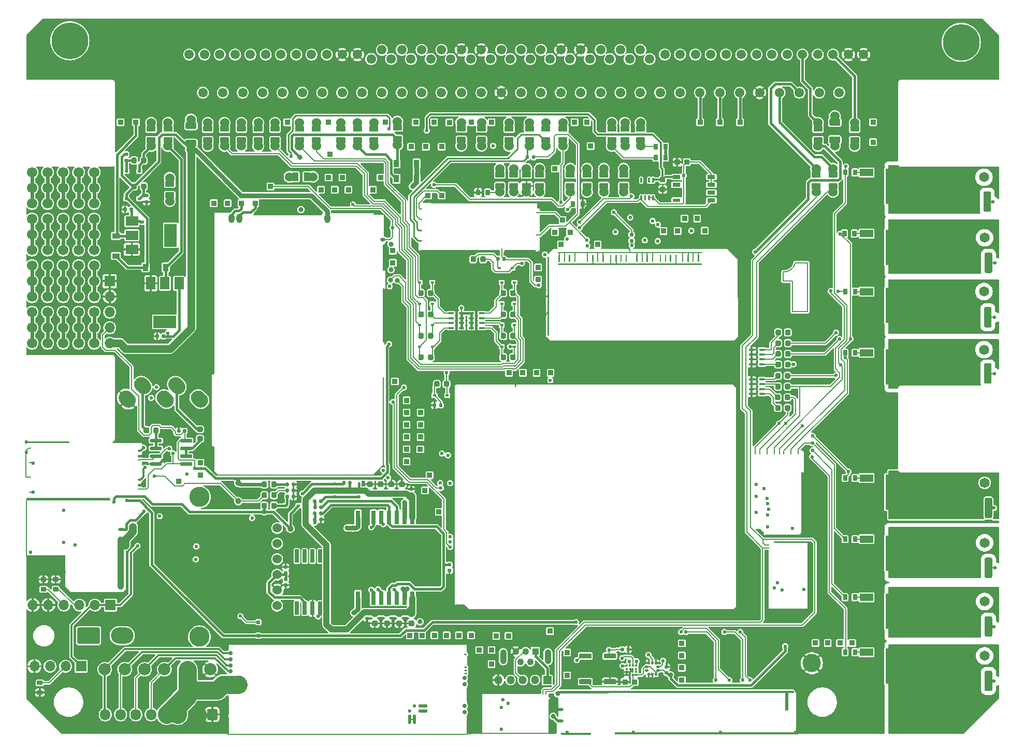
<source format=gtl>
G04 #@! TF.GenerationSoftware,KiCad,Pcbnew,8.0.9-8.0.9-0~ubuntu24.04.1*
G04 #@! TF.CreationDate,2025-03-13T10:57:27+00:00*
G04 #@! TF.ProjectId,hellen88m42bmw,68656c6c-656e-4383-986d-3432626d772e,B*
G04 #@! TF.SameCoordinates,PX3d1b110PY9269338*
G04 #@! TF.FileFunction,Copper,L1,Top*
G04 #@! TF.FilePolarity,Positive*
%FSLAX46Y46*%
G04 Gerber Fmt 4.6, Leading zero omitted, Abs format (unit mm)*
G04 Created by KiCad (PCBNEW 8.0.9-8.0.9-0~ubuntu24.04.1) date 2025-03-13 10:57:27*
%MOMM*%
%LPD*%
G01*
G04 APERTURE LIST*
G04 #@! TA.AperFunction,EtchedComponent*
%ADD10C,0.200000*%
G04 #@! TD*
G04 #@! TA.AperFunction,ComponentPad*
%ADD11C,6.000000*%
G04 #@! TD*
G04 #@! TA.AperFunction,ComponentPad*
%ADD12C,1.550000*%
G04 #@! TD*
G04 #@! TA.AperFunction,ComponentPad*
%ADD13C,1.524000*%
G04 #@! TD*
G04 #@! TA.AperFunction,SMDPad,CuDef*
%ADD14R,2.200000X1.200000*%
G04 #@! TD*
G04 #@! TA.AperFunction,SMDPad,CuDef*
%ADD15R,6.400000X5.800000*%
G04 #@! TD*
G04 #@! TA.AperFunction,ComponentPad*
%ADD16R,1.700000X1.700000*%
G04 #@! TD*
G04 #@! TA.AperFunction,ComponentPad*
%ADD17O,1.700000X1.700000*%
G04 #@! TD*
G04 #@! TA.AperFunction,SMDPad,CuDef*
%ADD18R,0.640000X2.160000*%
G04 #@! TD*
G04 #@! TA.AperFunction,ComponentPad*
%ADD19C,1.650000*%
G04 #@! TD*
G04 #@! TA.AperFunction,SMDPad,CuDef*
%ADD20R,0.600000X0.450000*%
G04 #@! TD*
G04 #@! TA.AperFunction,ComponentPad*
%ADD21R,0.850000X0.850000*%
G04 #@! TD*
G04 #@! TA.AperFunction,SMDPad,CuDef*
%ADD22R,0.900000X1.200000*%
G04 #@! TD*
G04 #@! TA.AperFunction,ComponentPad*
%ADD23R,1.350000X1.350000*%
G04 #@! TD*
G04 #@! TA.AperFunction,ComponentPad*
%ADD24O,1.350000X1.350000*%
G04 #@! TD*
G04 #@! TA.AperFunction,SMDPad,CuDef*
%ADD25C,3.000000*%
G04 #@! TD*
G04 #@! TA.AperFunction,ComponentPad*
%ADD26C,1.700000*%
G04 #@! TD*
G04 #@! TA.AperFunction,SMDPad,CuDef*
%ADD27R,0.900000X0.400000*%
G04 #@! TD*
G04 #@! TA.AperFunction,ComponentPad*
%ADD28C,2.000000*%
G04 #@! TD*
G04 #@! TA.AperFunction,SMDPad,CuDef*
%ADD29C,1.000000*%
G04 #@! TD*
G04 #@! TA.AperFunction,SMDPad,CuDef*
%ADD30R,0.800000X2.200000*%
G04 #@! TD*
G04 #@! TA.AperFunction,SMDPad,CuDef*
%ADD31R,2.032000X5.080000*%
G04 #@! TD*
G04 #@! TA.AperFunction,ComponentPad*
%ADD32C,1.300000*%
G04 #@! TD*
G04 #@! TA.AperFunction,SMDPad,CuDef*
%ADD33R,11.430000X7.620000*%
G04 #@! TD*
G04 #@! TA.AperFunction,SMDPad,CuDef*
%ADD34O,0.200000X5.669999*%
G04 #@! TD*
G04 #@! TA.AperFunction,SMDPad,CuDef*
%ADD35O,11.100001X0.200000*%
G04 #@! TD*
G04 #@! TA.AperFunction,SMDPad,CuDef*
%ADD36O,9.800001X0.399999*%
G04 #@! TD*
G04 #@! TA.AperFunction,SMDPad,CuDef*
%ADD37O,0.499999X0.250000*%
G04 #@! TD*
G04 #@! TA.AperFunction,SMDPad,CuDef*
%ADD38O,0.200000X6.799999*%
G04 #@! TD*
G04 #@! TA.AperFunction,SMDPad,CuDef*
%ADD39O,0.250000X0.499999*%
G04 #@! TD*
G04 #@! TA.AperFunction,ComponentPad*
%ADD40C,0.599999*%
G04 #@! TD*
G04 #@! TA.AperFunction,SMDPad,CuDef*
%ADD41R,0.350000X0.375000*%
G04 #@! TD*
G04 #@! TA.AperFunction,SMDPad,CuDef*
%ADD42R,0.375000X0.350000*%
G04 #@! TD*
G04 #@! TA.AperFunction,SMDPad,CuDef*
%ADD43O,0.500000X0.250000*%
G04 #@! TD*
G04 #@! TA.AperFunction,SMDPad,CuDef*
%ADD44O,0.200000X1.000000*%
G04 #@! TD*
G04 #@! TA.AperFunction,SMDPad,CuDef*
%ADD45O,5.200000X0.200000*%
G04 #@! TD*
G04 #@! TA.AperFunction,SMDPad,CuDef*
%ADD46O,17.600000X0.200000*%
G04 #@! TD*
G04 #@! TA.AperFunction,SMDPad,CuDef*
%ADD47O,12.800000X0.200000*%
G04 #@! TD*
G04 #@! TA.AperFunction,SMDPad,CuDef*
%ADD48O,0.250000X0.500000*%
G04 #@! TD*
G04 #@! TA.AperFunction,ComponentPad*
%ADD49O,3.700000X2.700000*%
G04 #@! TD*
G04 #@! TA.AperFunction,ComponentPad*
%ADD50C,0.700000*%
G04 #@! TD*
G04 #@! TA.AperFunction,SMDPad,CuDef*
%ADD51R,0.250000X3.000000*%
G04 #@! TD*
G04 #@! TA.AperFunction,SMDPad,CuDef*
%ADD52R,0.250000X3.100000*%
G04 #@! TD*
G04 #@! TA.AperFunction,SMDPad,CuDef*
%ADD53R,0.250000X2.250000*%
G04 #@! TD*
G04 #@! TA.AperFunction,SMDPad,CuDef*
%ADD54R,0.250000X1.450000*%
G04 #@! TD*
G04 #@! TA.AperFunction,SMDPad,CuDef*
%ADD55R,39.250000X0.250000*%
G04 #@! TD*
G04 #@! TA.AperFunction,SMDPad,CuDef*
%ADD56R,0.250000X2.950000*%
G04 #@! TD*
G04 #@! TA.AperFunction,SMDPad,CuDef*
%ADD57R,0.250000X0.950000*%
G04 #@! TD*
G04 #@! TA.AperFunction,SMDPad,CuDef*
%ADD58O,0.399999X7.200001*%
G04 #@! TD*
G04 #@! TA.AperFunction,SMDPad,CuDef*
%ADD59O,30.000001X0.399999*%
G04 #@! TD*
G04 #@! TA.AperFunction,SMDPad,CuDef*
%ADD60O,5.000000X0.399999*%
G04 #@! TD*
G04 #@! TA.AperFunction,SMDPad,CuDef*
%ADD61O,1.000001X0.499999*%
G04 #@! TD*
G04 #@! TA.AperFunction,SMDPad,CuDef*
%ADD62O,0.200000X3.099999*%
G04 #@! TD*
G04 #@! TA.AperFunction,SMDPad,CuDef*
%ADD63O,0.499999X2.999999*%
G04 #@! TD*
G04 #@! TA.AperFunction,SMDPad,CuDef*
%ADD64O,35.400000X0.399999*%
G04 #@! TD*
G04 #@! TA.AperFunction,ComponentPad*
%ADD65O,1.700000X1.850000*%
G04 #@! TD*
G04 #@! TA.AperFunction,SMDPad,CuDef*
%ADD66R,1.310000X0.650000*%
G04 #@! TD*
G04 #@! TA.AperFunction,SMDPad,CuDef*
%ADD67R,1.310000X0.600000*%
G04 #@! TD*
G04 #@! TA.AperFunction,SMDPad,CuDef*
%ADD68R,1.325000X1.500000*%
G04 #@! TD*
G04 #@! TA.AperFunction,ComponentPad*
%ADD69R,1.100000X1.100000*%
G04 #@! TD*
G04 #@! TA.AperFunction,ComponentPad*
%ADD70C,1.100000*%
G04 #@! TD*
G04 #@! TA.AperFunction,ComponentPad*
%ADD71O,1.100000X2.400000*%
G04 #@! TD*
G04 #@! TA.AperFunction,ComponentPad*
%ADD72C,3.302000*%
G04 #@! TD*
G04 #@! TA.AperFunction,SMDPad,CuDef*
%ADD73O,0.200000X3.600000*%
G04 #@! TD*
G04 #@! TA.AperFunction,SMDPad,CuDef*
%ADD74O,0.200000X4.249999*%
G04 #@! TD*
G04 #@! TA.AperFunction,SMDPad,CuDef*
%ADD75O,0.200000X14.399999*%
G04 #@! TD*
G04 #@! TA.AperFunction,SMDPad,CuDef*
%ADD76O,0.200000X8.824999*%
G04 #@! TD*
G04 #@! TA.AperFunction,SMDPad,CuDef*
%ADD77O,1.699999X0.200000*%
G04 #@! TD*
G04 #@! TA.AperFunction,SMDPad,CuDef*
%ADD78O,25.699999X0.200000*%
G04 #@! TD*
G04 #@! TA.AperFunction,SMDPad,CuDef*
%ADD79O,11.324999X0.200000*%
G04 #@! TD*
G04 #@! TA.AperFunction,SMDPad,CuDef*
%ADD80O,0.200000X25.849999*%
G04 #@! TD*
G04 #@! TA.AperFunction,SMDPad,CuDef*
%ADD81O,0.200000X4.149999*%
G04 #@! TD*
G04 #@! TA.AperFunction,SMDPad,CuDef*
%ADD82O,1.000001X1.500000*%
G04 #@! TD*
G04 #@! TA.AperFunction,SMDPad,CuDef*
%ADD83O,0.800001X0.599999*%
G04 #@! TD*
G04 #@! TA.AperFunction,SMDPad,CuDef*
%ADD84R,2.400000X1.600000*%
G04 #@! TD*
G04 #@! TA.AperFunction,SMDPad,CuDef*
%ADD85O,1.000001X8.744829*%
G04 #@! TD*
G04 #@! TA.AperFunction,SMDPad,CuDef*
%ADD86O,0.200000X9.199999*%
G04 #@! TD*
G04 #@! TA.AperFunction,SMDPad,CuDef*
%ADD87O,0.200000X0.499999*%
G04 #@! TD*
G04 #@! TA.AperFunction,SMDPad,CuDef*
%ADD88O,6.500000X0.200000*%
G04 #@! TD*
G04 #@! TA.AperFunction,SMDPad,CuDef*
%ADD89O,0.399999X5.399999*%
G04 #@! TD*
G04 #@! TA.AperFunction,SMDPad,CuDef*
%ADD90O,13.800000X0.200000*%
G04 #@! TD*
G04 #@! TA.AperFunction,SMDPad,CuDef*
%ADD91O,9.000000X0.399999*%
G04 #@! TD*
G04 #@! TA.AperFunction,SMDPad,CuDef*
%ADD92O,0.250000X10.200000*%
G04 #@! TD*
G04 #@! TA.AperFunction,SMDPad,CuDef*
%ADD93O,5.800001X0.250000*%
G04 #@! TD*
G04 #@! TA.AperFunction,SMDPad,CuDef*
%ADD94O,0.200000X0.399999*%
G04 #@! TD*
G04 #@! TA.AperFunction,SMDPad,CuDef*
%ADD95R,1.500000X2.000000*%
G04 #@! TD*
G04 #@! TA.AperFunction,SMDPad,CuDef*
%ADD96R,3.800000X2.000000*%
G04 #@! TD*
G04 #@! TA.AperFunction,SMDPad,CuDef*
%ADD97O,5.669999X0.200000*%
G04 #@! TD*
G04 #@! TA.AperFunction,SMDPad,CuDef*
%ADD98O,0.200000X11.100001*%
G04 #@! TD*
G04 #@! TA.AperFunction,SMDPad,CuDef*
%ADD99O,0.399999X9.800001*%
G04 #@! TD*
G04 #@! TA.AperFunction,SMDPad,CuDef*
%ADD100O,6.799999X0.200000*%
G04 #@! TD*
G04 #@! TA.AperFunction,SMDPad,CuDef*
%ADD101R,2.000000X1.500000*%
G04 #@! TD*
G04 #@! TA.AperFunction,SMDPad,CuDef*
%ADD102R,2.000000X3.800000*%
G04 #@! TD*
G04 #@! TA.AperFunction,SMDPad,CuDef*
%ADD103R,0.450000X0.600000*%
G04 #@! TD*
G04 #@! TA.AperFunction,SMDPad,CuDef*
%ADD104R,1.200000X0.900000*%
G04 #@! TD*
G04 #@! TA.AperFunction,ViaPad*
%ADD105C,0.600000*%
G04 #@! TD*
G04 #@! TA.AperFunction,ViaPad*
%ADD106C,0.800000*%
G04 #@! TD*
G04 #@! TA.AperFunction,ViaPad*
%ADD107C,1.300000*%
G04 #@! TD*
G04 #@! TA.AperFunction,ViaPad*
%ADD108C,0.812800*%
G04 #@! TD*
G04 #@! TA.AperFunction,Conductor*
%ADD109C,0.200000*%
G04 #@! TD*
G04 #@! TA.AperFunction,Conductor*
%ADD110C,0.400000*%
G04 #@! TD*
G04 #@! TA.AperFunction,Conductor*
%ADD111C,0.300000*%
G04 #@! TD*
G04 #@! TA.AperFunction,Conductor*
%ADD112C,1.000000*%
G04 #@! TD*
G04 #@! TA.AperFunction,Conductor*
%ADD113C,1.300000*%
G04 #@! TD*
G04 #@! TA.AperFunction,Conductor*
%ADD114C,0.800000*%
G04 #@! TD*
G04 #@! TA.AperFunction,Conductor*
%ADD115C,3.000000*%
G04 #@! TD*
G04 #@! TA.AperFunction,Conductor*
%ADD116C,0.600000*%
G04 #@! TD*
G04 #@! TA.AperFunction,Conductor*
%ADD117C,0.250000*%
G04 #@! TD*
G04 APERTURE END LIST*
D10*
G04 #@! TO.C,G1*
X124231349Y74530713D02*
X124231349Y76030713D01*
X124231349Y74530713D02*
X125731349Y74530713D01*
X125731349Y74530713D02*
X125731349Y69530713D01*
X125731349Y69530713D02*
X128231349Y69530713D01*
X128231349Y77530713D02*
X126231349Y77530713D01*
X128231349Y69530713D02*
X128231349Y77530713D01*
X126231349Y77530713D02*
G75*
G02*
X124231349Y76030713I-1921601J478801D01*
G01*
G04 #@! TD*
D11*
G04 #@! TO.P,PP1,*
G04 #@! TO.N,*
X7632400Y113856400D03*
X153342400Y113606400D03*
D12*
G04 #@! TO.P,PP1,1,1*
G04 #@! TO.N,Net-(JP1-Pad1)*
X27142400Y111606400D03*
G04 #@! TO.P,PP1,2,2*
G04 #@! TO.N,/OUT_ICV*
X32142400Y111606400D03*
G04 #@! TO.P,PP1,3,3*
G04 #@! TO.N,Net-(JP3-Pad1)*
X37142400Y111606400D03*
G04 #@! TO.P,PP1,4,4*
G04 #@! TO.N,Net-(JP4-Pad1)*
X42142400Y111606400D03*
G04 #@! TO.P,PP1,5,5*
G04 #@! TO.N,Net-(JP5-Pad1)*
X47142400Y111606400D03*
G04 #@! TO.P,PP1,6,6*
G04 #@! TO.N,GND*
X52142400Y111606400D03*
G04 #@! TO.P,PP1,7,7*
G04 #@! TO.N,Net-(JP7-Pad1)*
X56892400Y110856400D03*
G04 #@! TO.P,PP1,8,8*
G04 #@! TO.N,Net-(JP8-Pad1)*
X60142400Y110856400D03*
G04 #@! TO.P,PP1,9,9*
G04 #@! TO.N,unconnected-(PP1-Pad9)*
X63392400Y110856400D03*
G04 #@! TO.P,PP1,10,10*
G04 #@! TO.N,unconnected-(PP1-Pad10)*
X66642400Y110856400D03*
G04 #@! TO.P,PP1,11,11*
G04 #@! TO.N,Net-(cr1-Pin_1)*
X69892400Y110856400D03*
G04 #@! TO.P,PP1,12,12*
G04 #@! TO.N,Net-(cr2-Pin_1)*
X73142400Y110856400D03*
G04 #@! TO.P,PP1,13,13*
G04 #@! TO.N,Net-(cr3-Pin_1)*
X76392400Y110856400D03*
G04 #@! TO.P,PP1,14,14*
G04 #@! TO.N,Net-(JP14-Pad1)*
X79642400Y110856400D03*
G04 #@! TO.P,PP1,15,15*
G04 #@! TO.N,Net-(JP15-Pad1)*
X82892400Y110856400D03*
G04 #@! TO.P,PP1,16,16*
G04 #@! TO.N,Net-(JP16-Pad1)*
X86142400Y110856400D03*
G04 #@! TO.P,PP1,17,17*
G04 #@! TO.N,Net-(JP17-Pad1)*
X89392400Y110856400D03*
G04 #@! TO.P,PP1,18,18*
G04 #@! TO.N,Net-(cr6-Pin_1)*
X92642400Y110856400D03*
G04 #@! TO.P,PP1,19,19*
G04 #@! TO.N,Net-(cr7-Pin_1)*
X95892400Y110856400D03*
G04 #@! TO.P,PP1,20,20*
G04 #@! TO.N,Net-(JP20-Pad1)*
X99142400Y110856400D03*
G04 #@! TO.P,PP1,21,21*
G04 #@! TO.N,Net-(JP21-Pad1)*
X102392400Y110856400D03*
G04 #@! TO.P,PP1,22,22*
G04 #@! TO.N,/HV_7*
X107392400Y111606400D03*
G04 #@! TO.P,PP1,23,23*
G04 #@! TO.N,/HV_4*
X112392400Y111606400D03*
G04 #@! TO.P,PP1,24,24*
G04 #@! TO.N,/HV_6*
X117392400Y111606400D03*
G04 #@! TO.P,PP1,25,25*
G04 #@! TO.N,/HV_5*
X122392400Y111606400D03*
G04 #@! TO.P,PP1,26,26*
G04 #@! TO.N,Net-(JP26-Pad1)*
X127392400Y111606400D03*
G04 #@! TO.P,PP1,27,27*
G04 #@! TO.N,Net-(JP27-Pad1)*
X132392400Y111606400D03*
G04 #@! TO.P,PP1,28,28*
G04 #@! TO.N,GND*
X137392400Y111606400D03*
G04 #@! TO.P,PP1,29,29*
G04 #@! TO.N,Net-(JP29-Pad1)*
X29642400Y111606400D03*
G04 #@! TO.P,PP1,30,30*
G04 #@! TO.N,Net-(cr8-Pin_1)*
X34642400Y111606400D03*
G04 #@! TO.P,PP1,31,31*
G04 #@! TO.N,Net-(JP31-Pad1)*
X39642400Y111606400D03*
G04 #@! TO.P,PP1,32,32*
G04 #@! TO.N,Net-(JP32-Pad1)*
X44642400Y111606400D03*
G04 #@! TO.P,PP1,33,33*
G04 #@! TO.N,Net-(JP33-Pad1)*
X49642400Y111606400D03*
G04 #@! TO.P,PP1,34,34*
G04 #@! TO.N,GND*
X54642400Y111606400D03*
G04 #@! TO.P,PP1,35,35*
G04 #@! TO.N,Net-(JP35-Pad1)*
X58642400Y112356400D03*
G04 #@! TO.P,PP1,36,36*
G04 #@! TO.N,Net-(JP36-Pad1)*
X61892400Y112356400D03*
G04 #@! TO.P,PP1,37,37*
G04 #@! TO.N,Net-(cr10-Pin_1)*
X65142400Y112356400D03*
G04 #@! TO.P,PP1,38,38*
G04 #@! TO.N,Net-(cr11-Pin_1)*
X68392400Y112356400D03*
G04 #@! TO.P,PP1,39,39*
G04 #@! TO.N,GND*
X71642400Y112356400D03*
G04 #@! TO.P,PP1,40,40*
X74892400Y112356400D03*
G04 #@! TO.P,PP1,41,41*
G04 #@! TO.N,Net-(JP41-Pad1)*
X78142400Y112356400D03*
G04 #@! TO.P,PP1,42,42*
G04 #@! TO.N,Net-(JP42-Pad1)*
X81392400Y112356400D03*
G04 #@! TO.P,PP1,43,43*
G04 #@! TO.N,Net-(JP43-Pad1)*
X84642400Y112356400D03*
G04 #@! TO.P,PP1,44,44*
G04 #@! TO.N,GND*
X87892400Y112356400D03*
G04 #@! TO.P,PP1,45,45*
X91142400Y112356400D03*
G04 #@! TO.P,PP1,46,46*
G04 #@! TO.N,Net-(JP46-Pad1)*
X94392400Y112356400D03*
G04 #@! TO.P,PP1,47,47*
G04 #@! TO.N,Net-(JP47-Pad1)*
X97642400Y112356400D03*
G04 #@! TO.P,PP1,48,48*
G04 #@! TO.N,Net-(JP48-Pad1)*
X100892400Y112356400D03*
G04 #@! TO.P,PP1,49,49*
G04 #@! TO.N,/HV_8*
X104892400Y111606400D03*
G04 #@! TO.P,PP1,50,50*
G04 #@! TO.N,/HV_1*
X109892400Y111606400D03*
G04 #@! TO.P,PP1,51,51*
G04 #@! TO.N,/HV_2*
X114892400Y111606400D03*
G04 #@! TO.P,PP1,52,52*
G04 #@! TO.N,/HV_3*
X119892400Y111606400D03*
G04 #@! TO.P,PP1,53,53*
G04 #@! TO.N,unconnected-(PP1-Pad53)*
X124892400Y111606400D03*
G04 #@! TO.P,PP1,54,54*
G04 #@! TO.N,Net-(JP54-Pad1)*
X129892400Y111606400D03*
G04 #@! TO.P,PP1,55,55*
G04 #@! TO.N,GND*
X134892400Y111606400D03*
G04 #@! TO.P,PP1,56,56*
G04 #@! TO.N,Net-(JP2-Pad1)*
X29392400Y105356400D03*
G04 #@! TO.P,PP1,57,57*
G04 #@! TO.N,unconnected-(PP1-Pad57)*
X32642400Y105356400D03*
G04 #@! TO.P,PP1,58,58*
G04 #@! TO.N,unconnected-(PP1-Pad58)*
X35892400Y105356400D03*
G04 #@! TO.P,PP1,59,59*
G04 #@! TO.N,Net-(JP59-Pad1)*
X39142400Y105356400D03*
G04 #@! TO.P,PP1,60,60*
G04 #@! TO.N,Net-(cr12-Pin_1)*
X42392400Y105356400D03*
G04 #@! TO.P,PP1,61,61*
G04 #@! TO.N,unconnected-(PP1-Pad61)*
X45642400Y105356400D03*
G04 #@! TO.P,PP1,62,62*
G04 #@! TO.N,Net-(cr13-Pin_1)*
X48892400Y105356400D03*
G04 #@! TO.P,PP1,63,63*
G04 #@! TO.N,unconnected-(PP1-Pad63)*
X52142400Y105356400D03*
G04 #@! TO.P,PP1,64,64*
G04 #@! TO.N,Net-(cr14-Pin_1)*
X55392400Y105356400D03*
G04 #@! TO.P,PP1,65,65*
G04 #@! TO.N,Net-(cr15-Pin_1)*
X58642400Y105356400D03*
G04 #@! TO.P,PP1,66,66*
G04 #@! TO.N,Net-(cr16-Pin_1)*
X61892400Y105356400D03*
G04 #@! TO.P,PP1,67,67*
G04 #@! TO.N,Net-(cr17-Pin_1)*
X65142400Y105356400D03*
G04 #@! TO.P,PP1,68,68*
G04 #@! TO.N,Net-(cr18-Pin_1)*
X68392400Y105356400D03*
G04 #@! TO.P,PP1,69,69*
G04 #@! TO.N,Net-(JP69-Pad1)*
X71642400Y105356400D03*
G04 #@! TO.P,PP1,70,70*
G04 #@! TO.N,Net-(JP70-Pad1)*
X74892400Y105356400D03*
G04 #@! TO.P,PP1,71,71*
G04 #@! TO.N,GND*
X78142400Y105356400D03*
G04 #@! TO.P,PP1,72,72*
G04 #@! TO.N,unconnected-(PP1-Pad72)*
X81392400Y105356400D03*
G04 #@! TO.P,PP1,73,73*
G04 #@! TO.N,Net-(JP73-Pad1)*
X84642400Y105356400D03*
G04 #@! TO.P,PP1,74,74*
G04 #@! TO.N,Net-(cr24-Pin_1)*
X87892400Y105356400D03*
G04 #@! TO.P,PP1,75,75*
G04 #@! TO.N,unconnected-(PP1-Pad75)*
X91142400Y105356400D03*
G04 #@! TO.P,PP1,76,76*
G04 #@! TO.N,Net-(cr25-Pin_1)*
X94392400Y105356400D03*
G04 #@! TO.P,PP1,77,77*
G04 #@! TO.N,Net-(JP77-Pad1)*
X97642400Y105356400D03*
G04 #@! TO.P,PP1,78,78*
G04 #@! TO.N,Net-(JP78-Pad1)*
X100892400Y105356400D03*
G04 #@! TO.P,PP1,79,79*
G04 #@! TO.N,unconnected-(PP1-Pad79)*
X104142400Y105356400D03*
G04 #@! TO.P,PP1,80,80*
G04 #@! TO.N,unconnected-(PP1-Pad80)*
X107392400Y105356400D03*
G04 #@! TO.P,PP1,81,81*
G04 #@! TO.N,Net-(cr19-Pin_1)*
X110642400Y105356400D03*
G04 #@! TO.P,PP1,82,82*
G04 #@! TO.N,Net-(cr20-Pin_1)*
X113892400Y105356400D03*
G04 #@! TO.P,PP1,83,83*
G04 #@! TO.N,Net-(cr21-Pin_1)*
X117142400Y105356400D03*
G04 #@! TO.P,PP1,84,84*
G04 #@! TO.N,GND*
X120392400Y105356400D03*
G04 #@! TO.P,PP1,85,85*
G04 #@! TO.N,Net-(JP85-Pad1)*
X123642400Y105356400D03*
G04 #@! TO.P,PP1,86,86*
G04 #@! TO.N,Net-(JP86-Pad1)*
X126892400Y105356400D03*
G04 #@! TO.P,PP1,87,87*
G04 #@! TO.N,Net-(cr22-Pin_1)*
X130142400Y105356400D03*
G04 #@! TO.P,PP1,88,88*
G04 #@! TO.N,Net-(cr23-Pin_1)*
X133392400Y105356400D03*
G04 #@! TD*
D13*
G04 #@! TO.P,JP1,1,1*
G04 #@! TO.N,Net-(JP1-Pad1)*
X20926000Y100428000D03*
G04 #@! TA.AperFunction,SMDPad,CuDef*
G36*
G01*
X20301000Y99973001D02*
X21551000Y99973001D01*
G75*
G02*
X21651000Y99873001I0J-100000D01*
G01*
X21651000Y99073001D01*
G75*
G02*
X21551000Y98973001I-100000J0D01*
G01*
X20301000Y98973001D01*
G75*
G02*
X20201000Y99073001I0J100000D01*
G01*
X20201000Y99873001D01*
G75*
G02*
X20301000Y99973001I100000J0D01*
G01*
G37*
G04 #@! TD.AperFunction*
G04 #@! TO.P,JP1,2,2*
G04 #@! TO.N,/OUT_FUEL_PUMP_RELAY*
G04 #@! TA.AperFunction,SMDPad,CuDef*
G36*
G01*
X20301000Y98072979D02*
X21551000Y98072979D01*
G75*
G02*
X21651000Y97972979I0J-100000D01*
G01*
X21651000Y97172979D01*
G75*
G02*
X21551000Y97072979I-100000J0D01*
G01*
X20301000Y97072979D01*
G75*
G02*
X20201000Y97172979I0J100000D01*
G01*
X20201000Y97972979D01*
G75*
G02*
X20301000Y98072979I100000J0D01*
G01*
G37*
G04 #@! TD.AperFunction*
X20926000Y96618000D03*
G04 #@! TD*
G04 #@! TO.P,JP3,1,1*
G04 #@! TO.N,Net-(JP3-Pad1)*
X30176000Y100428000D03*
G04 #@! TA.AperFunction,SMDPad,CuDef*
G36*
G01*
X29551000Y99973001D02*
X30801000Y99973001D01*
G75*
G02*
X30901000Y99873001I0J-100000D01*
G01*
X30901000Y99073001D01*
G75*
G02*
X30801000Y98973001I-100000J0D01*
G01*
X29551000Y98973001D01*
G75*
G02*
X29451000Y99073001I0J100000D01*
G01*
X29451000Y99873001D01*
G75*
G02*
X29551000Y99973001I100000J0D01*
G01*
G37*
G04 #@! TD.AperFunction*
G04 #@! TO.P,JP3,2,2*
G04 #@! TO.N,/OUT_INJ5*
G04 #@! TA.AperFunction,SMDPad,CuDef*
G36*
G01*
X29551000Y98072979D02*
X30801000Y98072979D01*
G75*
G02*
X30901000Y97972979I0J-100000D01*
G01*
X30901000Y97172979D01*
G75*
G02*
X30801000Y97072979I-100000J0D01*
G01*
X29551000Y97072979D01*
G75*
G02*
X29451000Y97172979I0J100000D01*
G01*
X29451000Y97972979D01*
G75*
G02*
X29551000Y98072979I100000J0D01*
G01*
G37*
G04 #@! TD.AperFunction*
X30176000Y96618000D03*
G04 #@! TD*
G04 #@! TO.P,JP4,1,1*
G04 #@! TO.N,Net-(JP4-Pad1)*
X35676000Y100428000D03*
G04 #@! TA.AperFunction,SMDPad,CuDef*
G36*
G01*
X35051000Y99973001D02*
X36301000Y99973001D01*
G75*
G02*
X36401000Y99873001I0J-100000D01*
G01*
X36401000Y99073001D01*
G75*
G02*
X36301000Y98973001I-100000J0D01*
G01*
X35051000Y98973001D01*
G75*
G02*
X34951000Y99073001I0J100000D01*
G01*
X34951000Y99873001D01*
G75*
G02*
X35051000Y99973001I100000J0D01*
G01*
G37*
G04 #@! TD.AperFunction*
G04 #@! TO.P,JP4,2,2*
G04 #@! TO.N,/OUT_INJ6*
G04 #@! TA.AperFunction,SMDPad,CuDef*
G36*
G01*
X35051000Y98072979D02*
X36301000Y98072979D01*
G75*
G02*
X36401000Y97972979I0J-100000D01*
G01*
X36401000Y97172979D01*
G75*
G02*
X36301000Y97072979I-100000J0D01*
G01*
X35051000Y97072979D01*
G75*
G02*
X34951000Y97172979I0J100000D01*
G01*
X34951000Y97972979D01*
G75*
G02*
X35051000Y98072979I100000J0D01*
G01*
G37*
G04 #@! TD.AperFunction*
X35676000Y96618000D03*
G04 #@! TD*
G04 #@! TO.P,JP5,1,1*
G04 #@! TO.N,Net-(JP5-Pad1)*
X45176000Y100428000D03*
G04 #@! TA.AperFunction,SMDPad,CuDef*
G36*
G01*
X44551000Y99973001D02*
X45801000Y99973001D01*
G75*
G02*
X45901000Y99873001I0J-100000D01*
G01*
X45901000Y99073001D01*
G75*
G02*
X45801000Y98973001I-100000J0D01*
G01*
X44551000Y98973001D01*
G75*
G02*
X44451000Y99073001I0J100000D01*
G01*
X44451000Y99873001D01*
G75*
G02*
X44551000Y99973001I100000J0D01*
G01*
G37*
G04 #@! TD.AperFunction*
G04 #@! TO.P,JP5,2,2*
G04 #@! TO.N,/OUT_INJ4*
G04 #@! TA.AperFunction,SMDPad,CuDef*
G36*
G01*
X44551000Y98072979D02*
X45801000Y98072979D01*
G75*
G02*
X45901000Y97972979I0J-100000D01*
G01*
X45901000Y97172979D01*
G75*
G02*
X45801000Y97072979I-100000J0D01*
G01*
X44551000Y97072979D01*
G75*
G02*
X44451000Y97172979I0J100000D01*
G01*
X44451000Y97972979D01*
G75*
G02*
X44551000Y98072979I100000J0D01*
G01*
G37*
G04 #@! TD.AperFunction*
X45176000Y96618000D03*
G04 #@! TD*
G04 #@! TO.P,JP7,1,1*
G04 #@! TO.N,Net-(JP7-Pad1)*
X51926000Y100428000D03*
G04 #@! TA.AperFunction,SMDPad,CuDef*
G36*
G01*
X51301000Y99973001D02*
X52551000Y99973001D01*
G75*
G02*
X52651000Y99873001I0J-100000D01*
G01*
X52651000Y99073001D01*
G75*
G02*
X52551000Y98973001I-100000J0D01*
G01*
X51301000Y98973001D01*
G75*
G02*
X51201000Y99073001I0J100000D01*
G01*
X51201000Y99873001D01*
G75*
G02*
X51301000Y99973001I100000J0D01*
G01*
G37*
G04 #@! TD.AperFunction*
G04 #@! TO.P,JP7,2,2*
G04 #@! TO.N,/OUT_INJ7*
G04 #@! TA.AperFunction,SMDPad,CuDef*
G36*
G01*
X51301000Y98072979D02*
X52551000Y98072979D01*
G75*
G02*
X52651000Y97972979I0J-100000D01*
G01*
X52651000Y97172979D01*
G75*
G02*
X52551000Y97072979I-100000J0D01*
G01*
X51301000Y97072979D01*
G75*
G02*
X51201000Y97172979I0J100000D01*
G01*
X51201000Y97972979D01*
G75*
G02*
X51301000Y98072979I100000J0D01*
G01*
G37*
G04 #@! TD.AperFunction*
X51926000Y96618000D03*
G04 #@! TD*
G04 #@! TO.P,JP16,1,1*
G04 #@! TO.N,Net-(JP16-Pad1)*
X85426000Y100428000D03*
G04 #@! TA.AperFunction,SMDPad,CuDef*
G36*
G01*
X84801000Y99973001D02*
X86051000Y99973001D01*
G75*
G02*
X86151000Y99873001I0J-100000D01*
G01*
X86151000Y99073001D01*
G75*
G02*
X86051000Y98973001I-100000J0D01*
G01*
X84801000Y98973001D01*
G75*
G02*
X84701000Y99073001I0J100000D01*
G01*
X84701000Y99873001D01*
G75*
G02*
X84801000Y99973001I100000J0D01*
G01*
G37*
G04 #@! TD.AperFunction*
G04 #@! TO.P,JP16,2,2*
G04 #@! TO.N,/IN_CRANK-*
G04 #@! TA.AperFunction,SMDPad,CuDef*
G36*
G01*
X84801000Y98072979D02*
X86051000Y98072979D01*
G75*
G02*
X86151000Y97972979I0J-100000D01*
G01*
X86151000Y97172979D01*
G75*
G02*
X86051000Y97072979I-100000J0D01*
G01*
X84801000Y97072979D01*
G75*
G02*
X84701000Y97172979I0J100000D01*
G01*
X84701000Y97972979D01*
G75*
G02*
X84801000Y98072979I100000J0D01*
G01*
G37*
G04 #@! TD.AperFunction*
X85426000Y96618000D03*
G04 #@! TD*
G04 #@! TO.P,JP17,1,1*
G04 #@! TO.N,Net-(JP17-Pad1)*
X88226000Y100427999D03*
G04 #@! TA.AperFunction,SMDPad,CuDef*
G36*
G01*
X87601000Y99973000D02*
X88851000Y99973000D01*
G75*
G02*
X88951000Y99873000I0J-100000D01*
G01*
X88951000Y99073000D01*
G75*
G02*
X88851000Y98973000I-100000J0D01*
G01*
X87601000Y98973000D01*
G75*
G02*
X87501000Y99073000I0J100000D01*
G01*
X87501000Y99873000D01*
G75*
G02*
X87601000Y99973000I100000J0D01*
G01*
G37*
G04 #@! TD.AperFunction*
G04 #@! TO.P,JP17,2,2*
G04 #@! TO.N,/IN_CAM*
G04 #@! TA.AperFunction,SMDPad,CuDef*
G36*
G01*
X87601000Y98072978D02*
X88851000Y98072978D01*
G75*
G02*
X88951000Y97972978I0J-100000D01*
G01*
X88951000Y97172978D01*
G75*
G02*
X88851000Y97072978I-100000J0D01*
G01*
X87601000Y97072978D01*
G75*
G02*
X87501000Y97172978I0J100000D01*
G01*
X87501000Y97972978D01*
G75*
G02*
X87601000Y98072978I100000J0D01*
G01*
G37*
G04 #@! TD.AperFunction*
X88226000Y96617999D03*
G04 #@! TD*
G04 #@! TO.P,JP20,1,1*
G04 #@! TO.N,Net-(JP20-Pad1)*
X94926000Y92928000D03*
G04 #@! TA.AperFunction,SMDPad,CuDef*
G36*
G01*
X94301000Y92473001D02*
X95551000Y92473001D01*
G75*
G02*
X95651000Y92373001I0J-100000D01*
G01*
X95651000Y91573001D01*
G75*
G02*
X95551000Y91473001I-100000J0D01*
G01*
X94301000Y91473001D01*
G75*
G02*
X94201000Y91573001I0J100000D01*
G01*
X94201000Y92373001D01*
G75*
G02*
X94301000Y92473001I100000J0D01*
G01*
G37*
G04 #@! TD.AperFunction*
G04 #@! TO.P,JP20,2,2*
G04 #@! TO.N,/USBP*
G04 #@! TA.AperFunction,SMDPad,CuDef*
G36*
G01*
X94301000Y90572979D02*
X95551000Y90572979D01*
G75*
G02*
X95651000Y90472979I0J-100000D01*
G01*
X95651000Y89672979D01*
G75*
G02*
X95551000Y89572979I-100000J0D01*
G01*
X94301000Y89572979D01*
G75*
G02*
X94201000Y89672979I0J100000D01*
G01*
X94201000Y90472979D01*
G75*
G02*
X94301000Y90572979I100000J0D01*
G01*
G37*
G04 #@! TD.AperFunction*
X94926000Y89118000D03*
G04 #@! TD*
G04 #@! TO.P,JP21,1,1*
G04 #@! TO.N,Net-(JP21-Pad1)*
X98176000Y92928000D03*
G04 #@! TA.AperFunction,SMDPad,CuDef*
G36*
G01*
X97551000Y92473001D02*
X98801000Y92473001D01*
G75*
G02*
X98901000Y92373001I0J-100000D01*
G01*
X98901000Y91573001D01*
G75*
G02*
X98801000Y91473001I-100000J0D01*
G01*
X97551000Y91473001D01*
G75*
G02*
X97451000Y91573001I0J100000D01*
G01*
X97451000Y92373001D01*
G75*
G02*
X97551000Y92473001I100000J0D01*
G01*
G37*
G04 #@! TD.AperFunction*
G04 #@! TO.P,JP21,2,2*
G04 #@! TO.N,/USBM*
G04 #@! TA.AperFunction,SMDPad,CuDef*
G36*
G01*
X97551000Y90572979D02*
X98801000Y90572979D01*
G75*
G02*
X98901000Y90472979I0J-100000D01*
G01*
X98901000Y89672979D01*
G75*
G02*
X98801000Y89572979I-100000J0D01*
G01*
X97551000Y89572979D01*
G75*
G02*
X97451000Y89672979I0J100000D01*
G01*
X97451000Y90472979D01*
G75*
G02*
X97551000Y90572979I100000J0D01*
G01*
G37*
G04 #@! TD.AperFunction*
X98176000Y89118000D03*
G04 #@! TD*
G04 #@! TO.P,JP26,1,1*
G04 #@! TO.N,Net-(JP26-Pad1)*
X129926000Y100428000D03*
G04 #@! TA.AperFunction,SMDPad,CuDef*
G36*
G01*
X129301000Y99973001D02*
X130551000Y99973001D01*
G75*
G02*
X130651000Y99873001I0J-100000D01*
G01*
X130651000Y99073001D01*
G75*
G02*
X130551000Y98973001I-100000J0D01*
G01*
X129301000Y98973001D01*
G75*
G02*
X129201000Y99073001I0J100000D01*
G01*
X129201000Y99873001D01*
G75*
G02*
X129301000Y99973001I100000J0D01*
G01*
G37*
G04 #@! TD.AperFunction*
G04 #@! TO.P,JP26,2,2*
G04 #@! TO.N,/V12_PERM*
G04 #@! TA.AperFunction,SMDPad,CuDef*
G36*
G01*
X129301000Y98072979D02*
X130551000Y98072979D01*
G75*
G02*
X130651000Y97972979I0J-100000D01*
G01*
X130651000Y97172979D01*
G75*
G02*
X130551000Y97072979I-100000J0D01*
G01*
X129301000Y97072979D01*
G75*
G02*
X129201000Y97172979I0J100000D01*
G01*
X129201000Y97972979D01*
G75*
G02*
X129301000Y98072979I100000J0D01*
G01*
G37*
G04 #@! TD.AperFunction*
X129926000Y96618000D03*
G04 #@! TD*
G04 #@! TO.P,JP27,1,1*
G04 #@! TO.N,Net-(JP27-Pad1)*
X135926000Y100428000D03*
G04 #@! TA.AperFunction,SMDPad,CuDef*
G36*
G01*
X135301000Y99973001D02*
X136551000Y99973001D01*
G75*
G02*
X136651000Y99873001I0J-100000D01*
G01*
X136651000Y99073001D01*
G75*
G02*
X136551000Y98973001I-100000J0D01*
G01*
X135301000Y98973001D01*
G75*
G02*
X135201000Y99073001I0J100000D01*
G01*
X135201000Y99873001D01*
G75*
G02*
X135301000Y99973001I100000J0D01*
G01*
G37*
G04 #@! TD.AperFunction*
G04 #@! TO.P,JP27,2,2*
G04 #@! TO.N,/OUT_MAIN_RELAY*
G04 #@! TA.AperFunction,SMDPad,CuDef*
G36*
G01*
X135301000Y98072979D02*
X136551000Y98072979D01*
G75*
G02*
X136651000Y97972979I0J-100000D01*
G01*
X136651000Y97172979D01*
G75*
G02*
X136551000Y97072979I-100000J0D01*
G01*
X135301000Y97072979D01*
G75*
G02*
X135201000Y97172979I0J100000D01*
G01*
X135201000Y97972979D01*
G75*
G02*
X135301000Y98072979I100000J0D01*
G01*
G37*
G04 #@! TD.AperFunction*
X135926000Y96618000D03*
G04 #@! TD*
G04 #@! TO.P,JP29,1,1*
G04 #@! TO.N,Net-(JP29-Pad1)*
X23676000Y100428000D03*
G04 #@! TA.AperFunction,SMDPad,CuDef*
G36*
G01*
X23051000Y99973001D02*
X24301000Y99973001D01*
G75*
G02*
X24401000Y99873001I0J-100000D01*
G01*
X24401000Y99073001D01*
G75*
G02*
X24301000Y98973001I-100000J0D01*
G01*
X23051000Y98973001D01*
G75*
G02*
X22951000Y99073001I0J100000D01*
G01*
X22951000Y99873001D01*
G75*
G02*
X23051000Y99973001I100000J0D01*
G01*
G37*
G04 #@! TD.AperFunction*
G04 #@! TO.P,JP29,2,2*
G04 #@! TO.N,/OUT_IDLE*
G04 #@! TA.AperFunction,SMDPad,CuDef*
G36*
G01*
X23051000Y98072979D02*
X24301000Y98072979D01*
G75*
G02*
X24401000Y97972979I0J-100000D01*
G01*
X24401000Y97172979D01*
G75*
G02*
X24301000Y97072979I-100000J0D01*
G01*
X23051000Y97072979D01*
G75*
G02*
X22951000Y97172979I0J100000D01*
G01*
X22951000Y97972979D01*
G75*
G02*
X23051000Y98072979I100000J0D01*
G01*
G37*
G04 #@! TD.AperFunction*
X23676000Y96618000D03*
G04 #@! TD*
G04 #@! TO.P,JP31,1,1*
G04 #@! TO.N,Net-(JP31-Pad1)*
X32926000Y100428000D03*
G04 #@! TA.AperFunction,SMDPad,CuDef*
G36*
G01*
X32301000Y99973001D02*
X33551000Y99973001D01*
G75*
G02*
X33651000Y99873001I0J-100000D01*
G01*
X33651000Y99073001D01*
G75*
G02*
X33551000Y98973001I-100000J0D01*
G01*
X32301000Y98973001D01*
G75*
G02*
X32201000Y99073001I0J100000D01*
G01*
X32201000Y99873001D01*
G75*
G02*
X32301000Y99973001I100000J0D01*
G01*
G37*
G04 #@! TD.AperFunction*
G04 #@! TO.P,JP31,2,2*
G04 #@! TO.N,/OUT_INJ3*
G04 #@! TA.AperFunction,SMDPad,CuDef*
G36*
G01*
X32301000Y98072979D02*
X33551000Y98072979D01*
G75*
G02*
X33651000Y97972979I0J-100000D01*
G01*
X33651000Y97172979D01*
G75*
G02*
X33551000Y97072979I-100000J0D01*
G01*
X32301000Y97072979D01*
G75*
G02*
X32201000Y97172979I0J100000D01*
G01*
X32201000Y97972979D01*
G75*
G02*
X32301000Y98072979I100000J0D01*
G01*
G37*
G04 #@! TD.AperFunction*
X32926000Y96618000D03*
G04 #@! TD*
G04 #@! TO.P,JP32,1,1*
G04 #@! TO.N,Net-(JP32-Pad1)*
X41176000Y100428000D03*
G04 #@! TA.AperFunction,SMDPad,CuDef*
G36*
G01*
X40551000Y99973001D02*
X41801000Y99973001D01*
G75*
G02*
X41901000Y99873001I0J-100000D01*
G01*
X41901000Y99073001D01*
G75*
G02*
X41801000Y98973001I-100000J0D01*
G01*
X40551000Y98973001D01*
G75*
G02*
X40451000Y99073001I0J100000D01*
G01*
X40451000Y99873001D01*
G75*
G02*
X40551000Y99973001I100000J0D01*
G01*
G37*
G04 #@! TD.AperFunction*
G04 #@! TO.P,JP32,2,2*
G04 #@! TO.N,/OUT_INJ2*
G04 #@! TA.AperFunction,SMDPad,CuDef*
G36*
G01*
X40551000Y98072979D02*
X41801000Y98072979D01*
G75*
G02*
X41901000Y97972979I0J-100000D01*
G01*
X41901000Y97172979D01*
G75*
G02*
X41801000Y97072979I-100000J0D01*
G01*
X40551000Y97072979D01*
G75*
G02*
X40451000Y97172979I0J100000D01*
G01*
X40451000Y97972979D01*
G75*
G02*
X40551000Y98072979I100000J0D01*
G01*
G37*
G04 #@! TD.AperFunction*
X41176000Y96618000D03*
G04 #@! TD*
G04 #@! TO.P,JP33,1,1*
G04 #@! TO.N,Net-(JP33-Pad1)*
X47926000Y100428000D03*
G04 #@! TA.AperFunction,SMDPad,CuDef*
G36*
G01*
X47301000Y99973001D02*
X48551000Y99973001D01*
G75*
G02*
X48651000Y99873001I0J-100000D01*
G01*
X48651000Y99073001D01*
G75*
G02*
X48551000Y98973001I-100000J0D01*
G01*
X47301000Y98973001D01*
G75*
G02*
X47201000Y99073001I0J100000D01*
G01*
X47201000Y99873001D01*
G75*
G02*
X47301000Y99973001I100000J0D01*
G01*
G37*
G04 #@! TD.AperFunction*
G04 #@! TO.P,JP33,2,2*
G04 #@! TO.N,/OUT_INJ1*
G04 #@! TA.AperFunction,SMDPad,CuDef*
G36*
G01*
X47301000Y98072979D02*
X48551000Y98072979D01*
G75*
G02*
X48651000Y97972979I0J-100000D01*
G01*
X48651000Y97172979D01*
G75*
G02*
X48551000Y97072979I-100000J0D01*
G01*
X47301000Y97072979D01*
G75*
G02*
X47201000Y97172979I0J100000D01*
G01*
X47201000Y97972979D01*
G75*
G02*
X47301000Y98072979I100000J0D01*
G01*
G37*
G04 #@! TD.AperFunction*
X47926000Y96618000D03*
G04 #@! TD*
G04 #@! TO.P,JP35,1,1*
G04 #@! TO.N,Net-(JP35-Pad1)*
X57326000Y100428000D03*
G04 #@! TA.AperFunction,SMDPad,CuDef*
G36*
G01*
X56701000Y99973001D02*
X57951000Y99973001D01*
G75*
G02*
X58051000Y99873001I0J-100000D01*
G01*
X58051000Y99073001D01*
G75*
G02*
X57951000Y98973001I-100000J0D01*
G01*
X56701000Y98973001D01*
G75*
G02*
X56601000Y99073001I0J100000D01*
G01*
X56601000Y99873001D01*
G75*
G02*
X56701000Y99973001I100000J0D01*
G01*
G37*
G04 #@! TD.AperFunction*
G04 #@! TO.P,JP35,2,2*
G04 #@! TO.N,/OUT_INJ8*
G04 #@! TA.AperFunction,SMDPad,CuDef*
G36*
G01*
X56701000Y98072979D02*
X57951000Y98072979D01*
G75*
G02*
X58051000Y97972979I0J-100000D01*
G01*
X58051000Y97172979D01*
G75*
G02*
X57951000Y97072979I-100000J0D01*
G01*
X56701000Y97072979D01*
G75*
G02*
X56601000Y97172979I0J100000D01*
G01*
X56601000Y97972979D01*
G75*
G02*
X56701000Y98072979I100000J0D01*
G01*
G37*
G04 #@! TD.AperFunction*
X57326000Y96618000D03*
G04 #@! TD*
G04 #@! TO.P,JP41,1,1*
G04 #@! TO.N,Net-(JP41-Pad1)*
X77926000Y92928000D03*
G04 #@! TA.AperFunction,SMDPad,CuDef*
G36*
G01*
X77301000Y92473001D02*
X78551000Y92473001D01*
G75*
G02*
X78651000Y92373001I0J-100000D01*
G01*
X78651000Y91573001D01*
G75*
G02*
X78551000Y91473001I-100000J0D01*
G01*
X77301000Y91473001D01*
G75*
G02*
X77201000Y91573001I0J100000D01*
G01*
X77201000Y92373001D01*
G75*
G02*
X77301000Y92473001I100000J0D01*
G01*
G37*
G04 #@! TD.AperFunction*
G04 #@! TO.P,JP41,2,2*
G04 #@! TO.N,/IN_MAF*
G04 #@! TA.AperFunction,SMDPad,CuDef*
G36*
G01*
X77301000Y90572979D02*
X78551000Y90572979D01*
G75*
G02*
X78651000Y90472979I0J-100000D01*
G01*
X78651000Y89672979D01*
G75*
G02*
X78551000Y89572979I-100000J0D01*
G01*
X77301000Y89572979D01*
G75*
G02*
X77201000Y89672979I0J100000D01*
G01*
X77201000Y90472979D01*
G75*
G02*
X77301000Y90572979I100000J0D01*
G01*
G37*
G04 #@! TD.AperFunction*
X77926000Y89118000D03*
G04 #@! TD*
G04 #@! TO.P,JP42,1,1*
G04 #@! TO.N,Net-(JP42-Pad1)*
X80176000Y92928000D03*
G04 #@! TA.AperFunction,SMDPad,CuDef*
G36*
G01*
X79551000Y92473001D02*
X80801000Y92473001D01*
G75*
G02*
X80901000Y92373001I0J-100000D01*
G01*
X80901000Y91573001D01*
G75*
G02*
X80801000Y91473001I-100000J0D01*
G01*
X79551000Y91473001D01*
G75*
G02*
X79451000Y91573001I0J100000D01*
G01*
X79451000Y92373001D01*
G75*
G02*
X79551000Y92473001I100000J0D01*
G01*
G37*
G04 #@! TD.AperFunction*
G04 #@! TO.P,JP42,2,2*
G04 #@! TO.N,/IN_VSS*
G04 #@! TA.AperFunction,SMDPad,CuDef*
G36*
G01*
X79551000Y90572979D02*
X80801000Y90572979D01*
G75*
G02*
X80901000Y90472979I0J-100000D01*
G01*
X80901000Y89672979D01*
G75*
G02*
X80801000Y89572979I-100000J0D01*
G01*
X79551000Y89572979D01*
G75*
G02*
X79451000Y89672979I0J100000D01*
G01*
X79451000Y90472979D01*
G75*
G02*
X79551000Y90572979I100000J0D01*
G01*
G37*
G04 #@! TD.AperFunction*
X80176000Y89118000D03*
G04 #@! TD*
G04 #@! TO.P,JP43,1,1*
G04 #@! TO.N,Net-(JP43-Pad1)*
X82776000Y100428021D03*
G04 #@! TA.AperFunction,SMDPad,CuDef*
G36*
G01*
X82151000Y99973022D02*
X83401000Y99973022D01*
G75*
G02*
X83501000Y99873022I0J-100000D01*
G01*
X83501000Y99073022D01*
G75*
G02*
X83401000Y98973022I-100000J0D01*
G01*
X82151000Y98973022D01*
G75*
G02*
X82051000Y99073022I0J100000D01*
G01*
X82051000Y99873022D01*
G75*
G02*
X82151000Y99973022I100000J0D01*
G01*
G37*
G04 #@! TD.AperFunction*
G04 #@! TO.P,JP43,2,2*
G04 #@! TO.N,/IN_CRANK+*
G04 #@! TA.AperFunction,SMDPad,CuDef*
G36*
G01*
X82151000Y98073000D02*
X83401000Y98073000D01*
G75*
G02*
X83501000Y97973000I0J-100000D01*
G01*
X83501000Y97173000D01*
G75*
G02*
X83401000Y97073000I-100000J0D01*
G01*
X82151000Y97073000D01*
G75*
G02*
X82051000Y97173000I0J100000D01*
G01*
X82051000Y97973000D01*
G75*
G02*
X82151000Y98073000I100000J0D01*
G01*
G37*
G04 #@! TD.AperFunction*
X82776000Y96618021D03*
G04 #@! TD*
G04 #@! TO.P,JP46,1,1*
G04 #@! TO.N,Net-(JP46-Pad1)*
X89426000Y92928000D03*
G04 #@! TA.AperFunction,SMDPad,CuDef*
G36*
G01*
X88801000Y92473001D02*
X90051000Y92473001D01*
G75*
G02*
X90151000Y92373001I0J-100000D01*
G01*
X90151000Y91573001D01*
G75*
G02*
X90051000Y91473001I-100000J0D01*
G01*
X88801000Y91473001D01*
G75*
G02*
X88701000Y91573001I0J100000D01*
G01*
X88701000Y92373001D01*
G75*
G02*
X88801000Y92473001I100000J0D01*
G01*
G37*
G04 #@! TD.AperFunction*
G04 #@! TO.P,JP46,2,2*
G04 #@! TO.N,/OUT_FUEL_CONSUM*
G04 #@! TA.AperFunction,SMDPad,CuDef*
G36*
G01*
X88801000Y90572979D02*
X90051000Y90572979D01*
G75*
G02*
X90151000Y90472979I0J-100000D01*
G01*
X90151000Y89672979D01*
G75*
G02*
X90051000Y89572979I-100000J0D01*
G01*
X88801000Y89572979D01*
G75*
G02*
X88701000Y89672979I0J100000D01*
G01*
X88701000Y90472979D01*
G75*
G02*
X88801000Y90572979I100000J0D01*
G01*
G37*
G04 #@! TD.AperFunction*
X89426000Y89118000D03*
G04 #@! TD*
G04 #@! TO.P,JP47,1,1*
G04 #@! TO.N,Net-(JP47-Pad1)*
X92176000Y92928000D03*
G04 #@! TA.AperFunction,SMDPad,CuDef*
G36*
G01*
X91551000Y92473001D02*
X92801000Y92473001D01*
G75*
G02*
X92901000Y92373001I0J-100000D01*
G01*
X92901000Y91573001D01*
G75*
G02*
X92801000Y91473001I-100000J0D01*
G01*
X91551000Y91473001D01*
G75*
G02*
X91451000Y91573001I0J100000D01*
G01*
X91451000Y92373001D01*
G75*
G02*
X91551000Y92473001I100000J0D01*
G01*
G37*
G04 #@! TD.AperFunction*
G04 #@! TO.P,JP47,2,2*
G04 #@! TO.N,/OUT_TACH*
G04 #@! TA.AperFunction,SMDPad,CuDef*
G36*
G01*
X91551000Y90572979D02*
X92801000Y90572979D01*
G75*
G02*
X92901000Y90472979I0J-100000D01*
G01*
X92901000Y89672979D01*
G75*
G02*
X92801000Y89572979I-100000J0D01*
G01*
X91551000Y89572979D01*
G75*
G02*
X91451000Y89672979I0J100000D01*
G01*
X91451000Y90472979D01*
G75*
G02*
X91551000Y90572979I100000J0D01*
G01*
G37*
G04 #@! TD.AperFunction*
X92176000Y89118000D03*
G04 #@! TD*
G04 #@! TO.P,JP54,1,1*
G04 #@! TO.N,Net-(JP54-Pad1)*
X132676000Y101523000D03*
G04 #@! TA.AperFunction,SMDPad,CuDef*
G36*
G01*
X131776000Y100178010D02*
X131776000Y100868010D01*
G75*
G02*
X132006000Y101098010I230000J0D01*
G01*
X133346000Y101098010D01*
G75*
G02*
X133576000Y100868010I0J-230000D01*
G01*
X133576000Y100178010D01*
G75*
G02*
X133346000Y99948010I-230000J0D01*
G01*
X132006000Y99948010D01*
G75*
G02*
X131776000Y100178010I0J230000D01*
G01*
G37*
G04 #@! TD.AperFunction*
G04 #@! TO.P,JP54,2,2*
G04 #@! TO.N,+12V_RAW*
G04 #@! TA.AperFunction,SMDPad,CuDef*
G36*
G01*
X131776000Y97277990D02*
X131776000Y97967990D01*
G75*
G02*
X132006000Y98197990I230000J0D01*
G01*
X133346000Y98197990D01*
G75*
G02*
X133576000Y97967990I0J-230000D01*
G01*
X133576000Y97277990D01*
G75*
G02*
X133346000Y97047990I-230000J0D01*
G01*
X132006000Y97047990D01*
G75*
G02*
X131776000Y97277990I0J230000D01*
G01*
G37*
G04 #@! TD.AperFunction*
X132676000Y96623000D03*
G04 #@! TD*
G04 #@! TO.P,JP56,1,1*
G04 #@! TO.N,Net-(JP2-Pad1)*
X27426000Y100973000D03*
G04 #@! TA.AperFunction,SMDPad,CuDef*
G36*
G01*
X26526000Y99628010D02*
X26526000Y100318010D01*
G75*
G02*
X26756000Y100548010I230000J0D01*
G01*
X28096000Y100548010D01*
G75*
G02*
X28326000Y100318010I0J-230000D01*
G01*
X28326000Y99628010D01*
G75*
G02*
X28096000Y99398010I-230000J0D01*
G01*
X26756000Y99398010D01*
G75*
G02*
X26526000Y99628010I0J230000D01*
G01*
G37*
G04 #@! TD.AperFunction*
G04 #@! TO.P,JP56,2,2*
G04 #@! TO.N,+12V_RAW*
G04 #@! TA.AperFunction,SMDPad,CuDef*
G36*
G01*
X26526000Y96727990D02*
X26526000Y97417990D01*
G75*
G02*
X26756000Y97647990I230000J0D01*
G01*
X28096000Y97647990D01*
G75*
G02*
X28326000Y97417990I0J-230000D01*
G01*
X28326000Y96727990D01*
G75*
G02*
X28096000Y96497990I-230000J0D01*
G01*
X26756000Y96497990D01*
G75*
G02*
X26526000Y96727990I0J230000D01*
G01*
G37*
G04 #@! TD.AperFunction*
X27426000Y96073000D03*
G04 #@! TD*
G04 #@! TO.P,JP73,1,1*
G04 #@! TO.N,Net-(JP73-Pad1)*
X84426000Y92923000D03*
G04 #@! TA.AperFunction,SMDPad,CuDef*
G36*
G01*
X83801000Y92468001D02*
X85051000Y92468001D01*
G75*
G02*
X85151000Y92368001I0J-100000D01*
G01*
X85151000Y91568001D01*
G75*
G02*
X85051000Y91468001I-100000J0D01*
G01*
X83801000Y91468001D01*
G75*
G02*
X83701000Y91568001I0J100000D01*
G01*
X83701000Y92368001D01*
G75*
G02*
X83801000Y92468001I100000J0D01*
G01*
G37*
G04 #@! TD.AperFunction*
G04 #@! TO.P,JP73,2,2*
G04 #@! TO.N,/IN_TPS*
G04 #@! TA.AperFunction,SMDPad,CuDef*
G36*
G01*
X83801000Y90567979D02*
X85051000Y90567979D01*
G75*
G02*
X85151000Y90467979I0J-100000D01*
G01*
X85151000Y89667979D01*
G75*
G02*
X85051000Y89567979I-100000J0D01*
G01*
X83801000Y89567979D01*
G75*
G02*
X83701000Y89667979I0J100000D01*
G01*
X83701000Y90467979D01*
G75*
G02*
X83801000Y90567979I100000J0D01*
G01*
G37*
G04 #@! TD.AperFunction*
X84426000Y89113000D03*
G04 #@! TD*
G04 #@! TO.P,JP77,1,1*
G04 #@! TO.N,Net-(JP77-Pad1)*
X96226000Y100428000D03*
G04 #@! TA.AperFunction,SMDPad,CuDef*
G36*
G01*
X95601000Y99973001D02*
X96851000Y99973001D01*
G75*
G02*
X96951000Y99873001I0J-100000D01*
G01*
X96951000Y99073001D01*
G75*
G02*
X96851000Y98973001I-100000J0D01*
G01*
X95601000Y98973001D01*
G75*
G02*
X95501000Y99073001I0J100000D01*
G01*
X95501000Y99873001D01*
G75*
G02*
X95601000Y99973001I100000J0D01*
G01*
G37*
G04 #@! TD.AperFunction*
G04 #@! TO.P,JP77,2,2*
G04 #@! TO.N,/IN_IAT*
G04 #@! TA.AperFunction,SMDPad,CuDef*
G36*
G01*
X95601000Y98072979D02*
X96851000Y98072979D01*
G75*
G02*
X96951000Y97972979I0J-100000D01*
G01*
X96951000Y97172979D01*
G75*
G02*
X96851000Y97072979I-100000J0D01*
G01*
X95601000Y97072979D01*
G75*
G02*
X95501000Y97172979I0J100000D01*
G01*
X95501000Y97972979D01*
G75*
G02*
X95601000Y98072979I100000J0D01*
G01*
G37*
G04 #@! TD.AperFunction*
X96226000Y96618000D03*
G04 #@! TD*
G04 #@! TO.P,JP78,1,1*
G04 #@! TO.N,Net-(JP78-Pad1)*
X100926000Y100428000D03*
G04 #@! TA.AperFunction,SMDPad,CuDef*
G36*
G01*
X100301000Y99973001D02*
X101551000Y99973001D01*
G75*
G02*
X101651000Y99873001I0J-100000D01*
G01*
X101651000Y99073001D01*
G75*
G02*
X101551000Y98973001I-100000J0D01*
G01*
X100301000Y98973001D01*
G75*
G02*
X100201000Y99073001I0J100000D01*
G01*
X100201000Y99873001D01*
G75*
G02*
X100301000Y99973001I100000J0D01*
G01*
G37*
G04 #@! TD.AperFunction*
G04 #@! TO.P,JP78,2,2*
G04 #@! TO.N,/IN_CLT*
G04 #@! TA.AperFunction,SMDPad,CuDef*
G36*
G01*
X100301000Y98072979D02*
X101551000Y98072979D01*
G75*
G02*
X101651000Y97972979I0J-100000D01*
G01*
X101651000Y97172979D01*
G75*
G02*
X101551000Y97072979I-100000J0D01*
G01*
X100301000Y97072979D01*
G75*
G02*
X100201000Y97172979I0J100000D01*
G01*
X100201000Y97972979D01*
G75*
G02*
X100301000Y98072979I100000J0D01*
G01*
G37*
G04 #@! TD.AperFunction*
X100926000Y96618000D03*
G04 #@! TD*
G04 #@! TO.P,JP85,1,1*
G04 #@! TO.N,Net-(JP85-Pad1)*
X132376000Y92928000D03*
G04 #@! TA.AperFunction,SMDPad,CuDef*
G36*
G01*
X131751000Y92473001D02*
X133001000Y92473001D01*
G75*
G02*
X133101000Y92373001I0J-100000D01*
G01*
X133101000Y91573001D01*
G75*
G02*
X133001000Y91473001I-100000J0D01*
G01*
X131751000Y91473001D01*
G75*
G02*
X131651000Y91573001I0J100000D01*
G01*
X131651000Y92373001D01*
G75*
G02*
X131751000Y92473001I100000J0D01*
G01*
G37*
G04 #@! TD.AperFunction*
G04 #@! TO.P,JP85,2,2*
G04 #@! TO.N,/CAN-*
G04 #@! TA.AperFunction,SMDPad,CuDef*
G36*
G01*
X131751000Y90572979D02*
X133001000Y90572979D01*
G75*
G02*
X133101000Y90472979I0J-100000D01*
G01*
X133101000Y89672979D01*
G75*
G02*
X133001000Y89572979I-100000J0D01*
G01*
X131751000Y89572979D01*
G75*
G02*
X131651000Y89672979I0J100000D01*
G01*
X131651000Y90472979D01*
G75*
G02*
X131751000Y90572979I100000J0D01*
G01*
G37*
G04 #@! TD.AperFunction*
X132376000Y89118000D03*
G04 #@! TD*
G04 #@! TO.P,JP86,1,1*
G04 #@! TO.N,Net-(JP86-Pad1)*
X129626000Y92928000D03*
G04 #@! TA.AperFunction,SMDPad,CuDef*
G36*
G01*
X129001000Y92473001D02*
X130251000Y92473001D01*
G75*
G02*
X130351000Y92373001I0J-100000D01*
G01*
X130351000Y91573001D01*
G75*
G02*
X130251000Y91473001I-100000J0D01*
G01*
X129001000Y91473001D01*
G75*
G02*
X128901000Y91573001I0J100000D01*
G01*
X128901000Y92373001D01*
G75*
G02*
X129001000Y92473001I100000J0D01*
G01*
G37*
G04 #@! TD.AperFunction*
G04 #@! TO.P,JP86,2,2*
G04 #@! TO.N,/CAN+*
G04 #@! TA.AperFunction,SMDPad,CuDef*
G36*
G01*
X129001000Y90572979D02*
X130251000Y90572979D01*
G75*
G02*
X130351000Y90472979I0J-100000D01*
G01*
X130351000Y89672979D01*
G75*
G02*
X130251000Y89572979I-100000J0D01*
G01*
X129001000Y89572979D01*
G75*
G02*
X128901000Y89672979I0J100000D01*
G01*
X128901000Y90472979D01*
G75*
G02*
X129001000Y90572979I100000J0D01*
G01*
G37*
G04 #@! TD.AperFunction*
X129626000Y89118000D03*
G04 #@! TD*
G04 #@! TO.P,JP59,1,1*
G04 #@! TO.N,Net-(JP59-Pad1)*
X38426000Y100428000D03*
G04 #@! TA.AperFunction,SMDPad,CuDef*
G36*
G01*
X37801000Y99973001D02*
X39051000Y99973001D01*
G75*
G02*
X39151000Y99873001I0J-100000D01*
G01*
X39151000Y99073001D01*
G75*
G02*
X39051000Y98973001I-100000J0D01*
G01*
X37801000Y98973001D01*
G75*
G02*
X37701000Y99073001I0J100000D01*
G01*
X37701000Y99873001D01*
G75*
G02*
X37801000Y99973001I100000J0D01*
G01*
G37*
G04 #@! TD.AperFunction*
G04 #@! TO.P,JP59,2,2*
G04 #@! TO.N,+5VP*
G04 #@! TA.AperFunction,SMDPad,CuDef*
G36*
G01*
X37801000Y98072979D02*
X39051000Y98072979D01*
G75*
G02*
X39151000Y97972979I0J-100000D01*
G01*
X39151000Y97172979D01*
G75*
G02*
X39051000Y97072979I-100000J0D01*
G01*
X37801000Y97072979D01*
G75*
G02*
X37701000Y97172979I0J100000D01*
G01*
X37701000Y97972979D01*
G75*
G02*
X37801000Y98072979I100000J0D01*
G01*
G37*
G04 #@! TD.AperFunction*
X38426000Y96618000D03*
G04 #@! TD*
D14*
G04 #@! TO.P,Q1,1,G*
G04 #@! TO.N,Net-(Q1-G)*
X137874800Y32303000D03*
D15*
G04 #@! TO.P,Q1,2,C*
G04 #@! TO.N,/COIL_1*
X144174800Y30023000D03*
D14*
G04 #@! TO.P,Q1,3,E*
G04 #@! TO.N,GND*
X137874800Y27743000D03*
G04 #@! TD*
G04 #@! TO.P,Q6,1,G*
G04 #@! TO.N,Net-(Q6-G)*
X137874800Y92303000D03*
D15*
G04 #@! TO.P,Q6,2,C*
G04 #@! TO.N,/COIL_5*
X144174800Y90023000D03*
D14*
G04 #@! TO.P,Q6,3,E*
G04 #@! TO.N,GND*
X137874800Y87743000D03*
G04 #@! TD*
G04 #@! TO.P,Q2,1,G*
G04 #@! TO.N,Net-(Q2-G)*
X137874800Y42303000D03*
D15*
G04 #@! TO.P,Q2,2,C*
G04 #@! TO.N,/COIL_4*
X144174800Y40023000D03*
D14*
G04 #@! TO.P,Q2,3,E*
G04 #@! TO.N,GND*
X137874800Y37743000D03*
G04 #@! TD*
G04 #@! TO.P,Q5,1,G*
G04 #@! TO.N,Net-(Q5-G)*
X137874800Y82303000D03*
D15*
G04 #@! TO.P,Q5,2,C*
G04 #@! TO.N,/COIL_3*
X144174800Y80023000D03*
D14*
G04 #@! TO.P,Q5,3,E*
G04 #@! TO.N,GND*
X137874800Y77743000D03*
G04 #@! TD*
G04 #@! TO.P,Q3,1,G*
G04 #@! TO.N,Net-(Q3-G)*
X137874800Y62803000D03*
D15*
G04 #@! TO.P,Q3,2,C*
G04 #@! TO.N,/COIL_2*
X144174800Y60523000D03*
D14*
G04 #@! TO.P,Q3,3,E*
G04 #@! TO.N,GND*
X137874800Y58243000D03*
G04 #@! TD*
G04 #@! TO.P,Q4,1,G*
G04 #@! TO.N,Net-(Q4-G)*
X137874800Y72803000D03*
D15*
G04 #@! TO.P,Q4,2,C*
G04 #@! TO.N,/COIL_6*
X144174800Y70523000D03*
D14*
G04 #@! TO.P,Q4,3,E*
G04 #@! TO.N,GND*
X137874800Y68243000D03*
G04 #@! TD*
G04 #@! TO.P,C1,1*
G04 #@! TO.N,+5VA*
G04 #@! TA.AperFunction,SMDPad,CuDef*
G36*
G01*
X42756000Y26033000D02*
X43096000Y26033000D01*
G75*
G02*
X43236000Y25893000I0J-140000D01*
G01*
X43236000Y25613000D01*
G75*
G02*
X43096000Y25473000I-140000J0D01*
G01*
X42756000Y25473000D01*
G75*
G02*
X42616000Y25613000I0J140000D01*
G01*
X42616000Y25893000D01*
G75*
G02*
X42756000Y26033000I140000J0D01*
G01*
G37*
G04 #@! TD.AperFunction*
G04 #@! TO.P,C1,2*
G04 #@! TO.N,GND*
G04 #@! TA.AperFunction,SMDPad,CuDef*
G36*
G01*
X42756000Y25073000D02*
X43096000Y25073000D01*
G75*
G02*
X43236000Y24933000I0J-140000D01*
G01*
X43236000Y24653000D01*
G75*
G02*
X43096000Y24513000I-140000J0D01*
G01*
X42756000Y24513000D01*
G75*
G02*
X42616000Y24653000I0J140000D01*
G01*
X42616000Y24933000D01*
G75*
G02*
X42756000Y25073000I140000J0D01*
G01*
G37*
G04 #@! TD.AperFunction*
G04 #@! TD*
G04 #@! TO.P,C2,1*
G04 #@! TO.N,+5VA*
G04 #@! TA.AperFunction,SMDPad,CuDef*
G36*
G01*
X43096000Y26513000D02*
X42756000Y26513000D01*
G75*
G02*
X42616000Y26653000I0J140000D01*
G01*
X42616000Y26933000D01*
G75*
G02*
X42756000Y27073000I140000J0D01*
G01*
X43096000Y27073000D01*
G75*
G02*
X43236000Y26933000I0J-140000D01*
G01*
X43236000Y26653000D01*
G75*
G02*
X43096000Y26513000I-140000J0D01*
G01*
G37*
G04 #@! TD.AperFunction*
G04 #@! TO.P,C2,2*
G04 #@! TO.N,GND*
G04 #@! TA.AperFunction,SMDPad,CuDef*
G36*
G01*
X43096000Y27473000D02*
X42756000Y27473000D01*
G75*
G02*
X42616000Y27613000I0J140000D01*
G01*
X42616000Y27893000D01*
G75*
G02*
X42756000Y28033000I140000J0D01*
G01*
X43096000Y28033000D01*
G75*
G02*
X43236000Y27893000I0J-140000D01*
G01*
X43236000Y27613000D01*
G75*
G02*
X43096000Y27473000I-140000J0D01*
G01*
G37*
G04 #@! TD.AperFunction*
G04 #@! TD*
D16*
G04 #@! TO.P,J4,1,Pin_1*
G04 #@! TO.N,GND*
X14158000Y74529000D03*
D17*
G04 #@! TO.P,J4,2,Pin_2*
X14158000Y71989000D03*
G04 #@! TO.P,J4,3,Pin_3*
G04 #@! TO.N,+3V3*
X14158000Y69449000D03*
G04 #@! TO.P,J4,4,Pin_4*
G04 #@! TO.N,+5V*
X14158000Y66909000D03*
G04 #@! TO.P,J4,5,Pin_5*
G04 #@! TO.N,+12V_RAW*
X14158000Y64369000D03*
G04 #@! TD*
D18*
G04 #@! TO.P,U1,1,NC*
G04 #@! TO.N,unconnected-(U1-NC-Pad1)*
X44771000Y21003000D03*
G04 #@! TO.P,U1,2,Vcc*
G04 #@! TO.N,+5VA*
X46041000Y21003000D03*
G04 #@! TO.P,U1,3,GND*
G04 #@! TO.N,GND*
X47311000Y21003000D03*
G04 #@! TO.P,U1,4,Vout*
G04 #@! TO.N,Net-(M7C-IN_MAP3)*
X48581000Y21003000D03*
G04 #@! TO.P,U1,5,NC*
G04 #@! TO.N,unconnected-(U1-NC-Pad5)*
X48581000Y29543000D03*
G04 #@! TO.P,U1,6,NC*
G04 #@! TO.N,unconnected-(U1-NC-Pad6)*
X47311000Y29543000D03*
G04 #@! TO.P,U1,7,NC*
G04 #@! TO.N,unconnected-(U1-NC-Pad7)*
X46041000Y29543000D03*
G04 #@! TO.P,U1,8,NC*
G04 #@! TO.N,unconnected-(U1-NC-Pad8)*
X44771000Y29543000D03*
G04 #@! TD*
G04 #@! TO.P,R1,1*
G04 #@! TO.N,GND*
G04 #@! TA.AperFunction,SMDPad,CuDef*
G36*
G01*
X16396000Y86088000D02*
X16396000Y86458000D01*
G75*
G02*
X16531000Y86593000I135000J0D01*
G01*
X16801000Y86593000D01*
G75*
G02*
X16936000Y86458000I0J-135000D01*
G01*
X16936000Y86088000D01*
G75*
G02*
X16801000Y85953000I-135000J0D01*
G01*
X16531000Y85953000D01*
G75*
G02*
X16396000Y86088000I0J135000D01*
G01*
G37*
G04 #@! TD.AperFunction*
G04 #@! TO.P,R1,2*
G04 #@! TO.N,/ICV*
G04 #@! TA.AperFunction,SMDPad,CuDef*
G36*
G01*
X17416000Y86088000D02*
X17416000Y86458000D01*
G75*
G02*
X17551000Y86593000I135000J0D01*
G01*
X17821000Y86593000D01*
G75*
G02*
X17956000Y86458000I0J-135000D01*
G01*
X17956000Y86088000D01*
G75*
G02*
X17821000Y85953000I-135000J0D01*
G01*
X17551000Y85953000D01*
G75*
G02*
X17416000Y86088000I0J135000D01*
G01*
G37*
G04 #@! TD.AperFunction*
G04 #@! TD*
D19*
G04 #@! TO.P,F3,1,1*
G04 #@! TO.N,/HV_6*
X157066000Y72823000D03*
G04 #@! TO.P,F3,2,2*
G04 #@! TO.N,/COIL_6*
X151986000Y72823000D03*
G04 #@! TD*
D20*
G04 #@! TO.P,D14,1,K*
G04 #@! TO.N,Net-(D14-K)*
X66876000Y70823000D03*
G04 #@! TO.P,D14,2,A*
G04 #@! TO.N,/OUT_INJ2*
X64776000Y70823000D03*
G04 #@! TD*
G04 #@! TO.P,R10,1*
G04 #@! TO.N,/COIL_7*
G04 #@! TA.AperFunction,SMDPad,CuDef*
G36*
G01*
X151251000Y16598000D02*
X151251000Y19448000D01*
G75*
G02*
X151501000Y19698000I250000J0D01*
G01*
X152226000Y19698000D01*
G75*
G02*
X152476000Y19448000I0J-250000D01*
G01*
X152476000Y16598000D01*
G75*
G02*
X152226000Y16348000I-250000J0D01*
G01*
X151501000Y16348000D01*
G75*
G02*
X151251000Y16598000I0J250000D01*
G01*
G37*
G04 #@! TD.AperFunction*
G04 #@! TO.P,R10,2*
G04 #@! TO.N,/OUT_IGN7*
G04 #@! TA.AperFunction,SMDPad,CuDef*
G36*
G01*
X157176000Y16598000D02*
X157176000Y19448000D01*
G75*
G02*
X157426000Y19698000I250000J0D01*
G01*
X158151000Y19698000D01*
G75*
G02*
X158401000Y19448000I0J-250000D01*
G01*
X158401000Y16598000D01*
G75*
G02*
X158151000Y16348000I-250000J0D01*
G01*
X157426000Y16348000D01*
G75*
G02*
X157176000Y16598000I0J250000D01*
G01*
G37*
G04 #@! TD.AperFunction*
G04 #@! TD*
G04 #@! TO.P,D23,1,K*
G04 #@! TO.N,Net-(D23-K)*
G04 #@! TA.AperFunction,SMDPad,CuDef*
G36*
G01*
X122988500Y65866750D02*
X122988500Y66379250D01*
G75*
G02*
X123207250Y66598000I218750J0D01*
G01*
X123644750Y66598000D01*
G75*
G02*
X123863500Y66379250I0J-218750D01*
G01*
X123863500Y65866750D01*
G75*
G02*
X123644750Y65648000I-218750J0D01*
G01*
X123207250Y65648000D01*
G75*
G02*
X122988500Y65866750I0J218750D01*
G01*
G37*
G04 #@! TD.AperFunction*
G04 #@! TO.P,D23,2,A*
G04 #@! TO.N,/OUT_IGN1*
G04 #@! TA.AperFunction,SMDPad,CuDef*
G36*
G01*
X124563500Y65866750D02*
X124563500Y66379250D01*
G75*
G02*
X124782250Y66598000I218750J0D01*
G01*
X125219750Y66598000D01*
G75*
G02*
X125438500Y66379250I0J-218750D01*
G01*
X125438500Y65866750D01*
G75*
G02*
X125219750Y65648000I-218750J0D01*
G01*
X124782250Y65648000D01*
G75*
G02*
X124563500Y65866750I0J218750D01*
G01*
G37*
G04 #@! TD.AperFunction*
G04 #@! TD*
D21*
G04 #@! TO.P,VIN16,1,Pin_1*
G04 #@! TO.N,Net-(M7B-WBO_O2S)*
X84176000Y76773000D03*
G04 #@! TD*
G04 #@! TO.P,D25,1,K*
G04 #@! TO.N,/OUT_INJ3*
G04 #@! TA.AperFunction,SMDPad,CuDef*
G36*
G01*
X64601000Y65316750D02*
X64601000Y65829250D01*
G75*
G02*
X64819750Y66048000I218750J0D01*
G01*
X65257250Y66048000D01*
G75*
G02*
X65476000Y65829250I0J-218750D01*
G01*
X65476000Y65316750D01*
G75*
G02*
X65257250Y65098000I-218750J0D01*
G01*
X64819750Y65098000D01*
G75*
G02*
X64601000Y65316750I0J218750D01*
G01*
G37*
G04 #@! TD.AperFunction*
G04 #@! TO.P,D25,2,A*
G04 #@! TO.N,Net-(D25-A)*
G04 #@! TA.AperFunction,SMDPad,CuDef*
G36*
G01*
X66176000Y65316750D02*
X66176000Y65829250D01*
G75*
G02*
X66394750Y66048000I218750J0D01*
G01*
X66832250Y66048000D01*
G75*
G02*
X67051000Y65829250I0J-218750D01*
G01*
X67051000Y65316750D01*
G75*
G02*
X66832250Y65098000I-218750J0D01*
G01*
X66394750Y65098000D01*
G75*
G02*
X66176000Y65316750I0J218750D01*
G01*
G37*
G04 #@! TD.AperFunction*
G04 #@! TD*
D22*
G04 #@! TO.P,D10,1,K*
G04 #@! TO.N,+12V_RAW*
X20026000Y76773000D03*
G04 #@! TO.P,D10,2,A*
G04 #@! TO.N,/OUT_IDLE*
X23326000Y76773000D03*
G04 #@! TD*
D23*
G04 #@! TO.P,J2,1,Pin_1*
G04 #@! TO.N,/VBUS*
X85676000Y9273000D03*
D24*
G04 #@! TO.P,J2,2,Pin_2*
G04 #@! TO.N,/USBM*
X83676000Y9273000D03*
G04 #@! TO.P,J2,3,Pin_3*
G04 #@! TO.N,/USBP*
X81676000Y9273000D03*
G04 #@! TO.P,J2,4,Pin_4*
G04 #@! TO.N,unconnected-(J2-Pin_4-Pad4)*
X79676000Y9273000D03*
G04 #@! TO.P,J2,5,Pin_5*
G04 #@! TO.N,GND*
X77676000Y9273000D03*
G04 #@! TD*
D25*
G04 #@! TO.P,TP4,1,1*
G04 #@! TO.N,GND*
X128926000Y12023000D03*
G04 #@! TD*
G04 #@! TO.P,D27,1,K*
G04 #@! TO.N,/OUT_INJ7*
G04 #@! TA.AperFunction,SMDPad,CuDef*
G36*
G01*
X80501000Y69329250D02*
X80501000Y68816750D01*
G75*
G02*
X80282250Y68598000I-218750J0D01*
G01*
X79844750Y68598000D01*
G75*
G02*
X79626000Y68816750I0J218750D01*
G01*
X79626000Y69329250D01*
G75*
G02*
X79844750Y69548000I218750J0D01*
G01*
X80282250Y69548000D01*
G75*
G02*
X80501000Y69329250I0J-218750D01*
G01*
G37*
G04 #@! TD.AperFunction*
G04 #@! TO.P,D27,2,A*
G04 #@! TO.N,Net-(D27-A)*
G04 #@! TA.AperFunction,SMDPad,CuDef*
G36*
G01*
X78926000Y69329250D02*
X78926000Y68816750D01*
G75*
G02*
X78707250Y68598000I-218750J0D01*
G01*
X78269750Y68598000D01*
G75*
G02*
X78051000Y68816750I0J218750D01*
G01*
X78051000Y69329250D01*
G75*
G02*
X78269750Y69548000I218750J0D01*
G01*
X78707250Y69548000D01*
G75*
G02*
X78926000Y69329250I0J-218750D01*
G01*
G37*
G04 #@! TD.AperFunction*
G04 #@! TD*
D21*
G04 #@! TO.P,VIN5,1,Pin_1*
G04 #@! TO.N,Net-(M7C-IN_O2S)*
X93926000Y80523000D03*
G04 #@! TD*
G04 #@! TO.P,VOUT27,1,Pin_1*
G04 #@! TO.N,Net-(M9B-LOW7_HIGH1)*
X28976000Y44823000D03*
G04 #@! TD*
G04 #@! TO.P,MMCU14,1,Pin_1*
G04 #@! TO.N,Net-(M11B-OUT_PWM4)*
X67926000Y36773000D03*
G04 #@! TD*
G04 #@! TO.P,R6,1*
G04 #@! TO.N,/IN_CRANK-*
G04 #@! TA.AperFunction,SMDPad,CuDef*
G36*
G01*
X99291000Y82403000D02*
X99661000Y82403000D01*
G75*
G02*
X99796000Y82268000I0J-135000D01*
G01*
X99796000Y81998000D01*
G75*
G02*
X99661000Y81863000I-135000J0D01*
G01*
X99291000Y81863000D01*
G75*
G02*
X99156000Y81998000I0J135000D01*
G01*
X99156000Y82268000D01*
G75*
G02*
X99291000Y82403000I135000J0D01*
G01*
G37*
G04 #@! TD.AperFunction*
G04 #@! TO.P,R6,2*
G04 #@! TO.N,/VREF1*
G04 #@! TA.AperFunction,SMDPad,CuDef*
G36*
G01*
X99291000Y81383000D02*
X99661000Y81383000D01*
G75*
G02*
X99796000Y81248000I0J-135000D01*
G01*
X99796000Y80978000D01*
G75*
G02*
X99661000Y80843000I-135000J0D01*
G01*
X99291000Y80843000D01*
G75*
G02*
X99156000Y80978000I0J135000D01*
G01*
X99156000Y81248000D01*
G75*
G02*
X99291000Y81383000I135000J0D01*
G01*
G37*
G04 #@! TD.AperFunction*
G04 #@! TD*
G04 #@! TO.P,MMCU4,1,Pin_1*
G04 #@! TO.N,Net-(M11A-UART2_TX)*
X131526001Y15323000D03*
G04 #@! TD*
G04 #@! TO.P,MMCU31,1,Pin_1*
G04 #@! TO.N,Net-(M11B-OUT_IO12)*
X63226000Y16573000D03*
G04 #@! TD*
G04 #@! TO.P,C13,1*
G04 #@! TO.N,+12V_RAW*
G04 #@! TA.AperFunction,SMDPad,CuDef*
G36*
G01*
X61231000Y20528000D02*
X61731000Y20528000D01*
G75*
G02*
X61956000Y20303000I0J-225000D01*
G01*
X61956000Y19853000D01*
G75*
G02*
X61731000Y19628000I-225000J0D01*
G01*
X61231000Y19628000D01*
G75*
G02*
X61006000Y19853000I0J225000D01*
G01*
X61006000Y20303000D01*
G75*
G02*
X61231000Y20528000I225000J0D01*
G01*
G37*
G04 #@! TD.AperFunction*
G04 #@! TO.P,C13,2*
G04 #@! TO.N,GND*
G04 #@! TA.AperFunction,SMDPad,CuDef*
G36*
G01*
X61231000Y18978000D02*
X61731000Y18978000D01*
G75*
G02*
X61956000Y18753000I0J-225000D01*
G01*
X61956000Y18303000D01*
G75*
G02*
X61731000Y18078000I-225000J0D01*
G01*
X61231000Y18078000D01*
G75*
G02*
X61006000Y18303000I0J225000D01*
G01*
X61006000Y18753000D01*
G75*
G02*
X61231000Y18978000I225000J0D01*
G01*
G37*
G04 #@! TD.AperFunction*
G04 #@! TD*
G04 #@! TO.P,cr8,1,Pin_1*
G04 #@! TO.N,Net-(cr8-Pin_1)*
X15926000Y100523000D03*
G04 #@! TD*
G04 #@! TO.P,D29,1,K*
G04 #@! TO.N,/OUT_INJ4*
G04 #@! TA.AperFunction,SMDPad,CuDef*
G36*
G01*
X64601000Y61816750D02*
X64601000Y62329250D01*
G75*
G02*
X64819750Y62548000I218750J0D01*
G01*
X65257250Y62548000D01*
G75*
G02*
X65476000Y62329250I0J-218750D01*
G01*
X65476000Y61816750D01*
G75*
G02*
X65257250Y61598000I-218750J0D01*
G01*
X64819750Y61598000D01*
G75*
G02*
X64601000Y61816750I0J218750D01*
G01*
G37*
G04 #@! TD.AperFunction*
G04 #@! TO.P,D29,2,A*
G04 #@! TO.N,Net-(D29-A)*
G04 #@! TA.AperFunction,SMDPad,CuDef*
G36*
G01*
X66176000Y61816750D02*
X66176000Y62329250D01*
G75*
G02*
X66394750Y62548000I218750J0D01*
G01*
X66832250Y62548000D01*
G75*
G02*
X67051000Y62329250I0J-218750D01*
G01*
X67051000Y61816750D01*
G75*
G02*
X66832250Y61598000I-218750J0D01*
G01*
X66394750Y61598000D01*
G75*
G02*
X66176000Y61816750I0J218750D01*
G01*
G37*
G04 #@! TD.AperFunction*
G04 #@! TD*
D20*
G04 #@! TO.P,D1,1,K*
G04 #@! TO.N,+12V_RAW*
X16876000Y88023000D03*
G04 #@! TO.P,D1,2,A*
G04 #@! TO.N,Net-(D1-A)*
X18976000Y88023000D03*
G04 #@! TD*
D21*
G04 #@! TO.P,VOUT24,1,Pin_1*
G04 #@! TO.N,Net-(M9B-LOW1)*
X60776000Y58123000D03*
G04 #@! TD*
G04 #@! TO.P,MMCU28,1,Pin_1*
G04 #@! TO.N,Net-(M11B-OUT_IO6)*
X71226000Y16573000D03*
G04 #@! TD*
G04 #@! TO.P,VOUT10,1,Pin_1*
G04 #@! TO.N,Net-(M9C-OUT_LOW11)*
X49926000Y91474215D03*
G04 #@! TD*
D26*
G04 #@! TO.P,G6,1*
G04 #@! TO.N,Net-(G6-Pad1)*
X1458000Y77069000D03*
G04 #@! TO.P,G6,2*
G04 #@! TO.N,Net-(G6-Pad12)*
X3998000Y77069000D03*
G04 #@! TO.P,G6,3*
G04 #@! TO.N,Net-(G6-Pad13)*
X6538000Y77069000D03*
G04 #@! TO.P,G6,4*
G04 #@! TO.N,Net-(G6-Pad14)*
X9078000Y77069000D03*
G04 #@! TO.P,G6,5*
G04 #@! TO.N,Net-(G6-Pad10)*
X11618000Y77069000D03*
G04 #@! TO.P,G6,6*
G04 #@! TO.N,Net-(G6-Pad1)*
X1458000Y74529000D03*
G04 #@! TO.P,G6,7*
G04 #@! TO.N,Net-(G6-Pad12)*
X3998000Y74529000D03*
G04 #@! TO.P,G6,8*
G04 #@! TO.N,Net-(G6-Pad13)*
X6538000Y74529000D03*
G04 #@! TO.P,G6,9*
G04 #@! TO.N,Net-(G6-Pad14)*
X9078000Y74529000D03*
G04 #@! TO.P,G6,10*
G04 #@! TO.N,Net-(G6-Pad10)*
X11618000Y74529000D03*
G04 #@! TO.P,G6,11*
G04 #@! TO.N,Net-(G6-Pad1)*
X1458000Y71989000D03*
G04 #@! TO.P,G6,12*
G04 #@! TO.N,Net-(G6-Pad12)*
X3998000Y71989000D03*
G04 #@! TO.P,G6,13*
G04 #@! TO.N,Net-(G6-Pad13)*
X6538000Y71989000D03*
G04 #@! TO.P,G6,14*
G04 #@! TO.N,Net-(G6-Pad14)*
X9078000Y71989000D03*
G04 #@! TO.P,G6,15*
G04 #@! TO.N,Net-(G6-Pad10)*
X11618000Y71989000D03*
G04 #@! TD*
D21*
G04 #@! TO.P,cr1,1,Pin_1*
G04 #@! TO.N,Net-(cr1-Pin_1)*
X69676000Y100473000D03*
G04 #@! TD*
G04 #@! TO.P,R33,1*
G04 #@! TO.N,Net-(D2-A)*
G04 #@! TA.AperFunction,SMDPad,CuDef*
G36*
G01*
X42896000Y39088000D02*
X42896000Y39458000D01*
G75*
G02*
X43031000Y39593000I135000J0D01*
G01*
X43301000Y39593000D01*
G75*
G02*
X43436000Y39458000I0J-135000D01*
G01*
X43436000Y39088000D01*
G75*
G02*
X43301000Y38953000I-135000J0D01*
G01*
X43031000Y38953000D01*
G75*
G02*
X42896000Y39088000I0J135000D01*
G01*
G37*
G04 #@! TD.AperFunction*
G04 #@! TO.P,R33,2*
G04 #@! TO.N,GND*
G04 #@! TA.AperFunction,SMDPad,CuDef*
G36*
G01*
X43916000Y39088000D02*
X43916000Y39458000D01*
G75*
G02*
X44051000Y39593000I135000J0D01*
G01*
X44321000Y39593000D01*
G75*
G02*
X44456000Y39458000I0J-135000D01*
G01*
X44456000Y39088000D01*
G75*
G02*
X44321000Y38953000I-135000J0D01*
G01*
X44051000Y38953000D01*
G75*
G02*
X43916000Y39088000I0J135000D01*
G01*
G37*
G04 #@! TD.AperFunction*
G04 #@! TD*
G04 #@! TO.P,MMCU30,1,Pin_1*
G04 #@! TO.N,Net-(M11B-OUT_IO9)*
X67226000Y16573000D03*
G04 #@! TD*
D27*
G04 #@! TO.P,RN7,1,R1.1*
G04 #@! TO.N,/12V_prot*
X71676000Y66873000D03*
G04 #@! TO.P,RN7,2,R2.1*
X71676000Y67673000D03*
G04 #@! TO.P,RN7,3,R3.1*
X71676000Y68473000D03*
G04 #@! TO.P,RN7,4,R4.1*
X71676000Y69273000D03*
G04 #@! TO.P,RN7,5,R4.2*
G04 #@! TO.N,Net-(D13-K)*
X69976000Y69273000D03*
G04 #@! TO.P,RN7,6,R3.2*
G04 #@! TO.N,Net-(D14-K)*
X69976000Y68473000D03*
G04 #@! TO.P,RN7,7,R2.2*
G04 #@! TO.N,Net-(D25-A)*
X69976000Y67673000D03*
G04 #@! TO.P,RN7,8,R1.2*
G04 #@! TO.N,Net-(D29-A)*
X69976000Y66873000D03*
G04 #@! TD*
D14*
G04 #@! TO.P,Q7,1,G*
G04 #@! TO.N,Net-(Q7-G)*
X137874800Y22803000D03*
D15*
G04 #@! TO.P,Q7,2,C*
G04 #@! TO.N,/COIL_7*
X144174800Y20523000D03*
D14*
G04 #@! TO.P,Q7,3,E*
G04 #@! TO.N,GND*
X137874800Y18243000D03*
G04 #@! TD*
D21*
G04 #@! TO.P,MMCU18,1,Pin_1*
G04 #@! TO.N,Net-(M11B-OUT_IO10)*
X69226000Y16573000D03*
G04 #@! TD*
G04 #@! TO.P,cr11,1,Pin_1*
G04 #@! TO.N,Net-(cr11-Pin_1)*
X67176000Y100523000D03*
G04 #@! TD*
D28*
G04 #@! TO.P,P3,1,Pin_1*
G04 #@! TO.N,/LSU_CALIBR_RES*
X23090213Y11023000D03*
G04 #@! TD*
D21*
G04 #@! TO.P,MMCU9,1,Pin_1*
G04 #@! TO.N,Net-(M11A-SPI1_SCK)*
X77326000Y16473000D03*
G04 #@! TD*
G04 #@! TO.P,D28,1,K*
G04 #@! TO.N,/OUT_INJ2*
G04 #@! TA.AperFunction,SMDPad,CuDef*
G36*
G01*
X64601000Y68816750D02*
X64601000Y69329250D01*
G75*
G02*
X64819750Y69548000I218750J0D01*
G01*
X65257250Y69548000D01*
G75*
G02*
X65476000Y69329250I0J-218750D01*
G01*
X65476000Y68816750D01*
G75*
G02*
X65257250Y68598000I-218750J0D01*
G01*
X64819750Y68598000D01*
G75*
G02*
X64601000Y68816750I0J218750D01*
G01*
G37*
G04 #@! TD.AperFunction*
G04 #@! TO.P,D28,2,A*
G04 #@! TO.N,Net-(D14-K)*
G04 #@! TA.AperFunction,SMDPad,CuDef*
G36*
G01*
X66176000Y68816750D02*
X66176000Y69329250D01*
G75*
G02*
X66394750Y69548000I218750J0D01*
G01*
X66832250Y69548000D01*
G75*
G02*
X67051000Y69329250I0J-218750D01*
G01*
X67051000Y68816750D01*
G75*
G02*
X66832250Y68598000I-218750J0D01*
G01*
X66394750Y68598000D01*
G75*
G02*
X66176000Y68816750I0J218750D01*
G01*
G37*
G04 #@! TD.AperFunction*
G04 #@! TD*
G04 #@! TO.P,R9,1*
G04 #@! TO.N,/COIL_2*
G04 #@! TA.AperFunction,SMDPad,CuDef*
G36*
G01*
X151151000Y57998000D02*
X151151000Y60848000D01*
G75*
G02*
X151401000Y61098000I250000J0D01*
G01*
X152126000Y61098000D01*
G75*
G02*
X152376000Y60848000I0J-250000D01*
G01*
X152376000Y57998000D01*
G75*
G02*
X152126000Y57748000I-250000J0D01*
G01*
X151401000Y57748000D01*
G75*
G02*
X151151000Y57998000I0J250000D01*
G01*
G37*
G04 #@! TD.AperFunction*
G04 #@! TO.P,R9,2*
G04 #@! TO.N,/OUT_IGN2*
G04 #@! TA.AperFunction,SMDPad,CuDef*
G36*
G01*
X157076000Y57998000D02*
X157076000Y60848000D01*
G75*
G02*
X157326000Y61098000I250000J0D01*
G01*
X158051000Y61098000D01*
G75*
G02*
X158301000Y60848000I0J-250000D01*
G01*
X158301000Y57998000D01*
G75*
G02*
X158051000Y57748000I-250000J0D01*
G01*
X157326000Y57748000D01*
G75*
G02*
X157076000Y57998000I0J250000D01*
G01*
G37*
G04 #@! TD.AperFunction*
G04 #@! TD*
G04 #@! TO.P,D11,1,K*
G04 #@! TO.N,Net-(D11-K)*
G04 #@! TA.AperFunction,SMDPad,CuDef*
G36*
G01*
X67188500Y57466750D02*
X67188500Y57979250D01*
G75*
G02*
X67407250Y58198000I218750J0D01*
G01*
X67844750Y58198000D01*
G75*
G02*
X68063500Y57979250I0J-218750D01*
G01*
X68063500Y57466750D01*
G75*
G02*
X67844750Y57248000I-218750J0D01*
G01*
X67407250Y57248000D01*
G75*
G02*
X67188500Y57466750I0J218750D01*
G01*
G37*
G04 #@! TD.AperFunction*
G04 #@! TO.P,D11,2,A*
G04 #@! TO.N,/OUT_MAIN_RELAY*
G04 #@! TA.AperFunction,SMDPad,CuDef*
G36*
G01*
X68763500Y57466750D02*
X68763500Y57979250D01*
G75*
G02*
X68982250Y58198000I218750J0D01*
G01*
X69419750Y58198000D01*
G75*
G02*
X69638500Y57979250I0J-218750D01*
G01*
X69638500Y57466750D01*
G75*
G02*
X69419750Y57248000I-218750J0D01*
G01*
X68982250Y57248000D01*
G75*
G02*
X68763500Y57466750I0J218750D01*
G01*
G37*
G04 #@! TD.AperFunction*
G04 #@! TD*
G04 #@! TO.P,VOUT5,1,Pin_1*
G04 #@! TO.N,Net-(M9C-OUT_HIGH2)*
X48676000Y89474215D03*
G04 #@! TD*
G04 #@! TO.P,C21,1*
G04 #@! TO.N,+12V_RAW*
G04 #@! TA.AperFunction,SMDPad,CuDef*
G36*
G01*
X56926000Y39298000D02*
X56426000Y39298000D01*
G75*
G02*
X56201000Y39523000I0J225000D01*
G01*
X56201000Y39973000D01*
G75*
G02*
X56426000Y40198000I225000J0D01*
G01*
X56926000Y40198000D01*
G75*
G02*
X57151000Y39973000I0J-225000D01*
G01*
X57151000Y39523000D01*
G75*
G02*
X56926000Y39298000I-225000J0D01*
G01*
G37*
G04 #@! TD.AperFunction*
G04 #@! TO.P,C21,2*
G04 #@! TO.N,GND*
G04 #@! TA.AperFunction,SMDPad,CuDef*
G36*
G01*
X56926000Y40848000D02*
X56426000Y40848000D01*
G75*
G02*
X56201000Y41073000I0J225000D01*
G01*
X56201000Y41523000D01*
G75*
G02*
X56426000Y41748000I225000J0D01*
G01*
X56926000Y41748000D01*
G75*
G02*
X57151000Y41523000I0J-225000D01*
G01*
X57151000Y41073000D01*
G75*
G02*
X56926000Y40848000I-225000J0D01*
G01*
G37*
G04 #@! TD.AperFunction*
G04 #@! TD*
G04 #@! TO.P,R31,1*
G04 #@! TO.N,Net-(D5-K)*
G04 #@! TA.AperFunction,SMDPad,CuDef*
G36*
G01*
X42896000Y41088000D02*
X42896000Y41458000D01*
G75*
G02*
X43031000Y41593000I135000J0D01*
G01*
X43301000Y41593000D01*
G75*
G02*
X43436000Y41458000I0J-135000D01*
G01*
X43436000Y41088000D01*
G75*
G02*
X43301000Y40953000I-135000J0D01*
G01*
X43031000Y40953000D01*
G75*
G02*
X42896000Y41088000I0J135000D01*
G01*
G37*
G04 #@! TD.AperFunction*
G04 #@! TO.P,R31,2*
G04 #@! TO.N,GND*
G04 #@! TA.AperFunction,SMDPad,CuDef*
G36*
G01*
X43916000Y41088000D02*
X43916000Y41458000D01*
G75*
G02*
X44051000Y41593000I135000J0D01*
G01*
X44321000Y41593000D01*
G75*
G02*
X44456000Y41458000I0J-135000D01*
G01*
X44456000Y41088000D01*
G75*
G02*
X44321000Y40953000I-135000J0D01*
G01*
X44051000Y40953000D01*
G75*
G02*
X43916000Y41088000I0J135000D01*
G01*
G37*
G04 #@! TD.AperFunction*
G04 #@! TD*
G04 #@! TO.P,D22,1,K*
G04 #@! TO.N,Net-(D22-K)*
G04 #@! TA.AperFunction,SMDPad,CuDef*
G36*
G01*
X122988500Y62366750D02*
X122988500Y62879250D01*
G75*
G02*
X123207250Y63098000I218750J0D01*
G01*
X123644750Y63098000D01*
G75*
G02*
X123863500Y62879250I0J-218750D01*
G01*
X123863500Y62366750D01*
G75*
G02*
X123644750Y62148000I-218750J0D01*
G01*
X123207250Y62148000D01*
G75*
G02*
X122988500Y62366750I0J218750D01*
G01*
G37*
G04 #@! TD.AperFunction*
G04 #@! TO.P,D22,2,A*
G04 #@! TO.N,/OUT_IGN3*
G04 #@! TA.AperFunction,SMDPad,CuDef*
G36*
G01*
X124563500Y62366750D02*
X124563500Y62879250D01*
G75*
G02*
X124782250Y63098000I218750J0D01*
G01*
X125219750Y63098000D01*
G75*
G02*
X125438500Y62879250I0J-218750D01*
G01*
X125438500Y62366750D01*
G75*
G02*
X125219750Y62148000I-218750J0D01*
G01*
X124782250Y62148000D01*
G75*
G02*
X124563500Y62366750I0J218750D01*
G01*
G37*
G04 #@! TD.AperFunction*
G04 #@! TD*
G04 #@! TO.P,VOUT13,1,Pin_1*
G04 #@! TO.N,Net-(M9B-LOW9)*
X62676000Y53023000D03*
G04 #@! TD*
G04 #@! TO.P,C17,1*
G04 #@! TO.N,+12V_RAW*
G04 #@! TA.AperFunction,SMDPad,CuDef*
G36*
G01*
X60426000Y39298000D02*
X59926000Y39298000D01*
G75*
G02*
X59701000Y39523000I0J225000D01*
G01*
X59701000Y39973000D01*
G75*
G02*
X59926000Y40198000I225000J0D01*
G01*
X60426000Y40198000D01*
G75*
G02*
X60651000Y39973000I0J-225000D01*
G01*
X60651000Y39523000D01*
G75*
G02*
X60426000Y39298000I-225000J0D01*
G01*
G37*
G04 #@! TD.AperFunction*
G04 #@! TO.P,C17,2*
G04 #@! TO.N,GND*
G04 #@! TA.AperFunction,SMDPad,CuDef*
G36*
G01*
X60426000Y40848000D02*
X59926000Y40848000D01*
G75*
G02*
X59701000Y41073000I0J225000D01*
G01*
X59701000Y41523000D01*
G75*
G02*
X59926000Y41748000I225000J0D01*
G01*
X60426000Y41748000D01*
G75*
G02*
X60651000Y41523000I0J-225000D01*
G01*
X60651000Y41073000D01*
G75*
G02*
X60426000Y40848000I-225000J0D01*
G01*
G37*
G04 #@! TD.AperFunction*
G04 #@! TD*
G04 #@! TO.P,MMCU2,1,Pin_1*
G04 #@! TO.N,Net-(M11A-UART8_TX)*
X135526000Y15323000D03*
G04 #@! TD*
G04 #@! TO.P,MMCU7,1,Pin_1*
G04 #@! TO.N,Net-(M11A-SWO)*
X88926000Y10023000D03*
G04 #@! TD*
G04 #@! TO.P,C11,1*
G04 #@! TO.N,+12V_RAW*
G04 #@! TA.AperFunction,SMDPad,CuDef*
G36*
G01*
X59231000Y20553000D02*
X59731000Y20553000D01*
G75*
G02*
X59956000Y20328000I0J-225000D01*
G01*
X59956000Y19878000D01*
G75*
G02*
X59731000Y19653000I-225000J0D01*
G01*
X59231000Y19653000D01*
G75*
G02*
X59006000Y19878000I0J225000D01*
G01*
X59006000Y20328000D01*
G75*
G02*
X59231000Y20553000I225000J0D01*
G01*
G37*
G04 #@! TD.AperFunction*
G04 #@! TO.P,C11,2*
G04 #@! TO.N,GND*
G04 #@! TA.AperFunction,SMDPad,CuDef*
G36*
G01*
X59231000Y19003000D02*
X59731000Y19003000D01*
G75*
G02*
X59956000Y18778000I0J-225000D01*
G01*
X59956000Y18328000D01*
G75*
G02*
X59731000Y18103000I-225000J0D01*
G01*
X59231000Y18103000D01*
G75*
G02*
X59006000Y18328000I0J225000D01*
G01*
X59006000Y18778000D01*
G75*
G02*
X59231000Y19003000I225000J0D01*
G01*
G37*
G04 #@! TD.AperFunction*
G04 #@! TD*
D13*
G04 #@! TO.P,JP14,1,1*
G04 #@! TO.N,Net-(JP14-Pad1)*
X79426000Y100428000D03*
G04 #@! TA.AperFunction,SMDPad,CuDef*
G36*
G01*
X78801000Y99973001D02*
X80051000Y99973001D01*
G75*
G02*
X80151000Y99873001I0J-100000D01*
G01*
X80151000Y99073001D01*
G75*
G02*
X80051000Y98973001I-100000J0D01*
G01*
X78801000Y98973001D01*
G75*
G02*
X78701000Y99073001I0J100000D01*
G01*
X78701000Y99873001D01*
G75*
G02*
X78801000Y99973001I100000J0D01*
G01*
G37*
G04 #@! TD.AperFunction*
G04 #@! TO.P,JP14,2,2*
G04 #@! TO.N,/IN_MAF*
G04 #@! TA.AperFunction,SMDPad,CuDef*
G36*
G01*
X78801000Y98072979D02*
X80051000Y98072979D01*
G75*
G02*
X80151000Y97972979I0J-100000D01*
G01*
X80151000Y97172979D01*
G75*
G02*
X80051000Y97072979I-100000J0D01*
G01*
X78801000Y97072979D01*
G75*
G02*
X78701000Y97172979I0J100000D01*
G01*
X78701000Y97972979D01*
G75*
G02*
X78801000Y98072979I100000J0D01*
G01*
G37*
G04 #@! TD.AperFunction*
X79426000Y96618000D03*
G04 #@! TD*
G04 #@! TO.P,C15,1*
G04 #@! TO.N,+12V_RAW*
G04 #@! TA.AperFunction,SMDPad,CuDef*
G36*
G01*
X53686000Y41693000D02*
X53686000Y41353000D01*
G75*
G02*
X53546000Y41213000I-140000J0D01*
G01*
X53266000Y41213000D01*
G75*
G02*
X53126000Y41353000I0J140000D01*
G01*
X53126000Y41693000D01*
G75*
G02*
X53266000Y41833000I140000J0D01*
G01*
X53546000Y41833000D01*
G75*
G02*
X53686000Y41693000I0J-140000D01*
G01*
G37*
G04 #@! TD.AperFunction*
G04 #@! TO.P,C15,2*
G04 #@! TO.N,Net-(D33-K)*
G04 #@! TA.AperFunction,SMDPad,CuDef*
G36*
G01*
X52726000Y41693000D02*
X52726000Y41353000D01*
G75*
G02*
X52586000Y41213000I-140000J0D01*
G01*
X52306000Y41213000D01*
G75*
G02*
X52166000Y41353000I0J140000D01*
G01*
X52166000Y41693000D01*
G75*
G02*
X52306000Y41833000I140000J0D01*
G01*
X52586000Y41833000D01*
G75*
G02*
X52726000Y41693000I0J-140000D01*
G01*
G37*
G04 #@! TD.AperFunction*
G04 #@! TD*
G04 #@! TO.P,R26,1*
G04 #@! TO.N,GND*
G04 #@! TA.AperFunction,SMDPad,CuDef*
G36*
G01*
X91801489Y87513000D02*
X91801489Y86733000D01*
G75*
G02*
X91731489Y86663000I-70000J0D01*
G01*
X91171489Y86663000D01*
G75*
G02*
X91101489Y86733000I0J70000D01*
G01*
X91101489Y87513000D01*
G75*
G02*
X91171489Y87583000I70000J0D01*
G01*
X91731489Y87583000D01*
G75*
G02*
X91801489Y87513000I0J-70000D01*
G01*
G37*
G04 #@! TD.AperFunction*
G04 #@! TO.P,R26,2*
G04 #@! TO.N,/IN_KNOCK2*
G04 #@! TA.AperFunction,SMDPad,CuDef*
G36*
G01*
X90201489Y87513000D02*
X90201489Y86733000D01*
G75*
G02*
X90131489Y86663000I-70000J0D01*
G01*
X89571489Y86663000D01*
G75*
G02*
X89501489Y86733000I0J70000D01*
G01*
X89501489Y87513000D01*
G75*
G02*
X89571489Y87583000I70000J0D01*
G01*
X90131489Y87583000D01*
G75*
G02*
X90201489Y87513000I0J-70000D01*
G01*
G37*
G04 #@! TD.AperFunction*
G04 #@! TD*
G04 #@! TO.P,R14,1*
G04 #@! TO.N,/OUT_IGN8*
G04 #@! TA.AperFunction,SMDPad,CuDef*
G36*
G01*
X158401000Y10548000D02*
X158401000Y7698000D01*
G75*
G02*
X158151000Y7448000I-250000J0D01*
G01*
X157426000Y7448000D01*
G75*
G02*
X157176000Y7698000I0J250000D01*
G01*
X157176000Y10548000D01*
G75*
G02*
X157426000Y10798000I250000J0D01*
G01*
X158151000Y10798000D01*
G75*
G02*
X158401000Y10548000I0J-250000D01*
G01*
G37*
G04 #@! TD.AperFunction*
G04 #@! TO.P,R14,2*
G04 #@! TO.N,/COIL_8*
G04 #@! TA.AperFunction,SMDPad,CuDef*
G36*
G01*
X152476000Y10548000D02*
X152476000Y7698000D01*
G75*
G02*
X152226000Y7448000I-250000J0D01*
G01*
X151501000Y7448000D01*
G75*
G02*
X151251000Y7698000I0J250000D01*
G01*
X151251000Y10548000D01*
G75*
G02*
X151501000Y10798000I250000J0D01*
G01*
X152226000Y10798000D01*
G75*
G02*
X152476000Y10548000I0J-250000D01*
G01*
G37*
G04 #@! TD.AperFunction*
G04 #@! TD*
D29*
G04 #@! TO.P,TP3,1,1*
G04 #@! TO.N,+3V3*
X35176000Y38523000D03*
G04 #@! TD*
G04 #@! TO.P,C22,1*
G04 #@! TO.N,GND*
G04 #@! TA.AperFunction,SMDPad,CuDef*
G36*
G01*
X106494798Y93660200D02*
X106494798Y94340200D01*
G75*
G02*
X106579798Y94425200I85000J0D01*
G01*
X107259798Y94425200D01*
G75*
G02*
X107344798Y94340200I0J-85000D01*
G01*
X107344798Y93660200D01*
G75*
G02*
X107259798Y93575200I-85000J0D01*
G01*
X106579798Y93575200D01*
G75*
G02*
X106494798Y93660200I0J85000D01*
G01*
G37*
G04 #@! TD.AperFunction*
G04 #@! TO.P,C22,2*
G04 #@! TO.N,/12V_prot*
G04 #@! TA.AperFunction,SMDPad,CuDef*
G36*
G01*
X108074800Y93660200D02*
X108074800Y94340200D01*
G75*
G02*
X108159800Y94425200I85000J0D01*
G01*
X108839800Y94425200D01*
G75*
G02*
X108924800Y94340200I0J-85000D01*
G01*
X108924800Y93660200D01*
G75*
G02*
X108839800Y93575200I-85000J0D01*
G01*
X108159800Y93575200D01*
G75*
G02*
X108074800Y93660200I0J85000D01*
G01*
G37*
G04 #@! TD.AperFunction*
G04 #@! TD*
D13*
G04 #@! TO.P,JP36,1,1*
G04 #@! TO.N,Net-(JP36-Pad1)*
X61176000Y100630500D03*
G04 #@! TA.AperFunction,SMDPad,CuDef*
G36*
G01*
X60551000Y100175501D02*
X61801000Y100175501D01*
G75*
G02*
X61901000Y100075501I0J-100000D01*
G01*
X61901000Y99275501D01*
G75*
G02*
X61801000Y99175501I-100000J0D01*
G01*
X60551000Y99175501D01*
G75*
G02*
X60451000Y99275501I0J100000D01*
G01*
X60451000Y100075501D01*
G75*
G02*
X60551000Y100175501I100000J0D01*
G01*
G37*
G04 #@! TD.AperFunction*
G04 #@! TO.P,JP36,2,2*
G04 #@! TO.N,/OUT_EVAP*
G04 #@! TA.AperFunction,SMDPad,CuDef*
G36*
G01*
X60551000Y98275479D02*
X61801000Y98275479D01*
G75*
G02*
X61901000Y98175479I0J-100000D01*
G01*
X61901000Y97375479D01*
G75*
G02*
X61801000Y97275479I-100000J0D01*
G01*
X60551000Y97275479D01*
G75*
G02*
X60451000Y97375479I0J100000D01*
G01*
X60451000Y98175479D01*
G75*
G02*
X60551000Y98275479I100000J0D01*
G01*
G37*
G04 #@! TD.AperFunction*
X61176000Y96820500D03*
G04 #@! TD*
G04 #@! TO.P,D16,1,K*
G04 #@! TO.N,Net-(D16-K)*
G04 #@! TA.AperFunction,SMDPad,CuDef*
G36*
G01*
X122951000Y53516750D02*
X122951000Y54029250D01*
G75*
G02*
X123169750Y54248000I218750J0D01*
G01*
X123607250Y54248000D01*
G75*
G02*
X123826000Y54029250I0J-218750D01*
G01*
X123826000Y53516750D01*
G75*
G02*
X123607250Y53298000I-218750J0D01*
G01*
X123169750Y53298000D01*
G75*
G02*
X122951000Y53516750I0J218750D01*
G01*
G37*
G04 #@! TD.AperFunction*
G04 #@! TO.P,D16,2,A*
G04 #@! TO.N,/OUT_IGN8*
G04 #@! TA.AperFunction,SMDPad,CuDef*
G36*
G01*
X124526000Y53516750D02*
X124526000Y54029250D01*
G75*
G02*
X124744750Y54248000I218750J0D01*
G01*
X125182250Y54248000D01*
G75*
G02*
X125401000Y54029250I0J-218750D01*
G01*
X125401000Y53516750D01*
G75*
G02*
X125182250Y53298000I-218750J0D01*
G01*
X124744750Y53298000D01*
G75*
G02*
X124526000Y53516750I0J218750D01*
G01*
G37*
G04 #@! TD.AperFunction*
G04 #@! TD*
G04 #@! TO.P,M7,E1,GND*
G04 #@! TO.N,GND*
G04 #@! TA.AperFunction,SMDPad,CuDef*
G36*
G01*
X85726000Y65654988D02*
X85726000Y78454988D01*
G75*
G02*
X85826000Y78554988I100000J0D01*
G01*
X85826000Y78554988D01*
G75*
G02*
X85926000Y78454988I0J-100000D01*
G01*
X85926000Y65654988D01*
G75*
G02*
X85826000Y65554988I-100000J0D01*
G01*
X85826000Y65554988D01*
G75*
G02*
X85726000Y65654988I0J100000D01*
G01*
G37*
G04 #@! TD.AperFunction*
G04 #@! TO.P,M7,J1,PULL_V5A*
G04 #@! TO.N,+5VA*
G04 #@! TA.AperFunction,SMDPad,CuDef*
G36*
G01*
X87506000Y77399997D02*
X110856000Y77399997D01*
G75*
G02*
X110981000Y77274997I0J-125000D01*
G01*
X110981000Y77274997D01*
G75*
G02*
X110856000Y77149997I-125000J0D01*
G01*
X87506000Y77149997D01*
G75*
G02*
X87381000Y77274997I0J125000D01*
G01*
X87381000Y77274997D01*
G75*
G02*
X87506000Y77399997I125000J0D01*
G01*
G37*
G04 #@! TD.AperFunction*
G04 #@! TO.P,M7,J2,PULL_GNDA*
G04 #@! TO.N,GND*
G04 #@! TA.AperFunction,SMDPad,CuDef*
G36*
G01*
X110831000Y79074960D02*
X87481000Y79074960D01*
G75*
G02*
X87356000Y79199960I0J125000D01*
G01*
X87356000Y79199960D01*
G75*
G02*
X87481000Y79324960I125000J0D01*
G01*
X110831000Y79324960D01*
G75*
G02*
X110956000Y79199960I0J-125000D01*
G01*
X110956000Y79199960D01*
G75*
G02*
X110831000Y79074960I-125000J0D01*
G01*
G37*
G04 #@! TD.AperFunction*
G04 #@! TO.P,M7,J3,PULL_RES2*
G04 #@! TA.AperFunction,SMDPad,CuDef*
G36*
G01*
X110480983Y78774979D02*
X110480983Y77724979D01*
G75*
G02*
X110380983Y77624979I-100000J0D01*
G01*
X110380983Y77624979D01*
G75*
G02*
X110280983Y77724979I0J100000D01*
G01*
X110280983Y78774979D01*
G75*
G02*
X110380983Y78874979I100000J0D01*
G01*
X110380983Y78874979D01*
G75*
G02*
X110480983Y78774979I0J-100000D01*
G01*
G37*
G04 #@! TD.AperFunction*
G04 #@! TO.P,M7,J4,PULL_O2S2*
G04 #@! TA.AperFunction,SMDPad,CuDef*
G36*
G01*
X109605984Y78774979D02*
X109605984Y77724979D01*
G75*
G02*
X109505984Y77624979I-100000J0D01*
G01*
X109505984Y77624979D01*
G75*
G02*
X109405984Y77724979I0J100000D01*
G01*
X109405984Y78774979D01*
G75*
G02*
X109505984Y78874979I100000J0D01*
G01*
X109505984Y78874979D01*
G75*
G02*
X109605984Y78774979I0J-100000D01*
G01*
G37*
G04 #@! TD.AperFunction*
G04 #@! TO.P,M7,J5,PULL_PPS*
G04 #@! TA.AperFunction,SMDPad,CuDef*
G36*
G01*
X108805958Y78774990D02*
X108805958Y77724990D01*
G75*
G02*
X108705958Y77624990I-100000J0D01*
G01*
X108705958Y77624990D01*
G75*
G02*
X108605958Y77724990I0J100000D01*
G01*
X108605958Y78774990D01*
G75*
G02*
X108705958Y78874990I100000J0D01*
G01*
X108705958Y78874990D01*
G75*
G02*
X108805958Y78774990I0J-100000D01*
G01*
G37*
G04 #@! TD.AperFunction*
G04 #@! TO.P,M7,J6,PULL_RES1*
G04 #@! TA.AperFunction,SMDPad,CuDef*
G36*
G01*
X107930955Y78774990D02*
X107930955Y77724990D01*
G75*
G02*
X107830955Y77624990I-100000J0D01*
G01*
X107830955Y77624990D01*
G75*
G02*
X107730955Y77724990I0J100000D01*
G01*
X107730955Y78774990D01*
G75*
G02*
X107830955Y78874990I100000J0D01*
G01*
X107830955Y78874990D01*
G75*
G02*
X107930955Y78774990I0J-100000D01*
G01*
G37*
G04 #@! TD.AperFunction*
G04 #@! TO.P,M7,J7,PULL_AUX4*
G04 #@! TO.N,+5VA*
G04 #@! TA.AperFunction,SMDPad,CuDef*
G36*
G01*
X106805997Y78774990D02*
X106805997Y77724990D01*
G75*
G02*
X106705997Y77624990I-100000J0D01*
G01*
X106705997Y77624990D01*
G75*
G02*
X106605997Y77724990I0J100000D01*
G01*
X106605997Y78774990D01*
G75*
G02*
X106705997Y78874990I100000J0D01*
G01*
X106705997Y78874990D01*
G75*
G02*
X106805997Y78774990I0J-100000D01*
G01*
G37*
G04 #@! TD.AperFunction*
G04 #@! TO.P,M7,J8,PULL_AUX3*
G04 #@! TO.N,unconnected-(M7D-PULL_AUX3-PadJ8)*
G04 #@! TA.AperFunction,SMDPad,CuDef*
G36*
G01*
X105930995Y78774990D02*
X105930995Y77724990D01*
G75*
G02*
X105830995Y77624990I-100000J0D01*
G01*
X105830995Y77624990D01*
G75*
G02*
X105730995Y77724990I0J100000D01*
G01*
X105730995Y78774990D01*
G75*
G02*
X105830995Y78874990I100000J0D01*
G01*
X105830995Y78874990D01*
G75*
G02*
X105930995Y78774990I0J-100000D01*
G01*
G37*
G04 #@! TD.AperFunction*
G04 #@! TO.P,M7,J9,PULL_AUX2*
G04 #@! TO.N,unconnected-(M7D-PULL_AUX2-PadJ9)*
G04 #@! TA.AperFunction,SMDPad,CuDef*
G36*
G01*
X105130997Y78774990D02*
X105130997Y77724990D01*
G75*
G02*
X105030997Y77624990I-100000J0D01*
G01*
X105030997Y77624990D01*
G75*
G02*
X104930997Y77724990I0J100000D01*
G01*
X104930997Y78774990D01*
G75*
G02*
X105030997Y78874990I100000J0D01*
G01*
X105030997Y78874990D01*
G75*
G02*
X105130997Y78774990I0J-100000D01*
G01*
G37*
G04 #@! TD.AperFunction*
G04 #@! TO.P,M7,J10,PULL_AUX1*
G04 #@! TO.N,unconnected-(M7D-PULL_AUX1-PadJ10)*
G04 #@! TA.AperFunction,SMDPad,CuDef*
G36*
G01*
X104255995Y78774990D02*
X104255995Y77724990D01*
G75*
G02*
X104155995Y77624990I-100000J0D01*
G01*
X104155995Y77624990D01*
G75*
G02*
X104055995Y77724990I0J100000D01*
G01*
X104055995Y78774990D01*
G75*
G02*
X104155995Y78874990I100000J0D01*
G01*
X104155995Y78874990D01*
G75*
G02*
X104255995Y78774990I0J-100000D01*
G01*
G37*
G04 #@! TD.AperFunction*
G04 #@! TO.P,M7,J11,PULL_RES3*
G04 #@! TO.N,GND*
G04 #@! TA.AperFunction,SMDPad,CuDef*
G36*
G01*
X102980998Y78774990D02*
X102980998Y77724990D01*
G75*
G02*
X102880998Y77624990I-100000J0D01*
G01*
X102880998Y77624990D01*
G75*
G02*
X102780998Y77724990I0J100000D01*
G01*
X102780998Y78774990D01*
G75*
G02*
X102880998Y78874990I100000J0D01*
G01*
X102880998Y78874990D01*
G75*
G02*
X102980998Y78774990I0J-100000D01*
G01*
G37*
G04 #@! TD.AperFunction*
G04 #@! TO.P,M7,J12,PULL_MAP3*
G04 #@! TA.AperFunction,SMDPad,CuDef*
G36*
G01*
X102105996Y78774990D02*
X102105996Y77724990D01*
G75*
G02*
X102005996Y77624990I-100000J0D01*
G01*
X102005996Y77624990D01*
G75*
G02*
X101905996Y77724990I0J100000D01*
G01*
X101905996Y78774990D01*
G75*
G02*
X102005996Y78874990I100000J0D01*
G01*
X102005996Y78874990D01*
G75*
G02*
X102105996Y78774990I0J-100000D01*
G01*
G37*
G04 #@! TD.AperFunction*
G04 #@! TO.P,M7,J13,PULL_MAP2*
G04 #@! TA.AperFunction,SMDPad,CuDef*
G36*
G01*
X101305998Y78774990D02*
X101305998Y77724990D01*
G75*
G02*
X101205998Y77624990I-100000J0D01*
G01*
X101205998Y77624990D01*
G75*
G02*
X101105998Y77724990I0J100000D01*
G01*
X101105998Y78774990D01*
G75*
G02*
X101205998Y78874990I100000J0D01*
G01*
X101205998Y78874990D01*
G75*
G02*
X101305998Y78774990I0J-100000D01*
G01*
G37*
G04 #@! TD.AperFunction*
G04 #@! TO.P,M7,J14,PULL_MAP1*
G04 #@! TA.AperFunction,SMDPad,CuDef*
G36*
G01*
X100430996Y78774990D02*
X100430996Y77724990D01*
G75*
G02*
X100330996Y77624990I-100000J0D01*
G01*
X100330996Y77624990D01*
G75*
G02*
X100230996Y77724990I0J100000D01*
G01*
X100230996Y78774990D01*
G75*
G02*
X100330996Y78874990I100000J0D01*
G01*
X100330996Y78874990D01*
G75*
G02*
X100430996Y78774990I0J-100000D01*
G01*
G37*
G04 #@! TD.AperFunction*
G04 #@! TO.P,M7,J15,PULL_IAT*
G04 #@! TO.N,unconnected-(M7D-PULL_IAT-PadJ15)*
G04 #@! TA.AperFunction,SMDPad,CuDef*
G36*
G01*
X98705993Y78774990D02*
X98705993Y77724990D01*
G75*
G02*
X98605993Y77624990I-100000J0D01*
G01*
X98605993Y77624990D01*
G75*
G02*
X98505993Y77724990I0J100000D01*
G01*
X98505993Y78774990D01*
G75*
G02*
X98605993Y78874990I100000J0D01*
G01*
X98605993Y78874990D01*
G75*
G02*
X98705993Y78774990I0J-100000D01*
G01*
G37*
G04 #@! TD.AperFunction*
G04 #@! TO.P,M7,J16,PULL_CLT*
G04 #@! TO.N,unconnected-(M7D-PULL_CLT-PadJ16)*
G04 #@! TA.AperFunction,SMDPad,CuDef*
G36*
G01*
X97830991Y78774990D02*
X97830991Y77724990D01*
G75*
G02*
X97730991Y77624990I-100000J0D01*
G01*
X97730991Y77624990D01*
G75*
G02*
X97630991Y77724990I0J100000D01*
G01*
X97630991Y78774990D01*
G75*
G02*
X97730991Y78874990I100000J0D01*
G01*
X97730991Y78874990D01*
G75*
G02*
X97830991Y78774990I0J-100000D01*
G01*
G37*
G04 #@! TD.AperFunction*
G04 #@! TO.P,M7,J17,PULL_CAM*
G04 #@! TO.N,+5VA*
G04 #@! TA.AperFunction,SMDPad,CuDef*
G36*
G01*
X97030992Y78774990D02*
X97030992Y77724990D01*
G75*
G02*
X96930992Y77624990I-100000J0D01*
G01*
X96930992Y77624990D01*
G75*
G02*
X96830992Y77724990I0J100000D01*
G01*
X96830992Y78774990D01*
G75*
G02*
X96930992Y78874990I100000J0D01*
G01*
X96930992Y78874990D01*
G75*
G02*
X97030992Y78774990I0J-100000D01*
G01*
G37*
G04 #@! TD.AperFunction*
G04 #@! TO.P,M7,J18,PULL_VSS*
G04 #@! TA.AperFunction,SMDPad,CuDef*
G36*
G01*
X96155990Y78774990D02*
X96155990Y77724990D01*
G75*
G02*
X96055990Y77624990I-100000J0D01*
G01*
X96055990Y77624990D01*
G75*
G02*
X95955990Y77724990I0J100000D01*
G01*
X95955990Y78774990D01*
G75*
G02*
X96055990Y78874990I100000J0D01*
G01*
X96055990Y78874990D01*
G75*
G02*
X96155990Y78774990I0J-100000D01*
G01*
G37*
G04 #@! TD.AperFunction*
G04 #@! TO.P,M7,J19,PULL_TPS*
G04 #@! TO.N,GND*
G04 #@! TA.AperFunction,SMDPad,CuDef*
G36*
G01*
X94906003Y78774990D02*
X94906003Y77724990D01*
G75*
G02*
X94806003Y77624990I-100000J0D01*
G01*
X94806003Y77624990D01*
G75*
G02*
X94706003Y77724990I0J100000D01*
G01*
X94706003Y78774990D01*
G75*
G02*
X94806003Y78874990I100000J0D01*
G01*
X94806003Y78874990D01*
G75*
G02*
X94906003Y78774990I0J-100000D01*
G01*
G37*
G04 #@! TD.AperFunction*
G04 #@! TO.P,M7,J20,PULL_O2S*
G04 #@! TA.AperFunction,SMDPad,CuDef*
G36*
G01*
X94031000Y78774990D02*
X94031000Y77724990D01*
G75*
G02*
X93931000Y77624990I-100000J0D01*
G01*
X93931000Y77624990D01*
G75*
G02*
X93831000Y77724990I0J100000D01*
G01*
X93831000Y78774990D01*
G75*
G02*
X93931000Y78874990I100000J0D01*
G01*
X93931000Y78874990D01*
G75*
G02*
X94031000Y78774990I0J-100000D01*
G01*
G37*
G04 #@! TD.AperFunction*
G04 #@! TO.P,M7,J21,PULL_CRANK*
G04 #@! TO.N,+5VA*
G04 #@! TA.AperFunction,SMDPad,CuDef*
G36*
G01*
X93231003Y78774990D02*
X93231003Y77724990D01*
G75*
G02*
X93131003Y77624990I-100000J0D01*
G01*
X93131003Y77624990D01*
G75*
G02*
X93031003Y77724990I0J100000D01*
G01*
X93031003Y78774990D01*
G75*
G02*
X93131003Y78874990I100000J0D01*
G01*
X93131003Y78874990D01*
G75*
G02*
X93231003Y78774990I0J-100000D01*
G01*
G37*
G04 #@! TD.AperFunction*
G04 #@! TO.P,M7,J22,PULL_KNOCK*
G04 #@! TO.N,GND*
G04 #@! TA.AperFunction,SMDPad,CuDef*
G36*
G01*
X92356000Y78774990D02*
X92356000Y77724990D01*
G75*
G02*
X92256000Y77624990I-100000J0D01*
G01*
X92256000Y77624990D01*
G75*
G02*
X92156000Y77724990I0J100000D01*
G01*
X92156000Y78774990D01*
G75*
G02*
X92256000Y78874990I100000J0D01*
G01*
X92256000Y78874990D01*
G75*
G02*
X92356000Y78774990I0J-100000D01*
G01*
G37*
G04 #@! TD.AperFunction*
G04 #@! TO.P,M7,J23,PULL_SENS4*
G04 #@! TA.AperFunction,SMDPad,CuDef*
G36*
G01*
X90275989Y78774995D02*
X90275989Y77724995D01*
G75*
G02*
X90175989Y77624995I-100000J0D01*
G01*
X90175989Y77624995D01*
G75*
G02*
X90075989Y77724995I0J100000D01*
G01*
X90075989Y78774995D01*
G75*
G02*
X90175989Y78874995I100000J0D01*
G01*
X90175989Y78874995D01*
G75*
G02*
X90275989Y78774995I0J-100000D01*
G01*
G37*
G04 #@! TD.AperFunction*
G04 #@! TO.P,M7,J24,PULL_SENS3*
G04 #@! TO.N,unconnected-(M7D-PULL_SENS3-PadJ24)*
G04 #@! TA.AperFunction,SMDPad,CuDef*
G36*
G01*
X89400987Y78774995D02*
X89400987Y77724995D01*
G75*
G02*
X89300987Y77624995I-100000J0D01*
G01*
X89300987Y77624995D01*
G75*
G02*
X89200987Y77724995I0J100000D01*
G01*
X89200987Y78774995D01*
G75*
G02*
X89300987Y78874995I100000J0D01*
G01*
X89300987Y78874995D01*
G75*
G02*
X89400987Y78774995I0J-100000D01*
G01*
G37*
G04 #@! TD.AperFunction*
G04 #@! TO.P,M7,J25,PULL_SENS2*
G04 #@! TO.N,GND*
G04 #@! TA.AperFunction,SMDPad,CuDef*
G36*
G01*
X88600989Y78774995D02*
X88600989Y77724995D01*
G75*
G02*
X88500989Y77624995I-100000J0D01*
G01*
X88500989Y77624995D01*
G75*
G02*
X88400989Y77724995I0J100000D01*
G01*
X88400989Y78774995D01*
G75*
G02*
X88500989Y78874995I100000J0D01*
G01*
X88500989Y78874995D01*
G75*
G02*
X88600989Y78774995I0J-100000D01*
G01*
G37*
G04 #@! TD.AperFunction*
G04 #@! TO.P,M7,J26,PULL_SENS1*
G04 #@! TA.AperFunction,SMDPad,CuDef*
G36*
G01*
X87725987Y78774995D02*
X87725987Y77724995D01*
G75*
G02*
X87625987Y77624995I-100000J0D01*
G01*
X87625987Y77624995D01*
G75*
G02*
X87525987Y77724995I0J100000D01*
G01*
X87525987Y78774995D01*
G75*
G02*
X87625987Y78874995I100000J0D01*
G01*
X87625987Y78874995D01*
G75*
G02*
X87725987Y78774995I0J-100000D01*
G01*
G37*
G04 #@! TD.AperFunction*
G04 #@! TD*
D21*
G04 #@! TO.P,MMCU10,1,Pin_1*
G04 #@! TO.N,Net-(M11A-SPI1_MISO)*
X76576000Y14173000D03*
G04 #@! TD*
D19*
G04 #@! TO.P,F8,1,1*
G04 #@! TO.N,/HV_3*
X157166000Y81623000D03*
G04 #@! TO.P,F8,2,2*
G04 #@! TO.N,/COIL_3*
X152086000Y81623000D03*
G04 #@! TD*
D21*
G04 #@! TO.P,MMCU29,1,Pin_1*
G04 #@! TO.N,Net-(M11B-OUT_IO8)*
X64976000Y49023000D03*
G04 #@! TD*
G04 #@! TO.P,R4,1*
G04 #@! TO.N,GND*
G04 #@! TA.AperFunction,SMDPad,CuDef*
G36*
G01*
X2936000Y26073000D02*
X3716000Y26073000D01*
G75*
G02*
X3786000Y26003000I0J-70000D01*
G01*
X3786000Y25443000D01*
G75*
G02*
X3716000Y25373000I-70000J0D01*
G01*
X2936000Y25373000D01*
G75*
G02*
X2866000Y25443000I0J70000D01*
G01*
X2866000Y26003000D01*
G75*
G02*
X2936000Y26073000I70000J0D01*
G01*
G37*
G04 #@! TD.AperFunction*
G04 #@! TO.P,R4,2*
G04 #@! TO.N,/IN_TPS2*
G04 #@! TA.AperFunction,SMDPad,CuDef*
G36*
G01*
X2936000Y24473000D02*
X3716000Y24473000D01*
G75*
G02*
X3786000Y24403000I0J-70000D01*
G01*
X3786000Y23843000D01*
G75*
G02*
X3716000Y23773000I-70000J0D01*
G01*
X2936000Y23773000D01*
G75*
G02*
X2866000Y23843000I0J70000D01*
G01*
X2866000Y24403000D01*
G75*
G02*
X2936000Y24473000I70000J0D01*
G01*
G37*
G04 #@! TD.AperFunction*
G04 #@! TD*
D19*
G04 #@! TO.P,F2,1,1*
G04 #@! TO.N,/HV_4*
X157166000Y41523000D03*
G04 #@! TO.P,F2,2,2*
G04 #@! TO.N,/COIL_4*
X152086000Y41523000D03*
G04 #@! TD*
D13*
G04 #@! TO.P,JP70,1,1*
G04 #@! TO.N,Net-(JP70-Pad1)*
X74926000Y100478000D03*
G04 #@! TA.AperFunction,SMDPad,CuDef*
G36*
G01*
X74301000Y100023001D02*
X75551000Y100023001D01*
G75*
G02*
X75651000Y99923001I0J-100000D01*
G01*
X75651000Y99123001D01*
G75*
G02*
X75551000Y99023001I-100000J0D01*
G01*
X74301000Y99023001D01*
G75*
G02*
X74201000Y99123001I0J100000D01*
G01*
X74201000Y99923001D01*
G75*
G02*
X74301000Y100023001I100000J0D01*
G01*
G37*
G04 #@! TD.AperFunction*
G04 #@! TO.P,JP70,2,2*
G04 #@! TO.N,/IN_KNOCK2_RAW*
G04 #@! TA.AperFunction,SMDPad,CuDef*
G36*
G01*
X74301000Y98122979D02*
X75551000Y98122979D01*
G75*
G02*
X75651000Y98022979I0J-100000D01*
G01*
X75651000Y97222979D01*
G75*
G02*
X75551000Y97122979I-100000J0D01*
G01*
X74301000Y97122979D01*
G75*
G02*
X74201000Y97222979I0J100000D01*
G01*
X74201000Y98022979D01*
G75*
G02*
X74301000Y98122979I100000J0D01*
G01*
G37*
G04 #@! TD.AperFunction*
X74926000Y96668000D03*
G04 #@! TD*
G04 #@! TO.P,R7,1*
G04 #@! TO.N,/COIL_1*
G04 #@! TA.AperFunction,SMDPad,CuDef*
G36*
G01*
X151251000Y26198000D02*
X151251000Y29048000D01*
G75*
G02*
X151501000Y29298000I250000J0D01*
G01*
X152226000Y29298000D01*
G75*
G02*
X152476000Y29048000I0J-250000D01*
G01*
X152476000Y26198000D01*
G75*
G02*
X152226000Y25948000I-250000J0D01*
G01*
X151501000Y25948000D01*
G75*
G02*
X151251000Y26198000I0J250000D01*
G01*
G37*
G04 #@! TD.AperFunction*
G04 #@! TO.P,R7,2*
G04 #@! TO.N,/OUT_IGN1*
G04 #@! TA.AperFunction,SMDPad,CuDef*
G36*
G01*
X157176000Y26198000D02*
X157176000Y29048000D01*
G75*
G02*
X157426000Y29298000I250000J0D01*
G01*
X158151000Y29298000D01*
G75*
G02*
X158401000Y29048000I0J-250000D01*
G01*
X158401000Y26198000D01*
G75*
G02*
X158151000Y25948000I-250000J0D01*
G01*
X157426000Y25948000D01*
G75*
G02*
X157176000Y26198000I0J250000D01*
G01*
G37*
G04 #@! TD.AperFunction*
G04 #@! TD*
D27*
G04 #@! TO.P,RN5,1,R1.1*
G04 #@! TO.N,GND*
X119076000Y58473000D03*
G04 #@! TO.P,RN5,2,R2.1*
X119076000Y57673000D03*
G04 #@! TO.P,RN5,3,R3.1*
X119076000Y56873000D03*
G04 #@! TO.P,RN5,4,R4.1*
X119076000Y56073000D03*
G04 #@! TO.P,RN5,5,R4.2*
G04 #@! TO.N,Net-(D16-K)*
X120776000Y56073000D03*
G04 #@! TO.P,RN5,6,R3.2*
G04 #@! TO.N,Net-(D20-K)*
X120776000Y56873000D03*
G04 #@! TO.P,RN5,7,R2.2*
G04 #@! TO.N,Net-(D17-K)*
X120776000Y57673000D03*
G04 #@! TO.P,RN5,8,R1.2*
G04 #@! TO.N,Net-(D21-K)*
X120776000Y58473000D03*
G04 #@! TD*
D21*
G04 #@! TO.P,MMCU15,1,Pin_1*
G04 #@! TO.N,Net-(M11B-OUT_IO2)*
X65226000Y16573000D03*
G04 #@! TD*
G04 #@! TO.P,C19,1*
G04 #@! TO.N,+12V_RAW*
G04 #@! TA.AperFunction,SMDPad,CuDef*
G36*
G01*
X58676000Y39298000D02*
X58176000Y39298000D01*
G75*
G02*
X57951000Y39523000I0J225000D01*
G01*
X57951000Y39973000D01*
G75*
G02*
X58176000Y40198000I225000J0D01*
G01*
X58676000Y40198000D01*
G75*
G02*
X58901000Y39973000I0J-225000D01*
G01*
X58901000Y39523000D01*
G75*
G02*
X58676000Y39298000I-225000J0D01*
G01*
G37*
G04 #@! TD.AperFunction*
G04 #@! TO.P,C19,2*
G04 #@! TO.N,GND*
G04 #@! TA.AperFunction,SMDPad,CuDef*
G36*
G01*
X58676000Y40848000D02*
X58176000Y40848000D01*
G75*
G02*
X57951000Y41073000I0J225000D01*
G01*
X57951000Y41523000D01*
G75*
G02*
X58176000Y41748000I225000J0D01*
G01*
X58676000Y41748000D01*
G75*
G02*
X58901000Y41523000I0J-225000D01*
G01*
X58901000Y41073000D01*
G75*
G02*
X58676000Y40848000I-225000J0D01*
G01*
G37*
G04 #@! TD.AperFunction*
G04 #@! TD*
G04 #@! TO.P,R18,1*
G04 #@! TO.N,Net-(Q6-G)*
G04 #@! TA.AperFunction,SMDPad,CuDef*
G36*
G01*
X136334801Y92713000D02*
X136334801Y91933000D01*
G75*
G02*
X136264801Y91863000I-70000J0D01*
G01*
X135704801Y91863000D01*
G75*
G02*
X135634801Y91933000I0J70000D01*
G01*
X135634801Y92713000D01*
G75*
G02*
X135704801Y92783000I70000J0D01*
G01*
X136264801Y92783000D01*
G75*
G02*
X136334801Y92713000I0J-70000D01*
G01*
G37*
G04 #@! TD.AperFunction*
G04 #@! TO.P,R18,2*
G04 #@! TO.N,/OUT_IGN5*
G04 #@! TA.AperFunction,SMDPad,CuDef*
G36*
G01*
X134734801Y92713000D02*
X134734801Y91933000D01*
G75*
G02*
X134664801Y91863000I-70000J0D01*
G01*
X134104801Y91863000D01*
G75*
G02*
X134034801Y91933000I0J70000D01*
G01*
X134034801Y92713000D01*
G75*
G02*
X134104801Y92783000I70000J0D01*
G01*
X134664801Y92783000D01*
G75*
G02*
X134734801Y92713000I0J-70000D01*
G01*
G37*
G04 #@! TD.AperFunction*
G04 #@! TD*
G04 #@! TO.P,R5,1*
G04 #@! TO.N,/IN_CRANK+*
G04 #@! TA.AperFunction,SMDPad,CuDef*
G36*
G01*
X82146000Y94638000D02*
X82146000Y95008000D01*
G75*
G02*
X82281000Y95143000I135000J0D01*
G01*
X82551000Y95143000D01*
G75*
G02*
X82686000Y95008000I0J-135000D01*
G01*
X82686000Y94638000D01*
G75*
G02*
X82551000Y94503000I-135000J0D01*
G01*
X82281000Y94503000D01*
G75*
G02*
X82146000Y94638000I0J135000D01*
G01*
G37*
G04 #@! TD.AperFunction*
G04 #@! TO.P,R5,2*
G04 #@! TO.N,/IN_CRANK*
G04 #@! TA.AperFunction,SMDPad,CuDef*
G36*
G01*
X83166000Y94638000D02*
X83166000Y95008000D01*
G75*
G02*
X83301000Y95143000I135000J0D01*
G01*
X83571000Y95143000D01*
G75*
G02*
X83706000Y95008000I0J-135000D01*
G01*
X83706000Y94638000D01*
G75*
G02*
X83571000Y94503000I-135000J0D01*
G01*
X83301000Y94503000D01*
G75*
G02*
X83166000Y94638000I0J135000D01*
G01*
G37*
G04 #@! TD.AperFunction*
G04 #@! TD*
G04 #@! TO.P,cr15,1,Pin_1*
G04 #@! TO.N,Net-(cr15-Pin_1)*
X59176000Y100523000D03*
G04 #@! TD*
G04 #@! TO.P,MMCU8,1,Pin_1*
G04 #@! TO.N,Net-(M11A-USB1ID)*
X79326000Y16473000D03*
G04 #@! TD*
G04 #@! TO.P,R27,1*
G04 #@! TO.N,/IN_IAT*
G04 #@! TA.AperFunction,SMDPad,CuDef*
G36*
G01*
X103066000Y94333000D02*
X103066000Y95113000D01*
G75*
G02*
X103136000Y95183000I70000J0D01*
G01*
X103696000Y95183000D01*
G75*
G02*
X103766000Y95113000I0J-70000D01*
G01*
X103766000Y94333000D01*
G75*
G02*
X103696000Y94263000I-70000J0D01*
G01*
X103136000Y94263000D01*
G75*
G02*
X103066000Y94333000I0J70000D01*
G01*
G37*
G04 #@! TD.AperFunction*
G04 #@! TO.P,R27,2*
G04 #@! TO.N,+5VA*
G04 #@! TA.AperFunction,SMDPad,CuDef*
G36*
G01*
X104666000Y94333000D02*
X104666000Y95113000D01*
G75*
G02*
X104736000Y95183000I70000J0D01*
G01*
X105296000Y95183000D01*
G75*
G02*
X105366000Y95113000I0J-70000D01*
G01*
X105366000Y94333000D01*
G75*
G02*
X105296000Y94263000I-70000J0D01*
G01*
X104736000Y94263000D01*
G75*
G02*
X104666000Y94333000I0J70000D01*
G01*
G37*
G04 #@! TD.AperFunction*
G04 #@! TD*
G04 #@! TO.P,cr20,1,Pin_1*
G04 #@! TO.N,Net-(cr20-Pin_1)*
X113876000Y100523000D03*
G04 #@! TD*
G04 #@! TO.P,R12,1*
G04 #@! TO.N,/OUT_IGN3*
G04 #@! TA.AperFunction,SMDPad,CuDef*
G36*
G01*
X158401000Y78948000D02*
X158401000Y76098000D01*
G75*
G02*
X158151000Y75848000I-250000J0D01*
G01*
X157426000Y75848000D01*
G75*
G02*
X157176000Y76098000I0J250000D01*
G01*
X157176000Y78948000D01*
G75*
G02*
X157426000Y79198000I250000J0D01*
G01*
X158151000Y79198000D01*
G75*
G02*
X158401000Y78948000I0J-250000D01*
G01*
G37*
G04 #@! TD.AperFunction*
G04 #@! TO.P,R12,2*
G04 #@! TO.N,/COIL_3*
G04 #@! TA.AperFunction,SMDPad,CuDef*
G36*
G01*
X152476000Y78948000D02*
X152476000Y76098000D01*
G75*
G02*
X152226000Y75848000I-250000J0D01*
G01*
X151501000Y75848000D01*
G75*
G02*
X151251000Y76098000I0J250000D01*
G01*
X151251000Y78948000D01*
G75*
G02*
X151501000Y79198000I250000J0D01*
G01*
X152226000Y79198000D01*
G75*
G02*
X152476000Y78948000I0J-250000D01*
G01*
G37*
G04 #@! TD.AperFunction*
G04 #@! TD*
D27*
G04 #@! TO.P,RN6,1,R1.1*
G04 #@! TO.N,GND*
X119076000Y63323000D03*
G04 #@! TO.P,RN6,2,R2.1*
X119076000Y62523000D03*
G04 #@! TO.P,RN6,3,R3.1*
X119076000Y61723000D03*
G04 #@! TO.P,RN6,4,R4.1*
X119076000Y60923000D03*
G04 #@! TO.P,RN6,5,R4.2*
G04 #@! TO.N,Net-(D18-K)*
X120776000Y60923000D03*
G04 #@! TO.P,RN6,6,R3.2*
G04 #@! TO.N,Net-(D22-K)*
X120776000Y61723000D03*
G04 #@! TO.P,RN6,7,R2.2*
G04 #@! TO.N,Net-(D19-K)*
X120776000Y62523000D03*
G04 #@! TO.P,RN6,8,R1.2*
G04 #@! TO.N,Net-(D23-K)*
X120776000Y63323000D03*
G04 #@! TD*
D21*
G04 #@! TO.P,MMCU16,1,Pin_1*
G04 #@! TO.N,Net-(M11C-IN_D4)*
X86226000Y59523000D03*
G04 #@! TD*
G04 #@! TO.P,VIN10,1,Pin_1*
G04 #@! TO.N,Net-(M7C-IN_SENS4)*
X89426000Y82523000D03*
G04 #@! TD*
G04 #@! TO.P,MMCU5,1,Pin_1*
G04 #@! TO.N,Net-(M11A-SWCLK)*
X86126000Y17273000D03*
G04 #@! TD*
G04 #@! TO.P,C12,1*
G04 #@! TO.N,Net-(C12-Pad1)*
G04 #@! TA.AperFunction,SMDPad,CuDef*
G36*
G01*
X47436000Y37353000D02*
X47436000Y37693000D01*
G75*
G02*
X47576000Y37833000I140000J0D01*
G01*
X47856000Y37833000D01*
G75*
G02*
X47996000Y37693000I0J-140000D01*
G01*
X47996000Y37353000D01*
G75*
G02*
X47856000Y37213000I-140000J0D01*
G01*
X47576000Y37213000D01*
G75*
G02*
X47436000Y37353000I0J140000D01*
G01*
G37*
G04 #@! TD.AperFunction*
G04 #@! TO.P,C12,2*
G04 #@! TO.N,Net-(U6-VCP)*
G04 #@! TA.AperFunction,SMDPad,CuDef*
G36*
G01*
X48396000Y37353000D02*
X48396000Y37693000D01*
G75*
G02*
X48536000Y37833000I140000J0D01*
G01*
X48816000Y37833000D01*
G75*
G02*
X48956000Y37693000I0J-140000D01*
G01*
X48956000Y37353000D01*
G75*
G02*
X48816000Y37213000I-140000J0D01*
G01*
X48536000Y37213000D01*
G75*
G02*
X48396000Y37353000I0J140000D01*
G01*
G37*
G04 #@! TD.AperFunction*
G04 #@! TD*
G04 #@! TO.P,VIN17,1,Pin_1*
G04 #@! TO.N,Net-(M7B-WBO_O2S2)*
X84176000Y74773000D03*
G04 #@! TD*
G04 #@! TO.P,C8,1*
G04 #@! TO.N,Net-(U5B--)*
G04 #@! TA.AperFunction,SMDPad,CuDef*
G36*
G01*
X29176000Y48298000D02*
X28676000Y48298000D01*
G75*
G02*
X28451000Y48523000I0J225000D01*
G01*
X28451000Y48973000D01*
G75*
G02*
X28676000Y49198000I225000J0D01*
G01*
X29176000Y49198000D01*
G75*
G02*
X29401000Y48973000I0J-225000D01*
G01*
X29401000Y48523000D01*
G75*
G02*
X29176000Y48298000I-225000J0D01*
G01*
G37*
G04 #@! TD.AperFunction*
G04 #@! TO.P,C8,2*
G04 #@! TO.N,Net-(C8-Pad2)*
G04 #@! TA.AperFunction,SMDPad,CuDef*
G36*
G01*
X29176000Y49848000D02*
X28676000Y49848000D01*
G75*
G02*
X28451000Y50073000I0J225000D01*
G01*
X28451000Y50523000D01*
G75*
G02*
X28676000Y50748000I225000J0D01*
G01*
X29176000Y50748000D01*
G75*
G02*
X29401000Y50523000I0J-225000D01*
G01*
X29401000Y50073000D01*
G75*
G02*
X29176000Y49848000I-225000J0D01*
G01*
G37*
G04 #@! TD.AperFunction*
G04 #@! TD*
G04 #@! TO.P,D18,1,K*
G04 #@! TO.N,Net-(D18-K)*
G04 #@! TA.AperFunction,SMDPad,CuDef*
G36*
G01*
X122988500Y60616750D02*
X122988500Y61129250D01*
G75*
G02*
X123207250Y61348000I218750J0D01*
G01*
X123644750Y61348000D01*
G75*
G02*
X123863500Y61129250I0J-218750D01*
G01*
X123863500Y60616750D01*
G75*
G02*
X123644750Y60398000I-218750J0D01*
G01*
X123207250Y60398000D01*
G75*
G02*
X122988500Y60616750I0J218750D01*
G01*
G37*
G04 #@! TD.AperFunction*
G04 #@! TO.P,D18,2,A*
G04 #@! TO.N,/OUT_IGN4*
G04 #@! TA.AperFunction,SMDPad,CuDef*
G36*
G01*
X124563500Y60616750D02*
X124563500Y61129250D01*
G75*
G02*
X124782250Y61348000I218750J0D01*
G01*
X125219750Y61348000D01*
G75*
G02*
X125438500Y61129250I0J-218750D01*
G01*
X125438500Y60616750D01*
G75*
G02*
X125219750Y60398000I-218750J0D01*
G01*
X124782250Y60398000D01*
G75*
G02*
X124563500Y60616750I0J218750D01*
G01*
G37*
G04 #@! TD.AperFunction*
G04 #@! TD*
G04 #@! TO.P,R2,1*
G04 #@! TO.N,GND*
G04 #@! TA.AperFunction,SMDPad,CuDef*
G36*
G01*
X21646000Y65338000D02*
X21646000Y65708000D01*
G75*
G02*
X21781000Y65843000I135000J0D01*
G01*
X22051000Y65843000D01*
G75*
G02*
X22186000Y65708000I0J-135000D01*
G01*
X22186000Y65338000D01*
G75*
G02*
X22051000Y65203000I-135000J0D01*
G01*
X21781000Y65203000D01*
G75*
G02*
X21646000Y65338000I0J135000D01*
G01*
G37*
G04 #@! TD.AperFunction*
G04 #@! TO.P,R2,2*
G04 #@! TO.N,/IDLE*
G04 #@! TA.AperFunction,SMDPad,CuDef*
G36*
G01*
X22666000Y65338000D02*
X22666000Y65708000D01*
G75*
G02*
X22801000Y65843000I135000J0D01*
G01*
X23071000Y65843000D01*
G75*
G02*
X23206000Y65708000I0J-135000D01*
G01*
X23206000Y65338000D01*
G75*
G02*
X23071000Y65203000I-135000J0D01*
G01*
X22801000Y65203000D01*
G75*
G02*
X22666000Y65338000I0J135000D01*
G01*
G37*
G04 #@! TD.AperFunction*
G04 #@! TD*
D22*
G04 #@! TO.P,D3,1,K*
G04 #@! TO.N,+12V_RAW*
X64326000Y91273000D03*
G04 #@! TO.P,D3,2,A*
G04 #@! TO.N,Net-(D3-A)*
X61026000Y91273000D03*
G04 #@! TD*
D14*
G04 #@! TO.P,Q8,1,G*
G04 #@! TO.N,Net-(Q8-G)*
X137874800Y13803000D03*
D15*
G04 #@! TO.P,Q8,2,C*
G04 #@! TO.N,/COIL_8*
X144174800Y11523000D03*
D14*
G04 #@! TO.P,Q8,3,E*
G04 #@! TO.N,GND*
X137874800Y9243000D03*
G04 #@! TD*
D21*
G04 #@! TO.P,VOUT15,1,Pin_1*
G04 #@! TO.N,Net-(M9C-OUT_SOLENOID_B2)*
X37926000Y87273000D03*
G04 #@! TD*
G04 #@! TO.P,R43,1*
G04 #@! TO.N,Net-(D11-K)*
G04 #@! TA.AperFunction,SMDPad,CuDef*
G36*
G01*
X68556000Y54408000D02*
X68556000Y54038000D01*
G75*
G02*
X68421000Y53903000I-135000J0D01*
G01*
X68151000Y53903000D01*
G75*
G02*
X68016000Y54038000I0J135000D01*
G01*
X68016000Y54408000D01*
G75*
G02*
X68151000Y54543000I135000J0D01*
G01*
X68421000Y54543000D01*
G75*
G02*
X68556000Y54408000I0J-135000D01*
G01*
G37*
G04 #@! TD.AperFunction*
G04 #@! TO.P,R43,2*
G04 #@! TO.N,GND*
G04 #@! TA.AperFunction,SMDPad,CuDef*
G36*
G01*
X67536000Y54408000D02*
X67536000Y54038000D01*
G75*
G02*
X67401000Y53903000I-135000J0D01*
G01*
X67131000Y53903000D01*
G75*
G02*
X66996000Y54038000I0J135000D01*
G01*
X66996000Y54408000D01*
G75*
G02*
X67131000Y54543000I135000J0D01*
G01*
X67401000Y54543000D01*
G75*
G02*
X67536000Y54408000I0J-135000D01*
G01*
G37*
G04 #@! TD.AperFunction*
G04 #@! TD*
G04 #@! TO.P,D15,1,K*
G04 #@! TO.N,/OUT_FUEL_PUMP_RELAY*
G04 #@! TA.AperFunction,SMDPad,CuDef*
G36*
G01*
X20151000Y94529250D02*
X20151000Y94016750D01*
G75*
G02*
X19932250Y93798000I-218750J0D01*
G01*
X19494750Y93798000D01*
G75*
G02*
X19276000Y94016750I0J218750D01*
G01*
X19276000Y94529250D01*
G75*
G02*
X19494750Y94748000I218750J0D01*
G01*
X19932250Y94748000D01*
G75*
G02*
X20151000Y94529250I0J-218750D01*
G01*
G37*
G04 #@! TD.AperFunction*
G04 #@! TO.P,D15,2,A*
G04 #@! TO.N,Net-(D15-A)*
G04 #@! TA.AperFunction,SMDPad,CuDef*
G36*
G01*
X18576000Y94529250D02*
X18576000Y94016750D01*
G75*
G02*
X18357250Y93798000I-218750J0D01*
G01*
X17919750Y93798000D01*
G75*
G02*
X17701000Y94016750I0J218750D01*
G01*
X17701000Y94529250D01*
G75*
G02*
X17919750Y94748000I218750J0D01*
G01*
X18357250Y94748000D01*
G75*
G02*
X18576000Y94529250I0J-218750D01*
G01*
G37*
G04 #@! TD.AperFunction*
G04 #@! TD*
G04 #@! TO.P,D20,1,K*
G04 #@! TO.N,Net-(D20-K)*
G04 #@! TA.AperFunction,SMDPad,CuDef*
G36*
G01*
X122913500Y55266750D02*
X122913500Y55779250D01*
G75*
G02*
X123132250Y55998000I218750J0D01*
G01*
X123569750Y55998000D01*
G75*
G02*
X123788500Y55779250I0J-218750D01*
G01*
X123788500Y55266750D01*
G75*
G02*
X123569750Y55048000I-218750J0D01*
G01*
X123132250Y55048000D01*
G75*
G02*
X122913500Y55266750I0J218750D01*
G01*
G37*
G04 #@! TD.AperFunction*
G04 #@! TO.P,D20,2,A*
G04 #@! TO.N,/OUT_IGN7*
G04 #@! TA.AperFunction,SMDPad,CuDef*
G36*
G01*
X124488500Y55266750D02*
X124488500Y55779250D01*
G75*
G02*
X124707250Y55998000I218750J0D01*
G01*
X125144750Y55998000D01*
G75*
G02*
X125363500Y55779250I0J-218750D01*
G01*
X125363500Y55266750D01*
G75*
G02*
X125144750Y55048000I-218750J0D01*
G01*
X124707250Y55048000D01*
G75*
G02*
X124488500Y55266750I0J218750D01*
G01*
G37*
G04 #@! TD.AperFunction*
G04 #@! TD*
G04 #@! TO.P,VIN4,1,Pin_1*
G04 #@! TO.N,Net-(M7C-IN_RES3)*
X106976000Y82723000D03*
G04 #@! TD*
D27*
G04 #@! TO.P,RN8,1,R1.1*
G04 #@! TO.N,/12V_prot*
X73226000Y69273000D03*
G04 #@! TO.P,RN8,2,R2.1*
X73226000Y68473000D03*
G04 #@! TO.P,RN8,3,R3.1*
X73226000Y67673000D03*
G04 #@! TO.P,RN8,4,R4.1*
X73226000Y66873000D03*
G04 #@! TO.P,RN8,5,R4.2*
G04 #@! TO.N,Net-(D26-A)*
X74926000Y66873000D03*
G04 #@! TO.P,RN8,6,R3.2*
G04 #@! TO.N,Net-(D30-A)*
X74926000Y67673000D03*
G04 #@! TO.P,RN8,7,R2.2*
G04 #@! TO.N,Net-(D27-A)*
X74926000Y68473000D03*
G04 #@! TO.P,RN8,8,R1.2*
G04 #@! TO.N,Net-(D31-A)*
X74926000Y69273000D03*
G04 #@! TD*
D13*
G04 #@! TO.P,JP6,1,1*
G04 #@! TO.N,/OUT_INJ7*
X54676000Y100428000D03*
G04 #@! TA.AperFunction,SMDPad,CuDef*
G36*
G01*
X54051000Y99973001D02*
X55301000Y99973001D01*
G75*
G02*
X55401000Y99873001I0J-100000D01*
G01*
X55401000Y99073001D01*
G75*
G02*
X55301000Y98973001I-100000J0D01*
G01*
X54051000Y98973001D01*
G75*
G02*
X53951000Y99073001I0J100000D01*
G01*
X53951000Y99873001D01*
G75*
G02*
X54051000Y99973001I100000J0D01*
G01*
G37*
G04 #@! TD.AperFunction*
G04 #@! TO.P,JP6,2,2*
G04 #@! TO.N,Net-(D3-A)*
G04 #@! TA.AperFunction,SMDPad,CuDef*
G36*
G01*
X54051000Y98072979D02*
X55301000Y98072979D01*
G75*
G02*
X55401000Y97972979I0J-100000D01*
G01*
X55401000Y97172979D01*
G75*
G02*
X55301000Y97072979I-100000J0D01*
G01*
X54051000Y97072979D01*
G75*
G02*
X53951000Y97172979I0J100000D01*
G01*
X53951000Y97972979D01*
G75*
G02*
X54051000Y98072979I100000J0D01*
G01*
G37*
G04 #@! TD.AperFunction*
X54676000Y96618000D03*
G04 #@! TD*
D20*
G04 #@! TO.P,D37,1,K*
G04 #@! TO.N,Net-(D30-A)*
X78226000Y67323000D03*
G04 #@! TO.P,D37,2,A*
G04 #@! TO.N,/OUT_INJ6*
X80326000Y67323000D03*
G04 #@! TD*
G04 #@! TO.P,R24,1*
G04 #@! TO.N,Net-(Q8-G)*
G04 #@! TA.AperFunction,SMDPad,CuDef*
G36*
G01*
X136324801Y14203000D02*
X136324801Y13423000D01*
G75*
G02*
X136254801Y13353000I-70000J0D01*
G01*
X135694801Y13353000D01*
G75*
G02*
X135624801Y13423000I0J70000D01*
G01*
X135624801Y14203000D01*
G75*
G02*
X135694801Y14273000I70000J0D01*
G01*
X136254801Y14273000D01*
G75*
G02*
X136324801Y14203000I0J-70000D01*
G01*
G37*
G04 #@! TD.AperFunction*
G04 #@! TO.P,R24,2*
G04 #@! TO.N,/OUT_IGN8*
G04 #@! TA.AperFunction,SMDPad,CuDef*
G36*
G01*
X134724801Y14203000D02*
X134724801Y13423000D01*
G75*
G02*
X134654801Y13353000I-70000J0D01*
G01*
X134094801Y13353000D01*
G75*
G02*
X134024801Y13423000I0J70000D01*
G01*
X134024801Y14203000D01*
G75*
G02*
X134094801Y14273000I70000J0D01*
G01*
X134654801Y14273000D01*
G75*
G02*
X134724801Y14203000I0J-70000D01*
G01*
G37*
G04 #@! TD.AperFunction*
G04 #@! TD*
D21*
G04 #@! TO.P,cr13,1,Pin_1*
G04 #@! TO.N,Net-(cr13-Pin_1)*
X49926000Y100523000D03*
G04 #@! TD*
G04 #@! TO.P,MMCU38,1,Pin_1*
G04 #@! TO.N,Net-(M11B-OUT_IO4)*
X64976000Y51023000D03*
G04 #@! TD*
G04 #@! TO.P,cr2,1,Pin_1*
G04 #@! TO.N,Net-(cr2-Pin_1)*
X73276000Y100523000D03*
G04 #@! TD*
G04 #@! TO.P,D9,1,K*
G04 #@! TO.N,/VBAT*
G04 #@! TA.AperFunction,SMDPad,CuDef*
G36*
G01*
X38138503Y16284498D02*
X38138503Y16764498D01*
G75*
G02*
X38198503Y16824498I60000J0D01*
G01*
X38678503Y16824498D01*
G75*
G02*
X38738503Y16764498I0J-60000D01*
G01*
X38738503Y16284498D01*
G75*
G02*
X38678503Y16224498I-60000J0D01*
G01*
X38198503Y16224498D01*
G75*
G02*
X38138503Y16284498I0J60000D01*
G01*
G37*
G04 #@! TD.AperFunction*
G04 #@! TO.P,D9,2,A*
G04 #@! TO.N,Net-(BT1-+)*
G04 #@! TA.AperFunction,SMDPad,CuDef*
G36*
G01*
X38138503Y18484498D02*
X38138503Y18964498D01*
G75*
G02*
X38198503Y19024498I60000J0D01*
G01*
X38678503Y19024498D01*
G75*
G02*
X38738503Y18964498I0J-60000D01*
G01*
X38738503Y18484498D01*
G75*
G02*
X38678503Y18424498I-60000J0D01*
G01*
X38198503Y18424498D01*
G75*
G02*
X38138503Y18484498I0J60000D01*
G01*
G37*
G04 #@! TD.AperFunction*
G04 #@! TD*
G04 #@! TO.P,R23,1*
G04 #@! TO.N,Net-(Q7-G)*
G04 #@! TA.AperFunction,SMDPad,CuDef*
G36*
G01*
X136324800Y23213000D02*
X136324800Y22433000D01*
G75*
G02*
X136254800Y22363000I-70000J0D01*
G01*
X135694800Y22363000D01*
G75*
G02*
X135624800Y22433000I0J70000D01*
G01*
X135624800Y23213000D01*
G75*
G02*
X135694800Y23283000I70000J0D01*
G01*
X136254800Y23283000D01*
G75*
G02*
X136324800Y23213000I0J-70000D01*
G01*
G37*
G04 #@! TD.AperFunction*
G04 #@! TO.P,R23,2*
G04 #@! TO.N,/OUT_IGN7*
G04 #@! TA.AperFunction,SMDPad,CuDef*
G36*
G01*
X134724800Y23213000D02*
X134724800Y22433000D01*
G75*
G02*
X134654800Y22363000I-70000J0D01*
G01*
X134094800Y22363000D01*
G75*
G02*
X134024800Y22433000I0J70000D01*
G01*
X134024800Y23213000D01*
G75*
G02*
X134094800Y23283000I70000J0D01*
G01*
X134654800Y23283000D01*
G75*
G02*
X134724800Y23213000I0J-70000D01*
G01*
G37*
G04 #@! TD.AperFunction*
G04 #@! TD*
G04 #@! TO.P,cr3,1,Pin_1*
G04 #@! TO.N,Net-(cr3-Pin_1)*
X76576000Y100523000D03*
G04 #@! TD*
G04 #@! TO.P,U5,1*
G04 #@! TO.N,Net-(U5A--)*
G04 #@! TA.AperFunction,SMDPad,CuDef*
G36*
G01*
X20726000Y48278000D02*
X20726000Y48578000D01*
G75*
G02*
X20876000Y48728000I150000J0D01*
G01*
X22526000Y48728000D01*
G75*
G02*
X22676000Y48578000I0J-150000D01*
G01*
X22676000Y48278000D01*
G75*
G02*
X22526000Y48128000I-150000J0D01*
G01*
X20876000Y48128000D01*
G75*
G02*
X20726000Y48278000I0J150000D01*
G01*
G37*
G04 #@! TD.AperFunction*
G04 #@! TO.P,U5,2,-*
G04 #@! TA.AperFunction,SMDPad,CuDef*
G36*
G01*
X20726000Y47008000D02*
X20726000Y47308000D01*
G75*
G02*
X20876000Y47458000I150000J0D01*
G01*
X22526000Y47458000D01*
G75*
G02*
X22676000Y47308000I0J-150000D01*
G01*
X22676000Y47008000D01*
G75*
G02*
X22526000Y46858000I-150000J0D01*
G01*
X20876000Y46858000D01*
G75*
G02*
X20726000Y47008000I0J150000D01*
G01*
G37*
G04 #@! TD.AperFunction*
G04 #@! TO.P,U5,3,+*
G04 #@! TO.N,/IN_KNOCK1*
G04 #@! TA.AperFunction,SMDPad,CuDef*
G36*
G01*
X20726000Y45738000D02*
X20726000Y46038000D01*
G75*
G02*
X20876000Y46188000I150000J0D01*
G01*
X22526000Y46188000D01*
G75*
G02*
X22676000Y46038000I0J-150000D01*
G01*
X22676000Y45738000D01*
G75*
G02*
X22526000Y45588000I-150000J0D01*
G01*
X20876000Y45588000D01*
G75*
G02*
X20726000Y45738000I0J150000D01*
G01*
G37*
G04 #@! TD.AperFunction*
G04 #@! TO.P,U5,4,V-*
G04 #@! TO.N,GND*
G04 #@! TA.AperFunction,SMDPad,CuDef*
G36*
G01*
X20726000Y44468000D02*
X20726000Y44768000D01*
G75*
G02*
X20876000Y44918000I150000J0D01*
G01*
X22526000Y44918000D01*
G75*
G02*
X22676000Y44768000I0J-150000D01*
G01*
X22676000Y44468000D01*
G75*
G02*
X22526000Y44318000I-150000J0D01*
G01*
X20876000Y44318000D01*
G75*
G02*
X20726000Y44468000I0J150000D01*
G01*
G37*
G04 #@! TD.AperFunction*
G04 #@! TO.P,U5,5,+*
G04 #@! TO.N,/IN_KNOCK2*
G04 #@! TA.AperFunction,SMDPad,CuDef*
G36*
G01*
X25676000Y44468000D02*
X25676000Y44768000D01*
G75*
G02*
X25826000Y44918000I150000J0D01*
G01*
X27476000Y44918000D01*
G75*
G02*
X27626000Y44768000I0J-150000D01*
G01*
X27626000Y44468000D01*
G75*
G02*
X27476000Y44318000I-150000J0D01*
G01*
X25826000Y44318000D01*
G75*
G02*
X25676000Y44468000I0J150000D01*
G01*
G37*
G04 #@! TD.AperFunction*
G04 #@! TO.P,U5,6,-*
G04 #@! TO.N,Net-(U5B--)*
G04 #@! TA.AperFunction,SMDPad,CuDef*
G36*
G01*
X25676000Y45738000D02*
X25676000Y46038000D01*
G75*
G02*
X25826000Y46188000I150000J0D01*
G01*
X27476000Y46188000D01*
G75*
G02*
X27626000Y46038000I0J-150000D01*
G01*
X27626000Y45738000D01*
G75*
G02*
X27476000Y45588000I-150000J0D01*
G01*
X25826000Y45588000D01*
G75*
G02*
X25676000Y45738000I0J150000D01*
G01*
G37*
G04 #@! TD.AperFunction*
G04 #@! TO.P,U5,7*
G04 #@! TA.AperFunction,SMDPad,CuDef*
G36*
G01*
X25676000Y47008000D02*
X25676000Y47308000D01*
G75*
G02*
X25826000Y47458000I150000J0D01*
G01*
X27476000Y47458000D01*
G75*
G02*
X27626000Y47308000I0J-150000D01*
G01*
X27626000Y47008000D01*
G75*
G02*
X27476000Y46858000I-150000J0D01*
G01*
X25826000Y46858000D01*
G75*
G02*
X25676000Y47008000I0J150000D01*
G01*
G37*
G04 #@! TD.AperFunction*
G04 #@! TO.P,U5,8,V+*
G04 #@! TO.N,+5V*
G04 #@! TA.AperFunction,SMDPad,CuDef*
G36*
G01*
X25676000Y48278000D02*
X25676000Y48578000D01*
G75*
G02*
X25826000Y48728000I150000J0D01*
G01*
X27476000Y48728000D01*
G75*
G02*
X27626000Y48578000I0J-150000D01*
G01*
X27626000Y48278000D01*
G75*
G02*
X27476000Y48128000I-150000J0D01*
G01*
X25826000Y48128000D01*
G75*
G02*
X25676000Y48278000I0J150000D01*
G01*
G37*
G04 #@! TD.AperFunction*
G04 #@! TD*
D30*
G04 #@! TO.P,U6,1,GND@1*
G04 #@! TO.N,GND*
X64891000Y35873000D03*
G04 #@! TO.P,U6,2,VSA*
G04 #@! TO.N,+12V_RAW*
X63621000Y35873000D03*
G04 #@! TO.P,U6,3,OUT2A*
G04 #@! TO.N,/OUT_ETB+*
X62351000Y35873000D03*
G04 #@! TO.P,U6,4,VCP*
G04 #@! TO.N,Net-(U6-VCP)*
X61081000Y35873000D03*
G04 #@! TO.P,U6,5,ENA*
G04 #@! TO.N,Net-(U6-ENA)*
X59811000Y35873000D03*
G04 #@! TO.P,U6,6,IN1A*
G04 #@! TO.N,/-ETB*
X58541000Y35873000D03*
G04 #@! TO.P,U6,7,IN2A*
G04 #@! TO.N,/+ETB*
X57271000Y35873000D03*
G04 #@! TO.P,U6,8,SENSEA*
G04 #@! TO.N,GND*
X56001000Y35873000D03*
G04 #@! TO.P,U6,9,OUT1A*
G04 #@! TO.N,/OUT_ETB-*
X54731000Y35873000D03*
G04 #@! TO.P,U6,10,GND@2*
G04 #@! TO.N,GND*
X53461000Y35873000D03*
G04 #@! TO.P,U6,11,GND@3*
X53461000Y22673000D03*
G04 #@! TO.P,U6,12,OUT1B*
G04 #@! TO.N,/OUT_ETB-*
X54731000Y22673000D03*
G04 #@! TO.P,U6,13,SENSEB*
G04 #@! TO.N,GND*
X56001000Y22673000D03*
G04 #@! TO.P,U6,14,IN1B*
G04 #@! TO.N,/-ETB*
X57271000Y22673000D03*
G04 #@! TO.P,U6,15,IN2B*
G04 #@! TO.N,/+ETB*
X58541000Y22673000D03*
G04 #@! TO.P,U6,16,ENB*
G04 #@! TO.N,Net-(U6-ENA)*
X59811000Y22673000D03*
G04 #@! TO.P,U6,17,VBOOT*
G04 #@! TO.N,Net-(D33-K)*
X61081000Y22673000D03*
G04 #@! TO.P,U6,18,OUT2B*
G04 #@! TO.N,/OUT_ETB+*
X62351000Y22673000D03*
G04 #@! TO.P,U6,19,VSB*
G04 #@! TO.N,+12V_RAW*
X63621000Y22673000D03*
G04 #@! TO.P,U6,20,GND@4*
G04 #@! TO.N,GND*
X64891000Y22673000D03*
D31*
G04 #@! TO.P,U6,SLUG1,SLUG@1*
X66288000Y29273000D03*
D32*
G04 #@! TO.P,U6,SLUG2,SLUG@2*
X64176000Y26273000D03*
X64176000Y29273000D03*
X64176000Y32273000D03*
X59176000Y26273000D03*
X59176000Y29273000D03*
D33*
X59176000Y29273000D03*
D32*
X59176000Y32273000D03*
X54176000Y26273000D03*
X54176000Y29273000D03*
X54176000Y32273000D03*
D31*
G04 #@! TO.P,U6,SLUG3,SLUG@3*
X52064000Y29273000D03*
G04 #@! TD*
G04 #@! TO.P,R25,1*
G04 #@! TO.N,GND*
G04 #@! TA.AperFunction,SMDPad,CuDef*
G36*
G01*
X3116000Y6873000D02*
X2336000Y6873000D01*
G75*
G02*
X2266000Y6943000I0J70000D01*
G01*
X2266000Y7503000D01*
G75*
G02*
X2336000Y7573000I70000J0D01*
G01*
X3116000Y7573000D01*
G75*
G02*
X3186000Y7503000I0J-70000D01*
G01*
X3186000Y6943000D01*
G75*
G02*
X3116000Y6873000I-70000J0D01*
G01*
G37*
G04 #@! TD.AperFunction*
G04 #@! TO.P,R25,2*
G04 #@! TO.N,/IN_PPS2*
G04 #@! TA.AperFunction,SMDPad,CuDef*
G36*
G01*
X3116000Y8473000D02*
X2336000Y8473000D01*
G75*
G02*
X2266000Y8543000I0J70000D01*
G01*
X2266000Y9103000D01*
G75*
G02*
X2336000Y9173000I70000J0D01*
G01*
X3116000Y9173000D01*
G75*
G02*
X3186000Y9103000I0J-70000D01*
G01*
X3186000Y8543000D01*
G75*
G02*
X3116000Y8473000I-70000J0D01*
G01*
G37*
G04 #@! TD.AperFunction*
G04 #@! TD*
D34*
G04 #@! TO.P,M4,E1,GND*
G04 #@! TO.N,GND*
X85938502Y3253837D03*
D35*
X80463501Y516337D03*
D36*
X79763500Y7116334D03*
D37*
X75138506Y7116334D03*
D38*
X74963502Y3853836D03*
D39*
G04 #@! TO.P,M4,S1,CANL*
G04 #@! TO.N,/CAN-*
X85488500Y7066336D03*
G04 #@! TO.P,M4,S2,CANH*
G04 #@! TO.N,/CAN+*
X84988499Y7066336D03*
D40*
G04 #@! TO.P,M4,V1,V5*
G04 #@! TO.N,+5V*
X78438502Y6016338D03*
G04 #@! TO.P,M4,V2,CAN_VIO*
G04 #@! TO.N,Net-(M3-CAN_VIO)*
X79313504Y5491338D03*
G04 #@! TO.P,M4,V5,CAN_TX*
G04 #@! TO.N,Net-(M3-CAN_TX)*
X78138500Y4741340D03*
G04 #@! TO.P,M4,V6,CAN_RX*
G04 #@! TO.N,Net-(M3-CAN_RX)*
X78213503Y1191339D03*
G04 #@! TD*
G04 #@! TO.P,R8,1*
G04 #@! TO.N,/COIL_4*
G04 #@! TA.AperFunction,SMDPad,CuDef*
G36*
G01*
X151251000Y35998000D02*
X151251000Y38848000D01*
G75*
G02*
X151501000Y39098000I250000J0D01*
G01*
X152226000Y39098000D01*
G75*
G02*
X152476000Y38848000I0J-250000D01*
G01*
X152476000Y35998000D01*
G75*
G02*
X152226000Y35748000I-250000J0D01*
G01*
X151501000Y35748000D01*
G75*
G02*
X151251000Y35998000I0J250000D01*
G01*
G37*
G04 #@! TD.AperFunction*
G04 #@! TO.P,R8,2*
G04 #@! TO.N,/OUT_IGN4*
G04 #@! TA.AperFunction,SMDPad,CuDef*
G36*
G01*
X157176000Y35998000D02*
X157176000Y38848000D01*
G75*
G02*
X157426000Y39098000I250000J0D01*
G01*
X158151000Y39098000D01*
G75*
G02*
X158401000Y38848000I0J-250000D01*
G01*
X158401000Y35998000D01*
G75*
G02*
X158151000Y35748000I-250000J0D01*
G01*
X157426000Y35748000D01*
G75*
G02*
X157176000Y35998000I0J250000D01*
G01*
G37*
G04 #@! TD.AperFunction*
G04 #@! TD*
G04 #@! TO.P,D21,1,K*
G04 #@! TO.N,Net-(D21-K)*
G04 #@! TA.AperFunction,SMDPad,CuDef*
G36*
G01*
X122951000Y58766750D02*
X122951000Y59279250D01*
G75*
G02*
X123169750Y59498000I218750J0D01*
G01*
X123607250Y59498000D01*
G75*
G02*
X123826000Y59279250I0J-218750D01*
G01*
X123826000Y58766750D01*
G75*
G02*
X123607250Y58548000I-218750J0D01*
G01*
X123169750Y58548000D01*
G75*
G02*
X122951000Y58766750I0J218750D01*
G01*
G37*
G04 #@! TD.AperFunction*
G04 #@! TO.P,D21,2,A*
G04 #@! TO.N,/OUT_IGN5*
G04 #@! TA.AperFunction,SMDPad,CuDef*
G36*
G01*
X124526000Y58766750D02*
X124526000Y59279250D01*
G75*
G02*
X124744750Y59498000I218750J0D01*
G01*
X125182250Y59498000D01*
G75*
G02*
X125401000Y59279250I0J-218750D01*
G01*
X125401000Y58766750D01*
G75*
G02*
X125182250Y58548000I-218750J0D01*
G01*
X124744750Y58548000D01*
G75*
G02*
X124526000Y58766750I0J218750D01*
G01*
G37*
G04 #@! TD.AperFunction*
G04 #@! TD*
G04 #@! TO.P,R13,1*
G04 #@! TO.N,/OUT_IGN6*
G04 #@! TA.AperFunction,SMDPad,CuDef*
G36*
G01*
X158301000Y70048000D02*
X158301000Y67198000D01*
G75*
G02*
X158051000Y66948000I-250000J0D01*
G01*
X157326000Y66948000D01*
G75*
G02*
X157076000Y67198000I0J250000D01*
G01*
X157076000Y70048000D01*
G75*
G02*
X157326000Y70298000I250000J0D01*
G01*
X158051000Y70298000D01*
G75*
G02*
X158301000Y70048000I0J-250000D01*
G01*
G37*
G04 #@! TD.AperFunction*
G04 #@! TO.P,R13,2*
G04 #@! TO.N,/COIL_6*
G04 #@! TA.AperFunction,SMDPad,CuDef*
G36*
G01*
X152376000Y70048000D02*
X152376000Y67198000D01*
G75*
G02*
X152126000Y66948000I-250000J0D01*
G01*
X151401000Y66948000D01*
G75*
G02*
X151151000Y67198000I0J250000D01*
G01*
X151151000Y70048000D01*
G75*
G02*
X151401000Y70298000I250000J0D01*
G01*
X152126000Y70298000D01*
G75*
G02*
X152376000Y70048000I0J-250000D01*
G01*
G37*
G04 #@! TD.AperFunction*
G04 #@! TD*
D19*
G04 #@! TO.P,F7,1,1*
G04 #@! TO.N,/HV_2*
X157066000Y63323000D03*
G04 #@! TO.P,F7,2,2*
G04 #@! TO.N,/COIL_2*
X151986000Y63323000D03*
G04 #@! TD*
D22*
G04 #@! TO.P,D8,1,K*
G04 #@! TO.N,+12V_RAW*
X64326000Y93773000D03*
G04 #@! TO.P,D8,2,A*
G04 #@! TO.N,/OUT_EVAP*
X61026000Y93773000D03*
G04 #@! TD*
D41*
G04 #@! TO.P,U3,1,SCL/SPC*
G04 #@! TO.N,/SPI_SCK*
X100176000Y11595500D03*
G04 #@! TO.P,U3,2,~{CS}*
G04 #@! TO.N,/SPI_CS*
X99676000Y11595500D03*
G04 #@! TO.P,U3,3,SA0/SDO*
G04 #@! TO.N,/SPI_MISO*
X99176000Y11595500D03*
G04 #@! TO.P,U3,4,SDA/SDI*
G04 #@! TO.N,/SPI_MOSI*
X98676000Y11595500D03*
D42*
G04 #@! TO.P,U3,5,NC*
G04 #@! TO.N,unconnected-(U3-NC-Pad5)*
X98663500Y11083000D03*
G04 #@! TO.P,U3,6,GND*
G04 #@! TO.N,GND*
X98663500Y10583000D03*
D41*
G04 #@! TO.P,U3,7,RES*
X98676000Y10070500D03*
G04 #@! TO.P,U3,8,GND*
X99176000Y10070500D03*
G04 #@! TO.P,U3,9,Vdd*
G04 #@! TO.N,+3V3*
X99676000Y10070500D03*
G04 #@! TO.P,U3,10,Vdd_IO*
X100176000Y10070500D03*
D42*
G04 #@! TO.P,U3,11,INT2*
G04 #@! TO.N,unconnected-(U3-INT2-Pad11)*
X100188500Y10583000D03*
G04 #@! TO.P,U3,12,INT1*
G04 #@! TO.N,unconnected-(U3-INT1-Pad12)*
X100188500Y11083000D03*
G04 #@! TD*
D13*
G04 #@! TO.P,JP48,1,1*
G04 #@! TO.N,Net-(JP48-Pad1)*
X98376000Y100427999D03*
G04 #@! TA.AperFunction,SMDPad,CuDef*
G36*
G01*
X97751000Y99973000D02*
X99001000Y99973000D01*
G75*
G02*
X99101000Y99873000I0J-100000D01*
G01*
X99101000Y99073000D01*
G75*
G02*
X99001000Y98973000I-100000J0D01*
G01*
X97751000Y98973000D01*
G75*
G02*
X97651000Y99073000I0J100000D01*
G01*
X97651000Y99873000D01*
G75*
G02*
X97751000Y99973000I100000J0D01*
G01*
G37*
G04 #@! TD.AperFunction*
G04 #@! TO.P,JP48,2,2*
G04 #@! TO.N,/OUT_AC_COMPR*
G04 #@! TA.AperFunction,SMDPad,CuDef*
G36*
G01*
X97751000Y98072978D02*
X99001000Y98072978D01*
G75*
G02*
X99101000Y97972978I0J-100000D01*
G01*
X99101000Y97172978D01*
G75*
G02*
X99001000Y97072978I-100000J0D01*
G01*
X97751000Y97072978D01*
G75*
G02*
X97651000Y97172978I0J100000D01*
G01*
X97651000Y97972978D01*
G75*
G02*
X97751000Y98072978I100000J0D01*
G01*
G37*
G04 #@! TD.AperFunction*
X98376000Y96617999D03*
G04 #@! TD*
D28*
G04 #@! TO.P,P5,1,Pin_1*
G04 #@! TO.N,/LSU_SENSOR_U{slash}PUMP_I*
X16590213Y11023000D03*
G04 #@! TD*
G04 #@! TO.P,R3,1*
G04 #@! TO.N,Net-(D6-K)*
G04 #@! TA.AperFunction,SMDPad,CuDef*
G36*
G01*
X42896000Y40088000D02*
X42896000Y40458000D01*
G75*
G02*
X43031000Y40593000I135000J0D01*
G01*
X43301000Y40593000D01*
G75*
G02*
X43436000Y40458000I0J-135000D01*
G01*
X43436000Y40088000D01*
G75*
G02*
X43301000Y39953000I-135000J0D01*
G01*
X43031000Y39953000D01*
G75*
G02*
X42896000Y40088000I0J135000D01*
G01*
G37*
G04 #@! TD.AperFunction*
G04 #@! TO.P,R3,2*
G04 #@! TO.N,GND*
G04 #@! TA.AperFunction,SMDPad,CuDef*
G36*
G01*
X43916000Y40088000D02*
X43916000Y40458000D01*
G75*
G02*
X44051000Y40593000I135000J0D01*
G01*
X44321000Y40593000D01*
G75*
G02*
X44456000Y40458000I0J-135000D01*
G01*
X44456000Y40088000D01*
G75*
G02*
X44321000Y39953000I-135000J0D01*
G01*
X44051000Y39953000D01*
G75*
G02*
X43916000Y40088000I0J135000D01*
G01*
G37*
G04 #@! TD.AperFunction*
G04 #@! TD*
D21*
G04 #@! TO.P,VIN8,1,Pin_1*
G04 #@! TO.N,Net-(M7C-IN_SENS1)*
X86926000Y82523000D03*
G04 #@! TD*
D19*
G04 #@! TO.P,F1,1,1*
G04 #@! TO.N,/HV_7*
X157166000Y22123000D03*
G04 #@! TO.P,F1,2,2*
G04 #@! TO.N,/COIL_7*
X152086000Y22123000D03*
G04 #@! TD*
G04 #@! TO.P,F6,1,1*
G04 #@! TO.N,/HV_1*
X157166000Y31723000D03*
G04 #@! TO.P,F6,2,2*
G04 #@! TO.N,/COIL_1*
X152086000Y31723000D03*
G04 #@! TD*
G04 #@! TO.P,R21,1*
G04 #@! TO.N,Net-(Q3-G)*
G04 #@! TA.AperFunction,SMDPad,CuDef*
G36*
G01*
X136334800Y63213000D02*
X136334800Y62433000D01*
G75*
G02*
X136264800Y62363000I-70000J0D01*
G01*
X135704800Y62363000D01*
G75*
G02*
X135634800Y62433000I0J70000D01*
G01*
X135634800Y63213000D01*
G75*
G02*
X135704800Y63283000I70000J0D01*
G01*
X136264800Y63283000D01*
G75*
G02*
X136334800Y63213000I0J-70000D01*
G01*
G37*
G04 #@! TD.AperFunction*
G04 #@! TO.P,R21,2*
G04 #@! TO.N,/OUT_IGN2*
G04 #@! TA.AperFunction,SMDPad,CuDef*
G36*
G01*
X134734800Y63213000D02*
X134734800Y62433000D01*
G75*
G02*
X134664800Y62363000I-70000J0D01*
G01*
X134104800Y62363000D01*
G75*
G02*
X134034800Y62433000I0J70000D01*
G01*
X134034800Y63213000D01*
G75*
G02*
X134104800Y63283000I70000J0D01*
G01*
X134664800Y63283000D01*
G75*
G02*
X134734800Y63213000I0J-70000D01*
G01*
G37*
G04 #@! TD.AperFunction*
G04 #@! TD*
G04 #@! TO.P,C6,1*
G04 #@! TO.N,+5V*
G04 #@! TA.AperFunction,SMDPad,CuDef*
G36*
G01*
X26686000Y50193000D02*
X26686000Y49853000D01*
G75*
G02*
X26546000Y49713000I-140000J0D01*
G01*
X26266000Y49713000D01*
G75*
G02*
X26126000Y49853000I0J140000D01*
G01*
X26126000Y50193000D01*
G75*
G02*
X26266000Y50333000I140000J0D01*
G01*
X26546000Y50333000D01*
G75*
G02*
X26686000Y50193000I0J-140000D01*
G01*
G37*
G04 #@! TD.AperFunction*
G04 #@! TO.P,C6,2*
G04 #@! TO.N,GND*
G04 #@! TA.AperFunction,SMDPad,CuDef*
G36*
G01*
X25726000Y50193000D02*
X25726000Y49853000D01*
G75*
G02*
X25586000Y49713000I-140000J0D01*
G01*
X25306000Y49713000D01*
G75*
G02*
X25166000Y49853000I0J140000D01*
G01*
X25166000Y50193000D01*
G75*
G02*
X25306000Y50333000I140000J0D01*
G01*
X25586000Y50333000D01*
G75*
G02*
X25726000Y50193000I0J-140000D01*
G01*
G37*
G04 #@! TD.AperFunction*
G04 #@! TD*
D26*
G04 #@! TO.P,G7,1*
G04 #@! TO.N,Net-(G7-Pad1)*
X1458000Y84689000D03*
G04 #@! TO.P,G7,2*
G04 #@! TO.N,Net-(G7-Pad12)*
X3998000Y84689000D03*
G04 #@! TO.P,G7,3*
G04 #@! TO.N,Net-(G7-Pad13)*
X6538000Y84689000D03*
G04 #@! TO.P,G7,4*
G04 #@! TO.N,Net-(G7-Pad14)*
X9078000Y84689000D03*
G04 #@! TO.P,G7,5*
G04 #@! TO.N,Net-(G7-Pad10)*
X11618000Y84689000D03*
G04 #@! TO.P,G7,6*
G04 #@! TO.N,Net-(G7-Pad1)*
X1458000Y82149000D03*
G04 #@! TO.P,G7,7*
G04 #@! TO.N,Net-(G7-Pad12)*
X3998000Y82149000D03*
G04 #@! TO.P,G7,8*
G04 #@! TO.N,Net-(G7-Pad13)*
X6538000Y82149000D03*
G04 #@! TO.P,G7,9*
G04 #@! TO.N,Net-(G7-Pad14)*
X9078000Y82149000D03*
G04 #@! TO.P,G7,10*
G04 #@! TO.N,Net-(G7-Pad10)*
X11618000Y82149000D03*
G04 #@! TO.P,G7,11*
G04 #@! TO.N,Net-(G7-Pad1)*
X1458000Y79609000D03*
G04 #@! TO.P,G7,12*
G04 #@! TO.N,Net-(G7-Pad12)*
X3998000Y79609000D03*
G04 #@! TO.P,G7,13*
G04 #@! TO.N,Net-(G7-Pad13)*
X6538000Y79609000D03*
G04 #@! TO.P,G7,14*
G04 #@! TO.N,Net-(G7-Pad14)*
X9078000Y79609000D03*
G04 #@! TO.P,G7,15*
G04 #@! TO.N,Net-(G7-Pad10)*
X11618000Y79609000D03*
G04 #@! TD*
D28*
G04 #@! TO.P,P2,1,Pin_1*
G04 #@! TO.N,/LSU_HEAT-*
X26840213Y11023000D03*
G04 #@! TD*
G04 #@! TO.P,M11,S2,GND*
G04 #@! TO.N,GND*
G04 #@! TA.AperFunction,SMDPad,CuDef*
G36*
G01*
X116500997Y21205909D02*
X116500997Y57195909D01*
G75*
G02*
X116600997Y57295909I100000J0D01*
G01*
X116600997Y57295909D01*
G75*
G02*
X116700997Y57195909I0J-100000D01*
G01*
X116700997Y21205909D01*
G75*
G02*
X116600997Y21105909I-100000J0D01*
G01*
X116600997Y21105909D01*
G75*
G02*
X116500997Y21205909I0J100000D01*
G01*
G37*
G04 #@! TD.AperFunction*
G04 #@! TA.AperFunction,SMDPad,CuDef*
G36*
G01*
X116668432Y21129826D02*
X116244168Y20705562D01*
G75*
G02*
X116102746Y20705562I-70711J70711D01*
G01*
X116102746Y20705562D01*
G75*
G02*
X116102746Y20846984I70711J70711D01*
G01*
X116527010Y21271248D01*
G75*
G02*
X116668432Y21271248I70711J-70711D01*
G01*
X116668432Y21271248D01*
G75*
G02*
X116668432Y21129826I-70711J-70711D01*
G01*
G37*
G04 #@! TD.AperFunction*
G04 #@! TA.AperFunction,SMDPad,CuDef*
G36*
G01*
X116529417Y57128163D02*
X116006157Y57651423D01*
G75*
G02*
X116006157Y57792845I70711J70711D01*
G01*
X116006157Y57792845D01*
G75*
G02*
X116147579Y57792845I70711J-70711D01*
G01*
X116670839Y57269585D01*
G75*
G02*
X116670839Y57128163I-70711J-70711D01*
G01*
X116670839Y57128163D01*
G75*
G02*
X116529417Y57128163I-70711J70711D01*
G01*
G37*
G04 #@! TD.AperFunction*
G04 #@! TA.AperFunction,SMDPad,CuDef*
G36*
G01*
X116160591Y20673000D02*
X72860591Y20673000D01*
G75*
G02*
X72760591Y20773000I0J100000D01*
G01*
X72760591Y20773000D01*
G75*
G02*
X72860591Y20873000I100000J0D01*
G01*
X116160591Y20873000D01*
G75*
G02*
X116260591Y20773000I0J-100000D01*
G01*
X116260591Y20773000D01*
G75*
G02*
X116160591Y20673000I-100000J0D01*
G01*
G37*
G04 #@! TD.AperFunction*
G04 #@! TA.AperFunction,SMDPad,CuDef*
G36*
G01*
X116076000Y57623003D02*
X70676000Y57623003D01*
G75*
G02*
X70576000Y57723003I0J100000D01*
G01*
X70576000Y57723003D01*
G75*
G02*
X70676000Y57823003I100000J0D01*
G01*
X116076000Y57823003D01*
G75*
G02*
X116176000Y57723003I0J-100000D01*
G01*
X116176000Y57723003D01*
G75*
G02*
X116076000Y57623003I-100000J0D01*
G01*
G37*
G04 #@! TD.AperFunction*
G04 #@! TA.AperFunction,SMDPad,CuDef*
G36*
G01*
X80346000Y57248000D02*
X80346000Y57698000D01*
G75*
G02*
X80471000Y57823000I125000J0D01*
G01*
X80471000Y57823000D01*
G75*
G02*
X80596000Y57698000I0J-125000D01*
G01*
X80596000Y57248000D01*
G75*
G02*
X80471000Y57123000I-125000J0D01*
G01*
X80471000Y57123000D01*
G75*
G02*
X80346000Y57248000I0J125000D01*
G01*
G37*
G04 #@! TD.AperFunction*
G04 #@! TA.AperFunction,SMDPad,CuDef*
G36*
G01*
X72205654Y21559763D02*
X72912760Y20852657D01*
G75*
G02*
X72912760Y20711235I-70711J-70711D01*
G01*
X72912760Y20711235D01*
G75*
G02*
X72771338Y20711235I-70711J70711D01*
G01*
X72064232Y21418341D01*
G75*
G02*
X72064232Y21559763I70711J70711D01*
G01*
X72064232Y21559763D01*
G75*
G02*
X72205654Y21559763I70711J-70711D01*
G01*
G37*
G04 #@! TD.AperFunction*
G04 #@! TA.AperFunction,SMDPad,CuDef*
G36*
G01*
X72100998Y21398000D02*
X70700998Y21398000D01*
G75*
G02*
X70600998Y21498000I0J100000D01*
G01*
X70600998Y21498000D01*
G75*
G02*
X70700998Y21598000I100000J0D01*
G01*
X72100998Y21598000D01*
G75*
G02*
X72200998Y21498000I0J-100000D01*
G01*
X72200998Y21498000D01*
G75*
G02*
X72100998Y21398000I-100000J0D01*
G01*
G37*
G04 #@! TD.AperFunction*
G04 #@! TA.AperFunction,SMDPad,CuDef*
G36*
G01*
X70358441Y57521861D02*
X70627141Y57790561D01*
G75*
G02*
X70768563Y57790561I70711J-70711D01*
G01*
X70768563Y57790561D01*
G75*
G02*
X70768563Y57649139I-70711J-70711D01*
G01*
X70499863Y57380439D01*
G75*
G02*
X70358441Y57380439I-70711J70711D01*
G01*
X70358441Y57380439D01*
G75*
G02*
X70358441Y57521861I70711J70711D01*
G01*
G37*
G04 #@! TD.AperFunction*
G04 #@! TA.AperFunction,SMDPad,CuDef*
G36*
G01*
X70497964Y21817455D02*
X70745452Y21569967D01*
G75*
G02*
X70745452Y21428545I-70711J-70711D01*
G01*
X70745452Y21428545D01*
G75*
G02*
X70604030Y21428545I-70711J70711D01*
G01*
X70356542Y21676033D01*
G75*
G02*
X70356542Y21817455I70711J70711D01*
G01*
X70356542Y21817455D01*
G75*
G02*
X70497964Y21817455I70711J-70711D01*
G01*
G37*
G04 #@! TD.AperFunction*
G04 #@! TA.AperFunction,SMDPad,CuDef*
G36*
G01*
X70326000Y21747997D02*
X70326000Y57447997D01*
G75*
G02*
X70426000Y57547997I100000J0D01*
G01*
X70426000Y57547997D01*
G75*
G02*
X70526000Y57447997I0J-100000D01*
G01*
X70526000Y21747997D01*
G75*
G02*
X70426000Y21647997I-100000J0D01*
G01*
X70426000Y21647997D01*
G75*
G02*
X70326000Y21747997I0J100000D01*
G01*
G37*
G04 #@! TD.AperFunction*
G04 #@! TD*
G04 #@! TO.P,SW1,1*
G04 #@! TO.N,/BOOT0*
G04 #@! TA.AperFunction,SMDPad,CuDef*
G36*
G01*
X90979800Y13600201D02*
X92819800Y13600201D01*
G75*
G02*
X92899800Y13520201I0J-80000D01*
G01*
X92899800Y12880201D01*
G75*
G02*
X92819800Y12800201I-80000J0D01*
G01*
X90979800Y12800201D01*
G75*
G02*
X90899800Y12880201I0J80000D01*
G01*
X90899800Y13520201D01*
G75*
G02*
X90979800Y13600201I80000J0D01*
G01*
G37*
G04 #@! TD.AperFunction*
G04 #@! TO.P,SW1,2*
G04 #@! TO.N,+3V3*
G04 #@! TA.AperFunction,SMDPad,CuDef*
G36*
G01*
X90979800Y9400200D02*
X92819800Y9400200D01*
G75*
G02*
X92899800Y9320200I0J-80000D01*
G01*
X92899800Y8680200D01*
G75*
G02*
X92819800Y8600200I-80000J0D01*
G01*
X90979800Y8600200D01*
G75*
G02*
X90899800Y8680200I0J80000D01*
G01*
X90899800Y9320200D01*
G75*
G02*
X90979800Y9400200I80000J0D01*
G01*
G37*
G04 #@! TD.AperFunction*
G04 #@! TD*
D21*
G04 #@! TO.P,VIN2,1,Pin_1*
G04 #@! TO.N,Net-(M7C-IN_RES1)*
X108126000Y84773000D03*
G04 #@! TD*
D20*
G04 #@! TO.P,D13,1,K*
G04 #@! TO.N,Net-(D13-K)*
X66876000Y74323000D03*
G04 #@! TO.P,D13,2,A*
G04 #@! TO.N,/OUT_INJ1*
X64776000Y74323000D03*
G04 #@! TD*
G04 #@! TO.P,C23,1*
G04 #@! TO.N,GND*
G04 #@! TA.AperFunction,SMDPad,CuDef*
G36*
G01*
X104872301Y89110213D02*
X104192301Y89110213D01*
G75*
G02*
X104107301Y89195213I0J85000D01*
G01*
X104107301Y89875213D01*
G75*
G02*
X104192301Y89960213I85000J0D01*
G01*
X104872301Y89960213D01*
G75*
G02*
X104957301Y89875213I0J-85000D01*
G01*
X104957301Y89195213D01*
G75*
G02*
X104872301Y89110213I-85000J0D01*
G01*
G37*
G04 #@! TD.AperFunction*
G04 #@! TO.P,C23,2*
G04 #@! TO.N,+5VP*
G04 #@! TA.AperFunction,SMDPad,CuDef*
G36*
G01*
X104872301Y90690215D02*
X104192301Y90690215D01*
G75*
G02*
X104107301Y90775215I0J85000D01*
G01*
X104107301Y91455215D01*
G75*
G02*
X104192301Y91540215I85000J0D01*
G01*
X104872301Y91540215D01*
G75*
G02*
X104957301Y91455215I0J-85000D01*
G01*
X104957301Y90775215D01*
G75*
G02*
X104872301Y90690215I-85000J0D01*
G01*
G37*
G04 #@! TD.AperFunction*
G04 #@! TD*
G04 #@! TO.P,R15,1*
G04 #@! TO.N,+12V_RAW*
G04 #@! TA.AperFunction,SMDPad,CuDef*
G36*
G01*
X16691000Y95553000D02*
X17061000Y95553000D01*
G75*
G02*
X17196000Y95418000I0J-135000D01*
G01*
X17196000Y95148000D01*
G75*
G02*
X17061000Y95013000I-135000J0D01*
G01*
X16691000Y95013000D01*
G75*
G02*
X16556000Y95148000I0J135000D01*
G01*
X16556000Y95418000D01*
G75*
G02*
X16691000Y95553000I135000J0D01*
G01*
G37*
G04 #@! TD.AperFunction*
G04 #@! TO.P,R15,2*
G04 #@! TO.N,Net-(D15-A)*
G04 #@! TA.AperFunction,SMDPad,CuDef*
G36*
G01*
X16691000Y94533000D02*
X17061000Y94533000D01*
G75*
G02*
X17196000Y94398000I0J-135000D01*
G01*
X17196000Y94128000D01*
G75*
G02*
X17061000Y93993000I-135000J0D01*
G01*
X16691000Y93993000D01*
G75*
G02*
X16556000Y94128000I0J135000D01*
G01*
X16556000Y94398000D01*
G75*
G02*
X16691000Y94533000I135000J0D01*
G01*
G37*
G04 #@! TD.AperFunction*
G04 #@! TD*
D13*
G04 #@! TO.P,JP15,1,1*
G04 #@! TO.N,Net-(JP15-Pad1)*
X82276000Y92923000D03*
G04 #@! TA.AperFunction,SMDPad,CuDef*
G36*
G01*
X81651000Y92468001D02*
X82901000Y92468001D01*
G75*
G02*
X83001000Y92368001I0J-100000D01*
G01*
X83001000Y91568001D01*
G75*
G02*
X82901000Y91468001I-100000J0D01*
G01*
X81651000Y91468001D01*
G75*
G02*
X81551000Y91568001I0J100000D01*
G01*
X81551000Y92368001D01*
G75*
G02*
X81651000Y92468001I100000J0D01*
G01*
G37*
G04 #@! TD.AperFunction*
G04 #@! TO.P,JP15,2,2*
G04 #@! TO.N,GND*
G04 #@! TA.AperFunction,SMDPad,CuDef*
G36*
G01*
X81651000Y90567979D02*
X82901000Y90567979D01*
G75*
G02*
X83001000Y90467979I0J-100000D01*
G01*
X83001000Y89667979D01*
G75*
G02*
X82901000Y89567979I-100000J0D01*
G01*
X81651000Y89567979D01*
G75*
G02*
X81551000Y89667979I0J100000D01*
G01*
X81551000Y90467979D01*
G75*
G02*
X81651000Y90567979I100000J0D01*
G01*
G37*
G04 #@! TD.AperFunction*
X82276000Y89113000D03*
G04 #@! TD*
D16*
G04 #@! TO.P,J21,1,Pin_1*
G04 #@! TO.N,+5VP*
X9476000Y11523000D03*
D17*
G04 #@! TO.P,J21,2,Pin_2*
G04 #@! TO.N,/IN_PPS2*
X6936000Y11523000D03*
G04 #@! TO.P,J21,3,Pin_3*
G04 #@! TO.N,/IN_PPS1*
X4396000Y11523000D03*
G04 #@! TO.P,J21,4,Pin_4*
G04 #@! TO.N,GND*
X1856000Y11523000D03*
G04 #@! TD*
D13*
G04 #@! TO.P,JP69,1,1*
G04 #@! TO.N,Net-(JP69-Pad1)*
X71626000Y100478000D03*
G04 #@! TA.AperFunction,SMDPad,CuDef*
G36*
G01*
X71001000Y100023001D02*
X72251000Y100023001D01*
G75*
G02*
X72351000Y99923001I0J-100000D01*
G01*
X72351000Y99123001D01*
G75*
G02*
X72251000Y99023001I-100000J0D01*
G01*
X71001000Y99023001D01*
G75*
G02*
X70901000Y99123001I0J100000D01*
G01*
X70901000Y99923001D01*
G75*
G02*
X71001000Y100023001I100000J0D01*
G01*
G37*
G04 #@! TD.AperFunction*
G04 #@! TO.P,JP69,2,2*
G04 #@! TO.N,/IN_KNOCK1_RAW*
G04 #@! TA.AperFunction,SMDPad,CuDef*
G36*
G01*
X71001000Y98122979D02*
X72251000Y98122979D01*
G75*
G02*
X72351000Y98022979I0J-100000D01*
G01*
X72351000Y97222979D01*
G75*
G02*
X72251000Y97122979I-100000J0D01*
G01*
X71001000Y97122979D01*
G75*
G02*
X70901000Y97222979I0J100000D01*
G01*
X70901000Y98022979D01*
G75*
G02*
X71001000Y98122979I100000J0D01*
G01*
G37*
G04 #@! TD.AperFunction*
X71626000Y96668000D03*
G04 #@! TD*
D20*
G04 #@! TO.P,D39,1,K*
G04 #@! TO.N,Net-(D31-A)*
X78226000Y74323000D03*
G04 #@! TO.P,D39,2,A*
G04 #@! TO.N,/OUT_INJ8*
X80326000Y74323000D03*
G04 #@! TD*
D21*
G04 #@! TO.P,VOUT2,1,Pin_1*
G04 #@! TO.N,Net-(M9C-OUT_LOW2)*
X57176000Y89474215D03*
G04 #@! TD*
G04 #@! TO.P,R16,1*
G04 #@! TO.N,GND*
G04 #@! TA.AperFunction,SMDPad,CuDef*
G36*
G01*
X4936000Y26073000D02*
X5716000Y26073000D01*
G75*
G02*
X5786000Y26003000I0J-70000D01*
G01*
X5786000Y25443000D01*
G75*
G02*
X5716000Y25373000I-70000J0D01*
G01*
X4936000Y25373000D01*
G75*
G02*
X4866000Y25443000I0J70000D01*
G01*
X4866000Y26003000D01*
G75*
G02*
X4936000Y26073000I70000J0D01*
G01*
G37*
G04 #@! TD.AperFunction*
G04 #@! TO.P,R16,2*
G04 #@! TO.N,/IN_TPS3*
G04 #@! TA.AperFunction,SMDPad,CuDef*
G36*
G01*
X4936000Y24473000D02*
X5716000Y24473000D01*
G75*
G02*
X5786000Y24403000I0J-70000D01*
G01*
X5786000Y23843000D01*
G75*
G02*
X5716000Y23773000I-70000J0D01*
G01*
X4936000Y23773000D01*
G75*
G02*
X4866000Y23843000I0J70000D01*
G01*
X4866000Y24403000D01*
G75*
G02*
X4936000Y24473000I70000J0D01*
G01*
G37*
G04 #@! TD.AperFunction*
G04 #@! TD*
G04 #@! TO.P,D24,1,K*
G04 #@! TO.N,/OUT_INJ1*
G04 #@! TA.AperFunction,SMDPad,CuDef*
G36*
G01*
X64601000Y72316750D02*
X64601000Y72829250D01*
G75*
G02*
X64819750Y73048000I218750J0D01*
G01*
X65257250Y73048000D01*
G75*
G02*
X65476000Y72829250I0J-218750D01*
G01*
X65476000Y72316750D01*
G75*
G02*
X65257250Y72098000I-218750J0D01*
G01*
X64819750Y72098000D01*
G75*
G02*
X64601000Y72316750I0J218750D01*
G01*
G37*
G04 #@! TD.AperFunction*
G04 #@! TO.P,D24,2,A*
G04 #@! TO.N,Net-(D13-K)*
G04 #@! TA.AperFunction,SMDPad,CuDef*
G36*
G01*
X66176000Y72316750D02*
X66176000Y72829250D01*
G75*
G02*
X66394750Y73048000I218750J0D01*
G01*
X66832250Y73048000D01*
G75*
G02*
X67051000Y72829250I0J-218750D01*
G01*
X67051000Y72316750D01*
G75*
G02*
X66832250Y72098000I-218750J0D01*
G01*
X66394750Y72098000D01*
G75*
G02*
X66176000Y72316750I0J218750D01*
G01*
G37*
G04 #@! TD.AperFunction*
G04 #@! TD*
G04 #@! TO.P,MMCU40,1,Pin_1*
G04 #@! TO.N,Net-(M11B-OUT_IO11)*
X64926000Y47023000D03*
G04 #@! TD*
D43*
G04 #@! TO.P,M6,E1,IN_VR1-*
G04 #@! TO.N,/IN_CRANK-*
X65051002Y81151414D03*
G04 #@! TO.P,M6,E2,IN_VR1+*
G04 #@! TO.N,/IN_CRANK+*
X65051002Y82876416D03*
G04 #@! TO.P,M6,E3,IN_VR2+*
G04 #@! TO.N,Net-(J14-Pin_1)*
X65051002Y84601416D03*
G04 #@! TO.P,M6,E4,IN_VR2-*
G04 #@! TO.N,Net-(J15-Pin_1)*
X65051002Y86301414D03*
D44*
G04 #@! TO.P,M6,G,GND*
G04 #@! TO.N,GND*
X84083227Y86862402D03*
D45*
X81246421Y79557908D03*
D46*
X75373819Y87329765D03*
D47*
X71500999Y79551414D03*
D48*
G04 #@! TO.P,M6,N1,V5*
G04 #@! TO.N,+5V*
X78251001Y79676414D03*
D43*
G04 #@! TO.P,M6,W1,OUT_VR2*
G04 #@! TO.N,Net-(J16-Pin_1)*
X84006875Y85697812D03*
G04 #@! TO.P,M6,W2,OUT_VR1*
G04 #@! TO.N,/IN_CRANK*
X84001003Y82076414D03*
G04 #@! TD*
G04 #@! TO.P,C7,1*
G04 #@! TO.N,Net-(U5A--)*
G04 #@! TA.AperFunction,SMDPad,CuDef*
G36*
G01*
X22151000Y50373000D02*
X22151000Y49873000D01*
G75*
G02*
X21926000Y49648000I-225000J0D01*
G01*
X21476000Y49648000D01*
G75*
G02*
X21251000Y49873000I0J225000D01*
G01*
X21251000Y50373000D01*
G75*
G02*
X21476000Y50598000I225000J0D01*
G01*
X21926000Y50598000D01*
G75*
G02*
X22151000Y50373000I0J-225000D01*
G01*
G37*
G04 #@! TD.AperFunction*
G04 #@! TO.P,C7,2*
G04 #@! TO.N,Net-(C7-Pad2)*
G04 #@! TA.AperFunction,SMDPad,CuDef*
G36*
G01*
X20601000Y50373000D02*
X20601000Y49873000D01*
G75*
G02*
X20376000Y49648000I-225000J0D01*
G01*
X19926000Y49648000D01*
G75*
G02*
X19701000Y49873000I0J225000D01*
G01*
X19701000Y50373000D01*
G75*
G02*
X19926000Y50598000I225000J0D01*
G01*
X20376000Y50598000D01*
G75*
G02*
X20601000Y50373000I0J-225000D01*
G01*
G37*
G04 #@! TD.AperFunction*
G04 #@! TD*
G04 #@! TO.P,J19,1,Pin_1*
G04 #@! TO.N,/OUT_ETB-*
G04 #@! TA.AperFunction,ComponentPad*
G36*
G01*
X12300999Y15173000D02*
X9101001Y15173000D01*
G75*
G02*
X8851000Y15423001I0J250001D01*
G01*
X8851000Y17622999D01*
G75*
G02*
X9101001Y17873000I250001J0D01*
G01*
X12300999Y17873000D01*
G75*
G02*
X12551000Y17622999I0J-250001D01*
G01*
X12551000Y15423001D01*
G75*
G02*
X12300999Y15173000I-250001J0D01*
G01*
G37*
G04 #@! TD.AperFunction*
D49*
G04 #@! TO.P,J19,2,Pin_2*
G04 #@! TO.N,/OUT_ETB+*
X16201000Y16523000D03*
G04 #@! TD*
D20*
G04 #@! TO.P,D2,1,K*
G04 #@! TO.N,+12V*
X44976000Y37773000D03*
G04 #@! TO.P,D2,2,A*
G04 #@! TO.N,Net-(D2-A)*
X42876000Y37773000D03*
G04 #@! TD*
D21*
G04 #@! TO.P,VOUT25,1,Pin_1*
G04 #@! TO.N,Net-(M9B-LOW2)*
X62676000Y51023000D03*
G04 #@! TD*
G04 #@! TO.P,VIN3,1,Pin_1*
G04 #@! TO.N,Net-(M7C-IN_RES2)*
X111426000Y82773000D03*
G04 #@! TD*
G04 #@! TO.P,C3,1*
G04 #@! TO.N,/NRESET*
G04 #@! TA.AperFunction,SMDPad,CuDef*
G36*
G01*
X97666000Y14103000D02*
X97666000Y14443000D01*
G75*
G02*
X97806000Y14583000I140000J0D01*
G01*
X98086000Y14583000D01*
G75*
G02*
X98226000Y14443000I0J-140000D01*
G01*
X98226000Y14103000D01*
G75*
G02*
X98086000Y13963000I-140000J0D01*
G01*
X97806000Y13963000D01*
G75*
G02*
X97666000Y14103000I0J140000D01*
G01*
G37*
G04 #@! TD.AperFunction*
G04 #@! TO.P,C3,2*
G04 #@! TO.N,GND*
G04 #@! TA.AperFunction,SMDPad,CuDef*
G36*
G01*
X98626000Y14103000D02*
X98626000Y14443000D01*
G75*
G02*
X98766000Y14583000I140000J0D01*
G01*
X99046000Y14583000D01*
G75*
G02*
X99186000Y14443000I0J-140000D01*
G01*
X99186000Y14103000D01*
G75*
G02*
X99046000Y13963000I-140000J0D01*
G01*
X98766000Y13963000D01*
G75*
G02*
X98626000Y14103000I0J140000D01*
G01*
G37*
G04 #@! TD.AperFunction*
G04 #@! TD*
D50*
G04 #@! TO.P,M3,E1,LSU_Un*
G04 #@! TO.N,/LSU_SENSOR_U*
X33926000Y13673000D03*
G04 #@! TO.P,M3,E2,LSU_Vm*
G04 #@! TO.N,/LSU_SENSOR_U{slash}PUMP_I*
X33926000Y12673000D03*
G04 #@! TO.P,M3,E3,LSU_Ip*
G04 #@! TO.N,/LSU_PUMP_I*
X33926000Y11673000D03*
G04 #@! TO.P,M3,E4,LSU_Rtrim*
G04 #@! TO.N,/LSU_CALIBR_RES*
X33926000Y10673000D03*
D25*
G04 #@! TO.P,M3,E5,LSU_H+*
G04 #@! TO.N,/LSU_HEAT-*
X35176000Y8523000D03*
D51*
G04 #@! TO.P,M3,E6,LSU_H-*
G04 #@! TO.N,GND*
X33551000Y5023000D03*
D52*
G04 #@! TO.P,M3,G,GND*
X72551000Y1823000D03*
D53*
X72551000Y6798000D03*
D54*
X72551000Y14548000D03*
D55*
X53051000Y398000D03*
X53051000Y15148000D03*
D56*
X33551000Y1748000D03*
D57*
X33551000Y14798000D03*
G04 #@! TO.P,M3,J1,SEL1*
G04 #@! TO.N,Net-(M3-PULL_DOWN1)*
G04 #@! TA.AperFunction,SMDPad,CuDef*
G36*
G01*
X62926000Y2223000D02*
X62926000Y3473000D01*
G75*
G02*
X63051000Y3598000I125000J0D01*
G01*
X63301000Y3598000D01*
G75*
G02*
X63426000Y3473000I0J-125000D01*
G01*
X63426000Y2223000D01*
G75*
G02*
X63301000Y2098000I-125000J0D01*
G01*
X63051000Y2098000D01*
G75*
G02*
X62926000Y2223000I0J125000D01*
G01*
G37*
G04 #@! TD.AperFunction*
G04 #@! TO.P,M3,J2,SEL2*
G04 #@! TO.N,unconnected-(M3-SEL2-PadJ2)*
G04 #@! TA.AperFunction,SMDPad,CuDef*
G36*
G01*
X64601000Y4898000D02*
X64601000Y5148000D01*
G75*
G02*
X64726000Y5273000I125000J0D01*
G01*
X65976000Y5273000D01*
G75*
G02*
X66101000Y5148000I0J-125000D01*
G01*
X66101000Y4898000D01*
G75*
G02*
X65976000Y4773000I-125000J0D01*
G01*
X64726000Y4773000D01*
G75*
G02*
X64601000Y4898000I0J125000D01*
G01*
G37*
G04 #@! TD.AperFunction*
G04 #@! TO.P,M3,J_GND1,PULL_DOWN1*
G04 #@! TO.N,Net-(M3-PULL_DOWN1)*
G04 #@! TA.AperFunction,SMDPad,CuDef*
G36*
G01*
X63726000Y2223000D02*
X63726000Y3473000D01*
G75*
G02*
X63851000Y3598000I125000J0D01*
G01*
X64101000Y3598000D01*
G75*
G02*
X64226000Y3473000I0J-125000D01*
G01*
X64226000Y2223000D01*
G75*
G02*
X64101000Y2098000I-125000J0D01*
G01*
X63851000Y2098000D01*
G75*
G02*
X63726000Y2223000I0J125000D01*
G01*
G37*
G04 #@! TD.AperFunction*
G04 #@! TO.P,M3,J_GND2,PULL_DOWN2*
G04 #@! TO.N,unconnected-(M3-PULL_DOWN2-PadJ_GND2)*
G04 #@! TA.AperFunction,SMDPad,CuDef*
G36*
G01*
X64051000Y4773000D02*
X63801000Y4773000D01*
G75*
G02*
X63676000Y4898000I0J125000D01*
G01*
X63676000Y5148000D01*
G75*
G02*
X63801000Y5273000I125000J0D01*
G01*
X64051000Y5273000D01*
G75*
G02*
X64176000Y5148000I0J-125000D01*
G01*
X64176000Y4898000D01*
G75*
G02*
X64051000Y4773000I-125000J0D01*
G01*
G37*
G04 #@! TD.AperFunction*
G04 #@! TO.P,M3,J_VCC1,PULL_UP1*
G04 #@! TO.N,unconnected-(M3-PULL_UP1-PadJ_VCC1)*
G04 #@! TA.AperFunction,SMDPad,CuDef*
G36*
G01*
X62926000Y4098000D02*
X62926000Y4348000D01*
G75*
G02*
X63051000Y4473000I125000J0D01*
G01*
X63301000Y4473000D01*
G75*
G02*
X63426000Y4348000I0J-125000D01*
G01*
X63426000Y4098000D01*
G75*
G02*
X63301000Y3973000I-125000J0D01*
G01*
X63051000Y3973000D01*
G75*
G02*
X62926000Y4098000I0J125000D01*
G01*
G37*
G04 #@! TD.AperFunction*
G04 #@! TO.P,M3,J_VCC2,PULL_UP2*
G04 #@! TO.N,unconnected-(M3-PULL_UP2-PadJ_VCC2)*
G04 #@! TA.AperFunction,SMDPad,CuDef*
G36*
G01*
X64601000Y4098000D02*
X64601000Y4348000D01*
G75*
G02*
X64726000Y4473000I125000J0D01*
G01*
X65976000Y4473000D01*
G75*
G02*
X66101000Y4348000I0J-125000D01*
G01*
X66101000Y4098000D01*
G75*
G02*
X65976000Y3973000I-125000J0D01*
G01*
X64726000Y3973000D01*
G75*
G02*
X64601000Y4098000I0J125000D01*
G01*
G37*
G04 #@! TD.AperFunction*
D50*
G04 #@! TO.P,M3,W1,V5_IN*
G04 #@! TO.N,+5V*
X72176000Y4023000D03*
G04 #@! TO.P,M3,W2,CAN_VIO*
G04 #@! TO.N,Net-(M3-CAN_VIO)*
X72176000Y5023000D03*
G04 #@! TO.P,M3,W3,CAN_RX*
G04 #@! TO.N,Net-(M3-CAN_RX)*
X72176000Y8573000D03*
G04 #@! TO.P,M3,W4,CAN_TX*
G04 #@! TO.N,Net-(M3-CAN_TX)*
X72176000Y9573000D03*
G04 #@! TO.P,M3,W5,nReset*
G04 #@! TO.N,unconnected-(M3-nReset-PadW5)*
G04 #@! TA.AperFunction,SMDPad,CuDef*
G36*
G01*
X72576000Y10323000D02*
X72576000Y10323000D01*
G75*
G02*
X72451000Y10198000I-125000J0D01*
G01*
X72201000Y10198000D01*
G75*
G02*
X72076000Y10323000I0J125000D01*
G01*
X72076000Y10323000D01*
G75*
G02*
X72201000Y10448000I125000J0D01*
G01*
X72451000Y10448000D01*
G75*
G02*
X72576000Y10323000I0J-125000D01*
G01*
G37*
G04 #@! TD.AperFunction*
G04 #@! TO.P,M3,W6,SWDIO*
G04 #@! TO.N,unconnected-(M3-SWDIO-PadW6)*
G04 #@! TA.AperFunction,SMDPad,CuDef*
G36*
G01*
X72576000Y10823000D02*
X72576000Y10823000D01*
G75*
G02*
X72451000Y10698000I-125000J0D01*
G01*
X72201000Y10698000D01*
G75*
G02*
X72076000Y10823000I0J125000D01*
G01*
X72076000Y10823000D01*
G75*
G02*
X72201000Y10948000I125000J0D01*
G01*
X72451000Y10948000D01*
G75*
G02*
X72576000Y10823000I0J-125000D01*
G01*
G37*
G04 #@! TD.AperFunction*
G04 #@! TO.P,M3,W7,SWCLK*
G04 #@! TO.N,unconnected-(M3-SWCLK-PadW7)*
G04 #@! TA.AperFunction,SMDPad,CuDef*
G36*
G01*
X72576000Y11323000D02*
X72576000Y11323000D01*
G75*
G02*
X72451000Y11198000I-125000J0D01*
G01*
X72201000Y11198000D01*
G75*
G02*
X72076000Y11323000I0J125000D01*
G01*
X72076000Y11323000D01*
G75*
G02*
X72201000Y11448000I125000J0D01*
G01*
X72451000Y11448000D01*
G75*
G02*
X72576000Y11323000I0J-125000D01*
G01*
G37*
G04 #@! TD.AperFunction*
G04 #@! TO.P,M3,W8,V33_OUT*
G04 #@! TO.N,unconnected-(M3-V33_OUT-PadW8)*
G04 #@! TA.AperFunction,SMDPad,CuDef*
G36*
G01*
X72576000Y13423000D02*
X72576000Y13423000D01*
G75*
G02*
X72451000Y13298000I-125000J0D01*
G01*
X72201000Y13298000D01*
G75*
G02*
X72076000Y13423000I0J125000D01*
G01*
X72076000Y13423000D01*
G75*
G02*
X72201000Y13548000I125000J0D01*
G01*
X72451000Y13548000D01*
G75*
G02*
X72576000Y13423000I0J-125000D01*
G01*
G37*
G04 #@! TD.AperFunction*
G04 #@! TD*
G04 #@! TO.P,C4,1*
G04 #@! TO.N,+3V3*
G04 #@! TA.AperFunction,SMDPad,CuDef*
G36*
G01*
X105333500Y10175500D02*
X104993500Y10175500D01*
G75*
G02*
X104853500Y10315500I0J140000D01*
G01*
X104853500Y10595500D01*
G75*
G02*
X104993500Y10735500I140000J0D01*
G01*
X105333500Y10735500D01*
G75*
G02*
X105473500Y10595500I0J-140000D01*
G01*
X105473500Y10315500D01*
G75*
G02*
X105333500Y10175500I-140000J0D01*
G01*
G37*
G04 #@! TD.AperFunction*
G04 #@! TO.P,C4,2*
G04 #@! TO.N,GND*
G04 #@! TA.AperFunction,SMDPad,CuDef*
G36*
G01*
X105333500Y11135500D02*
X104993500Y11135500D01*
G75*
G02*
X104853500Y11275500I0J140000D01*
G01*
X104853500Y11555500D01*
G75*
G02*
X104993500Y11695500I140000J0D01*
G01*
X105333500Y11695500D01*
G75*
G02*
X105473500Y11555500I0J-140000D01*
G01*
X105473500Y11275500D01*
G75*
G02*
X105333500Y11135500I-140000J0D01*
G01*
G37*
G04 #@! TD.AperFunction*
G04 #@! TD*
D21*
G04 #@! TO.P,VOUT12,1,Pin_1*
G04 #@! TO.N,Net-(M9B-LOW8_HIGH2)*
X28976000Y42823000D03*
G04 #@! TD*
D26*
G04 #@! TO.P,G3,1*
G04 #@! TO.N,Net-(G3-Pad1)*
X1458000Y92309000D03*
G04 #@! TO.P,G3,2*
G04 #@! TO.N,Net-(G3-Pad12)*
X3998000Y92309000D03*
G04 #@! TO.P,G3,3*
G04 #@! TO.N,Net-(G3-Pad13)*
X6538000Y92309000D03*
G04 #@! TO.P,G3,4*
G04 #@! TO.N,Net-(G3-Pad14)*
X9078000Y92309000D03*
G04 #@! TO.P,G3,5*
G04 #@! TO.N,Net-(G3-Pad10)*
X11618000Y92309000D03*
G04 #@! TO.P,G3,6*
G04 #@! TO.N,Net-(G3-Pad1)*
X1458000Y89769000D03*
G04 #@! TO.P,G3,7*
G04 #@! TO.N,Net-(G3-Pad12)*
X3998000Y89769000D03*
G04 #@! TO.P,G3,8*
G04 #@! TO.N,Net-(G3-Pad13)*
X6538000Y89769000D03*
G04 #@! TO.P,G3,9*
G04 #@! TO.N,Net-(G3-Pad14)*
X9078000Y89769000D03*
G04 #@! TO.P,G3,10*
G04 #@! TO.N,Net-(G3-Pad10)*
X11618000Y89769000D03*
G04 #@! TO.P,G3,11*
G04 #@! TO.N,Net-(G3-Pad1)*
X1458000Y87229000D03*
G04 #@! TO.P,G3,12*
G04 #@! TO.N,Net-(G3-Pad12)*
X3998000Y87229000D03*
G04 #@! TO.P,G3,13*
G04 #@! TO.N,Net-(G3-Pad13)*
X6538000Y87229000D03*
G04 #@! TO.P,G3,14*
G04 #@! TO.N,Net-(G3-Pad14)*
X9078000Y87229000D03*
G04 #@! TO.P,G3,15*
G04 #@! TO.N,Net-(G3-Pad10)*
X11618000Y87229000D03*
G04 #@! TD*
D21*
G04 #@! TO.P,cr19,1,Pin_1*
G04 #@! TO.N,Net-(cr19-Pin_1)*
X110651000Y100523000D03*
G04 #@! TD*
G04 #@! TO.P,C5,1*
G04 #@! TO.N,GND*
G04 #@! TA.AperFunction,SMDPad,CuDef*
G36*
G01*
X97960999Y8583000D02*
X97960999Y9263000D01*
G75*
G02*
X98045999Y9348000I85000J0D01*
G01*
X98725999Y9348000D01*
G75*
G02*
X98810999Y9263000I0J-85000D01*
G01*
X98810999Y8583000D01*
G75*
G02*
X98725999Y8498000I-85000J0D01*
G01*
X98045999Y8498000D01*
G75*
G02*
X97960999Y8583000I0J85000D01*
G01*
G37*
G04 #@! TD.AperFunction*
G04 #@! TO.P,C5,2*
G04 #@! TO.N,+3V3*
G04 #@! TA.AperFunction,SMDPad,CuDef*
G36*
G01*
X99541001Y8583000D02*
X99541001Y9263000D01*
G75*
G02*
X99626001Y9348000I85000J0D01*
G01*
X100306001Y9348000D01*
G75*
G02*
X100391001Y9263000I0J-85000D01*
G01*
X100391001Y8583000D01*
G75*
G02*
X100306001Y8498000I-85000J0D01*
G01*
X99626001Y8498000D01*
G75*
G02*
X99541001Y8583000I0J85000D01*
G01*
G37*
G04 #@! TD.AperFunction*
G04 #@! TD*
G04 #@! TO.P,VOUT26,1,Pin_1*
G04 #@! TO.N,Net-(M9B-LOW6_DIODE)*
X62676000Y55023000D03*
G04 #@! TD*
G04 #@! TO.P,VOUT14,1,Pin_1*
G04 #@! TO.N,Net-(M9C-OUT_SOLENOID_B1)*
X35676000Y87273000D03*
G04 #@! TD*
G04 #@! TO.P,D19,1,K*
G04 #@! TO.N,Net-(D19-K)*
G04 #@! TA.AperFunction,SMDPad,CuDef*
G36*
G01*
X122988500Y64116750D02*
X122988500Y64629250D01*
G75*
G02*
X123207250Y64848000I218750J0D01*
G01*
X123644750Y64848000D01*
G75*
G02*
X123863500Y64629250I0J-218750D01*
G01*
X123863500Y64116750D01*
G75*
G02*
X123644750Y63898000I-218750J0D01*
G01*
X123207250Y63898000D01*
G75*
G02*
X122988500Y64116750I0J218750D01*
G01*
G37*
G04 #@! TD.AperFunction*
G04 #@! TO.P,D19,2,A*
G04 #@! TO.N,/OUT_IGN2*
G04 #@! TA.AperFunction,SMDPad,CuDef*
G36*
G01*
X124563500Y64116750D02*
X124563500Y64629250D01*
G75*
G02*
X124782250Y64848000I218750J0D01*
G01*
X125219750Y64848000D01*
G75*
G02*
X125438500Y64629250I0J-218750D01*
G01*
X125438500Y64116750D01*
G75*
G02*
X125219750Y63898000I-218750J0D01*
G01*
X124782250Y63898000D01*
G75*
G02*
X124563500Y64116750I0J218750D01*
G01*
G37*
G04 #@! TD.AperFunction*
G04 #@! TD*
G04 #@! TO.P,MMCU3,1,Pin_1*
G04 #@! TO.N,Net-(M11A-UART2_RX)*
X129526000Y15323000D03*
G04 #@! TD*
G04 #@! TO.P,D31,1,K*
G04 #@! TO.N,/OUT_INJ8*
G04 #@! TA.AperFunction,SMDPad,CuDef*
G36*
G01*
X80501000Y72829250D02*
X80501000Y72316750D01*
G75*
G02*
X80282250Y72098000I-218750J0D01*
G01*
X79844750Y72098000D01*
G75*
G02*
X79626000Y72316750I0J218750D01*
G01*
X79626000Y72829250D01*
G75*
G02*
X79844750Y73048000I218750J0D01*
G01*
X80282250Y73048000D01*
G75*
G02*
X80501000Y72829250I0J-218750D01*
G01*
G37*
G04 #@! TD.AperFunction*
G04 #@! TO.P,D31,2,A*
G04 #@! TO.N,Net-(D31-A)*
G04 #@! TA.AperFunction,SMDPad,CuDef*
G36*
G01*
X78926000Y72829250D02*
X78926000Y72316750D01*
G75*
G02*
X78707250Y72098000I-218750J0D01*
G01*
X78269750Y72098000D01*
G75*
G02*
X78051000Y72316750I0J218750D01*
G01*
X78051000Y72829250D01*
G75*
G02*
X78269750Y73048000I218750J0D01*
G01*
X78707250Y73048000D01*
G75*
G02*
X78926000Y72829250I0J-218750D01*
G01*
G37*
G04 #@! TD.AperFunction*
G04 #@! TD*
D13*
G04 #@! TO.P,JP8,1,1*
G04 #@! TO.N,Net-(JP8-Pad1)*
X43544779Y91600200D03*
G04 #@! TA.AperFunction,SMDPad,CuDef*
G36*
G01*
X43999778Y90975200D02*
X43999778Y92225200D01*
G75*
G02*
X44099778Y92325200I100000J0D01*
G01*
X44899778Y92325200D01*
G75*
G02*
X44999778Y92225200I0J-100000D01*
G01*
X44999778Y90975200D01*
G75*
G02*
X44899778Y90875200I-100000J0D01*
G01*
X44099778Y90875200D01*
G75*
G02*
X43999778Y90975200I0J100000D01*
G01*
G37*
G04 #@! TD.AperFunction*
G04 #@! TO.P,JP8,2,2*
G04 #@! TO.N,/OUT_CHECK_ENGINE*
G04 #@! TA.AperFunction,SMDPad,CuDef*
G36*
G01*
X45899800Y90975200D02*
X45899800Y92225200D01*
G75*
G02*
X45999800Y92325200I100000J0D01*
G01*
X46799800Y92325200D01*
G75*
G02*
X46899800Y92225200I0J-100000D01*
G01*
X46899800Y90975200D01*
G75*
G02*
X46799800Y90875200I-100000J0D01*
G01*
X45999800Y90875200D01*
G75*
G02*
X45899800Y90975200I0J100000D01*
G01*
G37*
G04 #@! TD.AperFunction*
X47354779Y91600200D03*
G04 #@! TD*
D21*
G04 #@! TO.P,VOUT16,1,Pin_1*
G04 #@! TO.N,Net-(M9B-LOW11)*
X65676000Y40273000D03*
G04 #@! TD*
G04 #@! TO.P,VOUT20,1,Pin_1*
G04 #@! TO.N,Net-(M9B-SOLENOID_B1)*
X62676000Y47023000D03*
G04 #@! TD*
G04 #@! TO.P,MMCU26,1,Pin_1*
G04 #@! TO.N,Net-(M11D-IO3)*
X107676000Y11273000D03*
G04 #@! TD*
G04 #@! TO.P,R20,1*
G04 #@! TO.N,Net-(Q5-G)*
G04 #@! TA.AperFunction,SMDPad,CuDef*
G36*
G01*
X136224800Y82713000D02*
X136224800Y81933000D01*
G75*
G02*
X136154800Y81863000I-70000J0D01*
G01*
X135594800Y81863000D01*
G75*
G02*
X135524800Y81933000I0J70000D01*
G01*
X135524800Y82713000D01*
G75*
G02*
X135594800Y82783000I70000J0D01*
G01*
X136154800Y82783000D01*
G75*
G02*
X136224800Y82713000I0J-70000D01*
G01*
G37*
G04 #@! TD.AperFunction*
G04 #@! TO.P,R20,2*
G04 #@! TO.N,/OUT_IGN3*
G04 #@! TA.AperFunction,SMDPad,CuDef*
G36*
G01*
X134624800Y82713000D02*
X134624800Y81933000D01*
G75*
G02*
X134554800Y81863000I-70000J0D01*
G01*
X133994800Y81863000D01*
G75*
G02*
X133924800Y81933000I0J70000D01*
G01*
X133924800Y82713000D01*
G75*
G02*
X133994800Y82783000I70000J0D01*
G01*
X134554800Y82783000D01*
G75*
G02*
X134624800Y82713000I0J-70000D01*
G01*
G37*
G04 #@! TD.AperFunction*
G04 #@! TD*
D37*
G04 #@! TO.P,M8,E1,V5A*
G04 #@! TO.N,+5VA*
X18926000Y46810476D03*
G04 #@! TO.P,M8,E2,GND*
G04 #@! TO.N,GND*
X18926000Y45935476D03*
G04 #@! TO.P,M8,E3,OUT_KNOCK*
G04 #@! TO.N,/IN_KNOCK1*
X18926000Y45235475D03*
G04 #@! TO.P,M8,W1,IN_KNOCK*
G04 #@! TO.N,/IN_KNOCK1_RAW*
X1101002Y44785476D03*
G04 #@! TO.P,M8,W2,VREF*
G04 #@! TO.N,/VREF2*
X1101002Y47185479D03*
G04 #@! TD*
D58*
G04 #@! TO.P,M5,G,GND*
G04 #@! TO.N,GND*
X126563503Y3916187D03*
D40*
X126251769Y735480D03*
X113988501Y735480D03*
D59*
X111688501Y510476D03*
D40*
X99788502Y735480D03*
D60*
X90376001Y460494D03*
D40*
X88888503Y735480D03*
D61*
X87868505Y4460491D03*
D62*
X87393500Y4760493D03*
D61*
G04 #@! TO.P,M5,V1,V12*
G04 #@! TO.N,+12V*
X87868500Y2560490D03*
D40*
G04 #@! TO.P,M5,V2,V5*
G04 #@! TO.N,+5V*
X124863496Y4535492D03*
D63*
X124863486Y5918164D03*
D64*
X108288500Y7335500D03*
G04 #@! TD*
D21*
G04 #@! TO.P,VOUT22,1,Pin_1*
G04 #@! TO.N,Net-(M9C-OUT_SOLENOID_A1)*
X31176000Y87273000D03*
G04 #@! TD*
G04 #@! TO.P,MMCU25,1,Pin_1*
G04 #@! TO.N,Net-(M11D-IO2)*
X107676000Y13273000D03*
G04 #@! TD*
G04 #@! TO.P,D12,1,K*
G04 #@! TO.N,Net-(D1-A)*
G04 #@! TA.AperFunction,SMDPad,CuDef*
G36*
G01*
X20151000Y90279250D02*
X20151000Y89766750D01*
G75*
G02*
X19932250Y89548000I-218750J0D01*
G01*
X19494750Y89548000D01*
G75*
G02*
X19276000Y89766750I0J218750D01*
G01*
X19276000Y90279250D01*
G75*
G02*
X19494750Y90498000I218750J0D01*
G01*
X19932250Y90498000D01*
G75*
G02*
X20151000Y90279250I0J-218750D01*
G01*
G37*
G04 #@! TD.AperFunction*
G04 #@! TO.P,D12,2,A*
G04 #@! TO.N,+12V_RAW*
G04 #@! TA.AperFunction,SMDPad,CuDef*
G36*
G01*
X18576000Y90279250D02*
X18576000Y89766750D01*
G75*
G02*
X18357250Y89548000I-218750J0D01*
G01*
X17919750Y89548000D01*
G75*
G02*
X17701000Y89766750I0J218750D01*
G01*
X17701000Y90279250D01*
G75*
G02*
X17919750Y90498000I218750J0D01*
G01*
X18357250Y90498000D01*
G75*
G02*
X18576000Y90279250I0J-218750D01*
G01*
G37*
G04 #@! TD.AperFunction*
G04 #@! TD*
G04 #@! TO.P,R22,1*
G04 #@! TO.N,Net-(Q4-G)*
G04 #@! TA.AperFunction,SMDPad,CuDef*
G36*
G01*
X136324800Y73213000D02*
X136324800Y72433000D01*
G75*
G02*
X136254800Y72363000I-70000J0D01*
G01*
X135694800Y72363000D01*
G75*
G02*
X135624800Y72433000I0J70000D01*
G01*
X135624800Y73213000D01*
G75*
G02*
X135694800Y73283000I70000J0D01*
G01*
X136254800Y73283000D01*
G75*
G02*
X136324800Y73213000I0J-70000D01*
G01*
G37*
G04 #@! TD.AperFunction*
G04 #@! TO.P,R22,2*
G04 #@! TO.N,/OUT_IGN6*
G04 #@! TA.AperFunction,SMDPad,CuDef*
G36*
G01*
X134724800Y73213000D02*
X134724800Y72433000D01*
G75*
G02*
X134654800Y72363000I-70000J0D01*
G01*
X134094800Y72363000D01*
G75*
G02*
X134024800Y72433000I0J70000D01*
G01*
X134024800Y73213000D01*
G75*
G02*
X134094800Y73283000I70000J0D01*
G01*
X134654800Y73283000D01*
G75*
G02*
X134724800Y73213000I0J-70000D01*
G01*
G37*
G04 #@! TD.AperFunction*
G04 #@! TD*
G04 #@! TO.P,J17,1,Pin_1*
G04 #@! TO.N,GND*
G04 #@! TA.AperFunction,ComponentPad*
G36*
G01*
X31776000Y4298100D02*
X31776000Y2947900D01*
G75*
G02*
X31526100Y2698000I-249900J0D01*
G01*
X30325900Y2698000D01*
G75*
G02*
X30076000Y2947900I0J249900D01*
G01*
X30076000Y4298100D01*
G75*
G02*
X30325900Y4548000I249900J0D01*
G01*
X31526100Y4548000D01*
G75*
G02*
X31776000Y4298100I0J-249900D01*
G01*
G37*
G04 #@! TD.AperFunction*
D65*
G04 #@! TO.P,J17,2,Pin_2*
X28426000Y3623000D03*
G04 #@! TO.P,J17,3,Pin_3*
G04 #@! TO.N,/LSU_HEAT-*
X25926000Y3623000D03*
G04 #@! TO.P,J17,4,Pin_4*
X23426000Y3623000D03*
G04 #@! TO.P,J17,5,Pin_5*
G04 #@! TO.N,/LSU_CALIBR_RES*
X20926000Y3623000D03*
G04 #@! TO.P,J17,6,Pin_6*
G04 #@! TO.N,/LSU_PUMP_I*
X18426000Y3623000D03*
G04 #@! TO.P,J17,7,Pin_7*
G04 #@! TO.N,/LSU_SENSOR_U{slash}PUMP_I*
X15926000Y3623000D03*
G04 #@! TO.P,J17,8,Pin_8*
G04 #@! TO.N,/LSU_SENSOR_U*
X13426000Y3623000D03*
G04 #@! TD*
D21*
G04 #@! TO.P,VOUT6,1,Pin_1*
G04 #@! TO.N,/12V_prot*
X40426000Y90023000D03*
G04 #@! TD*
G04 #@! TO.P,D5,1,K*
G04 #@! TO.N,Net-(D5-K)*
G04 #@! TA.AperFunction,SMDPad,CuDef*
G36*
G01*
X41438500Y41529250D02*
X41438500Y41016750D01*
G75*
G02*
X41219750Y40798000I-218750J0D01*
G01*
X40782250Y40798000D01*
G75*
G02*
X40563500Y41016750I0J218750D01*
G01*
X40563500Y41529250D01*
G75*
G02*
X40782250Y41748000I218750J0D01*
G01*
X41219750Y41748000D01*
G75*
G02*
X41438500Y41529250I0J-218750D01*
G01*
G37*
G04 #@! TD.AperFunction*
G04 #@! TO.P,D5,2,A*
G04 #@! TO.N,+5V*
G04 #@! TA.AperFunction,SMDPad,CuDef*
G36*
G01*
X39863500Y41529250D02*
X39863500Y41016750D01*
G75*
G02*
X39644750Y40798000I-218750J0D01*
G01*
X39207250Y40798000D01*
G75*
G02*
X38988500Y41016750I0J218750D01*
G01*
X38988500Y41529250D01*
G75*
G02*
X39207250Y41748000I218750J0D01*
G01*
X39644750Y41748000D01*
G75*
G02*
X39863500Y41529250I0J-218750D01*
G01*
G37*
G04 #@! TD.AperFunction*
G04 #@! TD*
D66*
G04 #@! TO.P,U7,1,OUT*
G04 #@! TO.N,+5VP*
X106817300Y91555200D03*
G04 #@! TO.P,U7,2*
G04 #@! TO.N,unconnected-(U7-Pad2)*
X106817300Y90285200D03*
G04 #@! TO.P,U7,3,GND*
G04 #@! TO.N,GND*
X106817300Y89015200D03*
D67*
G04 #@! TO.P,U7,4,PG*
G04 #@! TO.N,unconnected-(U7-PG-Pad4)*
X106817300Y87745200D03*
D66*
G04 #@! TO.P,U7,5,ADJ*
G04 #@! TO.N,+5V*
X112507300Y87745200D03*
G04 #@! TO.P,U7,6*
G04 #@! TO.N,unconnected-(U7-Pad6)*
X112507300Y89015200D03*
G04 #@! TO.P,U7,7,EN*
G04 #@! TO.N,/12V_prot*
X112507300Y90285200D03*
G04 #@! TO.P,U7,8,IN*
X112507300Y91555200D03*
D68*
G04 #@! TO.P,U7,9,GND*
G04 #@! TO.N,GND*
X108999800Y90400200D03*
X108999800Y88900200D03*
X110324800Y90400200D03*
X110324800Y88900200D03*
G04 #@! TD*
D69*
G04 #@! TO.P,J1,1,VBUS*
G04 #@! TO.N,/VBUS*
X83726000Y13948000D03*
D70*
G04 #@! TO.P,J1,2,D-*
G04 #@! TO.N,/USBM*
X82926000Y12198000D03*
G04 #@! TO.P,J1,3,D+*
G04 #@! TO.N,/USBP*
X82126000Y13948000D03*
G04 #@! TO.P,J1,4,ID*
G04 #@! TO.N,unconnected-(J1-ID-Pad4)*
X81326000Y12198000D03*
G04 #@! TO.P,J1,5,GND*
G04 #@! TO.N,GND*
X80526000Y13948000D03*
D71*
G04 #@! TO.P,J1,6,Shield*
G04 #@! TO.N,unconnected-(J1-Shield-Pad6)_1*
X85776000Y13073000D03*
G04 #@! TO.N,unconnected-(J1-Shield-Pad6)*
X78476000Y13073000D03*
G04 #@! TD*
D21*
G04 #@! TO.P,MMCU35,1,Pin_1*
G04 #@! TO.N,Net-(M11C-IN_D3)*
X83926000Y59523000D03*
G04 #@! TD*
G04 #@! TO.P,J14,1,Pin_1*
G04 #@! TO.N,Net-(J14-Pin_1)*
X68426000Y88523000D03*
G04 #@! TD*
G04 #@! TO.P,VIN1,1,Pin_1*
G04 #@! TO.N,Net-(M7C-IN_AUX4)*
X104676000Y82723000D03*
G04 #@! TD*
D20*
G04 #@! TO.P,D35,1,K*
G04 #@! TO.N,Net-(D29-A)*
X66876000Y63823000D03*
G04 #@! TO.P,D35,2,A*
G04 #@! TO.N,/OUT_INJ4*
X64776000Y63823000D03*
G04 #@! TD*
G04 #@! TO.P,D6,1,K*
G04 #@! TO.N,Net-(D6-K)*
G04 #@! TA.AperFunction,SMDPad,CuDef*
G36*
G01*
X41438500Y39779250D02*
X41438500Y39266750D01*
G75*
G02*
X41219750Y39048000I-218750J0D01*
G01*
X40782250Y39048000D01*
G75*
G02*
X40563500Y39266750I0J218750D01*
G01*
X40563500Y39779250D01*
G75*
G02*
X40782250Y39998000I218750J0D01*
G01*
X41219750Y39998000D01*
G75*
G02*
X41438500Y39779250I0J-218750D01*
G01*
G37*
G04 #@! TD.AperFunction*
G04 #@! TO.P,D6,2,A*
G04 #@! TO.N,+3V3*
G04 #@! TA.AperFunction,SMDPad,CuDef*
G36*
G01*
X39863500Y39779250D02*
X39863500Y39266750D01*
G75*
G02*
X39644750Y39048000I-218750J0D01*
G01*
X39207250Y39048000D01*
G75*
G02*
X38988500Y39266750I0J218750D01*
G01*
X38988500Y39779250D01*
G75*
G02*
X39207250Y39998000I218750J0D01*
G01*
X39644750Y39998000D01*
G75*
G02*
X39863500Y39779250I0J-218750D01*
G01*
G37*
G04 #@! TD.AperFunction*
G04 #@! TD*
D21*
G04 #@! TO.P,VOUT3,1,Pin_1*
G04 #@! TO.N,Net-(M9C-OUT_LOW6_DIODE)*
X58426000Y91474215D03*
G04 #@! TD*
G04 #@! TO.P,MMCU1,1,Pin_1*
G04 #@! TO.N,Net-(M11A-UART8_RX)*
X133526000Y15323000D03*
G04 #@! TD*
D28*
G04 #@! TO.P,P6,1,Pin_1*
G04 #@! TO.N,/LSU_SENSOR_U*
X13340213Y11023000D03*
G04 #@! TD*
D21*
G04 #@! TO.P,cr17,1,Pin_1*
G04 #@! TO.N,Net-(cr17-Pin_1)*
X65826000Y96523000D03*
G04 #@! TD*
D16*
G04 #@! TO.P,J20,1,Pin_1*
G04 #@! TO.N,+5VP*
X14276000Y21523000D03*
D17*
G04 #@! TO.P,J20,2,Pin_2*
X11736000Y21523000D03*
G04 #@! TO.P,J20,3,Pin_3*
G04 #@! TO.N,/IN_TPS3*
X9196000Y21523000D03*
G04 #@! TO.P,J20,4,Pin_4*
G04 #@! TO.N,/IN_TPS2*
X6656000Y21523000D03*
G04 #@! TO.P,J20,5,Pin_5*
G04 #@! TO.N,GND*
X4116000Y21523000D03*
G04 #@! TO.P,J20,6,Pin_6*
X1576000Y21523000D03*
G04 #@! TD*
G04 #@! TO.P,R29,1*
G04 #@! TO.N,GND*
G04 #@! TA.AperFunction,SMDPad,CuDef*
G36*
G01*
X48956000Y35708000D02*
X48956000Y35338000D01*
G75*
G02*
X48821000Y35203000I-135000J0D01*
G01*
X48551000Y35203000D01*
G75*
G02*
X48416000Y35338000I0J135000D01*
G01*
X48416000Y35708000D01*
G75*
G02*
X48551000Y35843000I135000J0D01*
G01*
X48821000Y35843000D01*
G75*
G02*
X48956000Y35708000I0J-135000D01*
G01*
G37*
G04 #@! TD.AperFunction*
G04 #@! TO.P,R29,2*
G04 #@! TO.N,/ETB_EN*
G04 #@! TA.AperFunction,SMDPad,CuDef*
G36*
G01*
X47936000Y35708000D02*
X47936000Y35338000D01*
G75*
G02*
X47801000Y35203000I-135000J0D01*
G01*
X47531000Y35203000D01*
G75*
G02*
X47396000Y35338000I0J135000D01*
G01*
X47396000Y35708000D01*
G75*
G02*
X47531000Y35843000I135000J0D01*
G01*
X47801000Y35843000D01*
G75*
G02*
X47936000Y35708000I0J-135000D01*
G01*
G37*
G04 #@! TD.AperFunction*
G04 #@! TD*
D21*
G04 #@! TO.P,VOUT21,1,Pin_1*
G04 #@! TO.N,Net-(M9B-SOLENOID_B2)*
X62676000Y49023000D03*
G04 #@! TD*
G04 #@! TO.P,MMCU22,1,Pin_1*
G04 #@! TO.N,Net-(M11C-IN_D1)*
X79426000Y59523000D03*
G04 #@! TD*
D29*
G04 #@! TO.P,TP1,1,1*
G04 #@! TO.N,+12V*
X43676000Y34023000D03*
G04 #@! TD*
D21*
G04 #@! TO.P,J15,1,Pin_1*
G04 #@! TO.N,Net-(J15-Pin_1)*
X66176000Y88523000D03*
G04 #@! TD*
G04 #@! TO.P,cr7,1,Pin_1*
G04 #@! TO.N,Net-(cr7-Pin_1)*
X92176000Y100523000D03*
G04 #@! TD*
G04 #@! TO.P,U4,1,VDDio*
G04 #@! TO.N,+3V3*
G04 #@! TA.AperFunction,SMDPad,CuDef*
G36*
G01*
X104063500Y10935500D02*
X104063500Y10735500D01*
G75*
G02*
X103963500Y10635500I-100000J0D01*
G01*
X103613500Y10635500D01*
G75*
G02*
X103513500Y10735500I0J100000D01*
G01*
X103513500Y10935500D01*
G75*
G02*
X103613500Y11035500I100000J0D01*
G01*
X103963500Y11035500D01*
G75*
G02*
X104063500Y10935500I0J-100000D01*
G01*
G37*
G04 #@! TD.AperFunction*
G04 #@! TO.P,U4,2,SCL/SCLK*
G04 #@! TO.N,/LPS_SCL*
G04 #@! TA.AperFunction,SMDPad,CuDef*
G36*
G01*
X104063500Y11535500D02*
X104063500Y11335500D01*
G75*
G02*
X103963500Y11235500I-100000J0D01*
G01*
X103613500Y11235500D01*
G75*
G02*
X103513500Y11335500I0J100000D01*
G01*
X103513500Y11535500D01*
G75*
G02*
X103613500Y11635500I100000J0D01*
G01*
X103963500Y11635500D01*
G75*
G02*
X104063500Y11535500I0J-100000D01*
G01*
G37*
G04 #@! TD.AperFunction*
G04 #@! TO.P,U4,3,GND*
G04 #@! TO.N,GND*
G04 #@! TA.AperFunction,SMDPad,CuDef*
G36*
G01*
X103663500Y12235500D02*
X103663500Y11885500D01*
G75*
G02*
X103563500Y11785500I-100000J0D01*
G01*
X103363500Y11785500D01*
G75*
G02*
X103263500Y11885500I0J100000D01*
G01*
X103263500Y12235500D01*
G75*
G02*
X103363500Y12335500I100000J0D01*
G01*
X103563500Y12335500D01*
G75*
G02*
X103663500Y12235500I0J-100000D01*
G01*
G37*
G04 #@! TD.AperFunction*
G04 #@! TO.P,U4,4,SDA/MOSI*
G04 #@! TO.N,/LPS_SDA*
G04 #@! TA.AperFunction,SMDPad,CuDef*
G36*
G01*
X103063500Y12235500D02*
X103063500Y11885500D01*
G75*
G02*
X102963500Y11785500I-100000J0D01*
G01*
X102763500Y11785500D01*
G75*
G02*
X102663500Y11885500I0J100000D01*
G01*
X102663500Y12235500D01*
G75*
G02*
X102763500Y12335500I100000J0D01*
G01*
X102963500Y12335500D01*
G75*
G02*
X103063500Y12235500I0J-100000D01*
G01*
G37*
G04 #@! TD.AperFunction*
G04 #@! TO.P,U4,5,SA0/MISO*
G04 #@! TO.N,GND*
G04 #@! TA.AperFunction,SMDPad,CuDef*
G36*
G01*
X102463500Y12235500D02*
X102463500Y11885500D01*
G75*
G02*
X102363500Y11785500I-100000J0D01*
G01*
X102163500Y11785500D01*
G75*
G02*
X102063500Y11885500I0J100000D01*
G01*
X102063500Y12235500D01*
G75*
G02*
X102163500Y12335500I100000J0D01*
G01*
X102363500Y12335500D01*
G75*
G02*
X102463500Y12235500I0J-100000D01*
G01*
G37*
G04 #@! TD.AperFunction*
G04 #@! TO.P,U4,6,~{CS}*
G04 #@! TO.N,+3V3*
G04 #@! TA.AperFunction,SMDPad,CuDef*
G36*
G01*
X102213500Y11535500D02*
X102213500Y11335500D01*
G75*
G02*
X102113500Y11235500I-100000J0D01*
G01*
X101763500Y11235500D01*
G75*
G02*
X101663500Y11335500I0J100000D01*
G01*
X101663500Y11535500D01*
G75*
G02*
X101763500Y11635500I100000J0D01*
G01*
X102113500Y11635500D01*
G75*
G02*
X102213500Y11535500I0J-100000D01*
G01*
G37*
G04 #@! TD.AperFunction*
G04 #@! TO.P,U4,7,INT_DRDY*
G04 #@! TO.N,unconnected-(U4-INT_DRDY-Pad7)*
G04 #@! TA.AperFunction,SMDPad,CuDef*
G36*
G01*
X102213500Y10935500D02*
X102213500Y10735500D01*
G75*
G02*
X102113500Y10635500I-100000J0D01*
G01*
X101763500Y10635500D01*
G75*
G02*
X101663500Y10735500I0J100000D01*
G01*
X101663500Y10935500D01*
G75*
G02*
X101763500Y11035500I100000J0D01*
G01*
X102113500Y11035500D01*
G75*
G02*
X102213500Y10935500I0J-100000D01*
G01*
G37*
G04 #@! TD.AperFunction*
G04 #@! TO.P,U4,8,GND*
G04 #@! TO.N,GND*
G04 #@! TA.AperFunction,SMDPad,CuDef*
G36*
G01*
X102463500Y10385500D02*
X102463500Y10035500D01*
G75*
G02*
X102363500Y9935500I-100000J0D01*
G01*
X102163500Y9935500D01*
G75*
G02*
X102063500Y10035500I0J100000D01*
G01*
X102063500Y10385500D01*
G75*
G02*
X102163500Y10485500I100000J0D01*
G01*
X102363500Y10485500D01*
G75*
G02*
X102463500Y10385500I0J-100000D01*
G01*
G37*
G04 #@! TD.AperFunction*
G04 #@! TO.P,U4,9,GND*
G04 #@! TA.AperFunction,SMDPad,CuDef*
G36*
G01*
X103063500Y10385500D02*
X103063500Y10035500D01*
G75*
G02*
X102963500Y9935500I-100000J0D01*
G01*
X102763500Y9935500D01*
G75*
G02*
X102663500Y10035500I0J100000D01*
G01*
X102663500Y10385500D01*
G75*
G02*
X102763500Y10485500I100000J0D01*
G01*
X102963500Y10485500D01*
G75*
G02*
X103063500Y10385500I0J-100000D01*
G01*
G37*
G04 #@! TD.AperFunction*
G04 #@! TO.P,U4,10,VDD*
G04 #@! TO.N,+3V3*
G04 #@! TA.AperFunction,SMDPad,CuDef*
G36*
G01*
X103663500Y10385500D02*
X103663500Y10035500D01*
G75*
G02*
X103563500Y9935500I-100000J0D01*
G01*
X103363500Y9935500D01*
G75*
G02*
X103263500Y10035500I0J100000D01*
G01*
X103263500Y10385500D01*
G75*
G02*
X103363500Y10485500I100000J0D01*
G01*
X103563500Y10485500D01*
G75*
G02*
X103663500Y10385500I0J-100000D01*
G01*
G37*
G04 #@! TD.AperFunction*
G04 #@! TD*
G04 #@! TO.P,VOUT19,1,Pin_1*
G04 #@! TO.N,Net-(M9B-SOLENOID_A2)*
X66426000Y42773000D03*
G04 #@! TD*
G04 #@! TO.P,VOUT4,1,Pin_1*
G04 #@! TO.N,Net-(M9C-OUT_HIGH1)*
X60426000Y79523000D03*
G04 #@! TD*
G04 #@! TO.P,VIN9,1,Pin_1*
G04 #@! TO.N,Net-(M7C-IN_SENS2)*
X87926000Y80523000D03*
G04 #@! TD*
G04 #@! TO.P,VOUT18,1,Pin_1*
G04 #@! TO.N,Net-(M9B-SOLENOID_A1)*
X62676000Y45023000D03*
G04 #@! TD*
G04 #@! TO.P,MMCU23,1,Pin_1*
G04 #@! TO.N,Net-(M11C-IN_D2)*
X81676000Y59523000D03*
G04 #@! TD*
G04 #@! TO.P,R30,1*
G04 #@! TO.N,Net-(C12-Pad1)*
G04 #@! TA.AperFunction,SMDPad,CuDef*
G36*
G01*
X47396000Y38338000D02*
X47396000Y38708000D01*
G75*
G02*
X47531000Y38843000I135000J0D01*
G01*
X47801000Y38843000D01*
G75*
G02*
X47936000Y38708000I0J-135000D01*
G01*
X47936000Y38338000D01*
G75*
G02*
X47801000Y38203000I-135000J0D01*
G01*
X47531000Y38203000D01*
G75*
G02*
X47396000Y38338000I0J135000D01*
G01*
G37*
G04 #@! TD.AperFunction*
G04 #@! TO.P,R30,2*
G04 #@! TO.N,Net-(D32-K)*
G04 #@! TA.AperFunction,SMDPad,CuDef*
G36*
G01*
X48416000Y38338000D02*
X48416000Y38708000D01*
G75*
G02*
X48551000Y38843000I135000J0D01*
G01*
X48821000Y38843000D01*
G75*
G02*
X48956000Y38708000I0J-135000D01*
G01*
X48956000Y38338000D01*
G75*
G02*
X48821000Y38203000I-135000J0D01*
G01*
X48551000Y38203000D01*
G75*
G02*
X48416000Y38338000I0J135000D01*
G01*
G37*
G04 #@! TD.AperFunction*
G04 #@! TD*
G04 #@! TO.P,VOUT7,1,Pin_1*
G04 #@! TO.N,Net-(M9C-OUT_LOW7_PULLUP)*
X60426000Y77523000D03*
G04 #@! TD*
G04 #@! TO.P,VOUT9,1,Pin_1*
G04 #@! TO.N,Net-(M9C-OUT_LOW9)*
X53176000Y89474215D03*
G04 #@! TD*
G04 #@! TO.P,D26,1,K*
G04 #@! TO.N,/OUT_INJ5*
G04 #@! TA.AperFunction,SMDPad,CuDef*
G36*
G01*
X80501000Y62329250D02*
X80501000Y61816750D01*
G75*
G02*
X80282250Y61598000I-218750J0D01*
G01*
X79844750Y61598000D01*
G75*
G02*
X79626000Y61816750I0J218750D01*
G01*
X79626000Y62329250D01*
G75*
G02*
X79844750Y62548000I218750J0D01*
G01*
X80282250Y62548000D01*
G75*
G02*
X80501000Y62329250I0J-218750D01*
G01*
G37*
G04 #@! TD.AperFunction*
G04 #@! TO.P,D26,2,A*
G04 #@! TO.N,Net-(D26-A)*
G04 #@! TA.AperFunction,SMDPad,CuDef*
G36*
G01*
X78926000Y62329250D02*
X78926000Y61816750D01*
G75*
G02*
X78707250Y61598000I-218750J0D01*
G01*
X78269750Y61598000D01*
G75*
G02*
X78051000Y61816750I0J218750D01*
G01*
X78051000Y62329250D01*
G75*
G02*
X78269750Y62548000I218750J0D01*
G01*
X78707250Y62548000D01*
G75*
G02*
X78926000Y62329250I0J-218750D01*
G01*
G37*
G04 #@! TD.AperFunction*
G04 #@! TD*
G04 #@! TO.P,MMCU12,1,Pin_1*
G04 #@! TO.N,Net-(M11A-SPI1_CS1)*
X74576000Y14173000D03*
G04 #@! TD*
G04 #@! TO.P,VOUT23,1,Pin_1*
G04 #@! TO.N,Net-(M9C-OUT_SOLENOID_A2)*
X33426000Y87273000D03*
G04 #@! TD*
G04 #@! TO.P,cr24,1,Pin_1*
G04 #@! TO.N,Net-(cr24-Pin_1)*
X86926000Y92923000D03*
G04 #@! TD*
G04 #@! TO.P,VOUT17,1,Pin_1*
G04 #@! TO.N,Net-(M9B-LOW12)*
X25426000Y41773000D03*
G04 #@! TD*
G04 #@! TO.P,cr16,1,Pin_1*
G04 #@! TO.N,Net-(cr16-Pin_1)*
X63426000Y96523000D03*
G04 #@! TD*
G04 #@! TO.P,J16,1,Pin_1*
G04 #@! TO.N,Net-(J16-Pin_1)*
X88176000Y84523000D03*
G04 #@! TD*
D37*
G04 #@! TO.P,M12,E1,V5A*
G04 #@! TO.N,+5VA*
X18926000Y42060476D03*
G04 #@! TO.P,M12,E2,GND*
G04 #@! TO.N,GND*
X18926000Y41185476D03*
G04 #@! TO.P,M12,E3,OUT_KNOCK*
G04 #@! TO.N,/IN_KNOCK2*
X18926000Y40485475D03*
G04 #@! TO.P,M12,W1,IN_KNOCK*
G04 #@! TO.N,/IN_KNOCK2_RAW*
X1101002Y40035476D03*
G04 #@! TO.P,M12,W2,VREF*
G04 #@! TO.N,/VREF2*
X1101002Y42435479D03*
G04 #@! TD*
D21*
G04 #@! TO.P,cr25,1,Pin_1*
G04 #@! TO.N,Net-(cr25-Pin_1)*
X92776000Y96623000D03*
G04 #@! TD*
D26*
G04 #@! TO.P,G4,1*
G04 #@! TO.N,Net-(G4-Pad1)*
X1458000Y69449000D03*
G04 #@! TO.P,G4,2*
G04 #@! TO.N,Net-(G4-Pad12)*
X3998000Y69449000D03*
G04 #@! TO.P,G4,3*
G04 #@! TO.N,Net-(G4-Pad13)*
X6538000Y69449000D03*
G04 #@! TO.P,G4,4*
G04 #@! TO.N,Net-(G4-Pad14)*
X9078000Y69449000D03*
G04 #@! TO.P,G4,5*
G04 #@! TO.N,Net-(G4-Pad10)*
X11618000Y69449000D03*
G04 #@! TO.P,G4,6*
G04 #@! TO.N,Net-(G4-Pad1)*
X1458000Y66909000D03*
G04 #@! TO.P,G4,7*
G04 #@! TO.N,Net-(G4-Pad12)*
X3998000Y66909000D03*
G04 #@! TO.P,G4,8*
G04 #@! TO.N,Net-(G4-Pad13)*
X6538000Y66909000D03*
G04 #@! TO.P,G4,9*
G04 #@! TO.N,Net-(G4-Pad14)*
X9078000Y66909000D03*
G04 #@! TO.P,G4,10*
G04 #@! TO.N,Net-(G4-Pad10)*
X11618000Y66909000D03*
G04 #@! TO.P,G4,11*
G04 #@! TO.N,Net-(G4-Pad1)*
X1458000Y64369000D03*
G04 #@! TO.P,G4,12*
G04 #@! TO.N,Net-(G4-Pad12)*
X3998000Y64369000D03*
G04 #@! TO.P,G4,13*
G04 #@! TO.N,Net-(G4-Pad13)*
X6538000Y64369000D03*
G04 #@! TO.P,G4,14*
G04 #@! TO.N,Net-(G4-Pad14)*
X9078000Y64369000D03*
G04 #@! TO.P,G4,15*
G04 #@! TO.N,Net-(G4-Pad10)*
X11618000Y64369000D03*
G04 #@! TD*
G04 #@! TO.P,R28,1*
G04 #@! TO.N,Net-(U6-ENA)*
G04 #@! TA.AperFunction,SMDPad,CuDef*
G36*
G01*
X48956000Y36708000D02*
X48956000Y36338000D01*
G75*
G02*
X48821000Y36203000I-135000J0D01*
G01*
X48551000Y36203000D01*
G75*
G02*
X48416000Y36338000I0J135000D01*
G01*
X48416000Y36708000D01*
G75*
G02*
X48551000Y36843000I135000J0D01*
G01*
X48821000Y36843000D01*
G75*
G02*
X48956000Y36708000I0J-135000D01*
G01*
G37*
G04 #@! TD.AperFunction*
G04 #@! TO.P,R28,2*
G04 #@! TO.N,/ETB_EN*
G04 #@! TA.AperFunction,SMDPad,CuDef*
G36*
G01*
X47936000Y36708000D02*
X47936000Y36338000D01*
G75*
G02*
X47801000Y36203000I-135000J0D01*
G01*
X47531000Y36203000D01*
G75*
G02*
X47396000Y36338000I0J135000D01*
G01*
X47396000Y36708000D01*
G75*
G02*
X47531000Y36843000I135000J0D01*
G01*
X47801000Y36843000D01*
G75*
G02*
X47936000Y36708000I0J-135000D01*
G01*
G37*
G04 #@! TD.AperFunction*
G04 #@! TD*
D21*
G04 #@! TO.P,cr21,1,Pin_1*
G04 #@! TO.N,Net-(cr21-Pin_1)*
X117176000Y100523000D03*
G04 #@! TD*
G04 #@! TO.P,MMCU13,1,Pin_1*
G04 #@! TO.N,Net-(M11A-SPI1_CS2)*
X73226000Y16573000D03*
G04 #@! TD*
G04 #@! TO.P,R11,1*
G04 #@! TO.N,/OUT_IGN5*
G04 #@! TA.AperFunction,SMDPad,CuDef*
G36*
G01*
X158201000Y88948000D02*
X158201000Y86098000D01*
G75*
G02*
X157951000Y85848000I-250000J0D01*
G01*
X157226000Y85848000D01*
G75*
G02*
X156976000Y86098000I0J250000D01*
G01*
X156976000Y88948000D01*
G75*
G02*
X157226000Y89198000I250000J0D01*
G01*
X157951000Y89198000D01*
G75*
G02*
X158201000Y88948000I0J-250000D01*
G01*
G37*
G04 #@! TD.AperFunction*
G04 #@! TO.P,R11,2*
G04 #@! TO.N,/COIL_5*
G04 #@! TA.AperFunction,SMDPad,CuDef*
G36*
G01*
X152276000Y88948000D02*
X152276000Y86098000D01*
G75*
G02*
X152026000Y85848000I-250000J0D01*
G01*
X151301000Y85848000D01*
G75*
G02*
X151051000Y86098000I0J250000D01*
G01*
X151051000Y88948000D01*
G75*
G02*
X151301000Y89198000I250000J0D01*
G01*
X152026000Y89198000D01*
G75*
G02*
X152276000Y88948000I0J-250000D01*
G01*
G37*
G04 #@! TD.AperFunction*
G04 #@! TD*
D19*
G04 #@! TO.P,F4,1,1*
G04 #@! TO.N,/HV_5*
X157066000Y91523000D03*
G04 #@! TO.P,F4,2,2*
G04 #@! TO.N,/COIL_5*
X151986000Y91523000D03*
G04 #@! TD*
D21*
G04 #@! TO.P,VOUT8,1,Pin_1*
G04 #@! TO.N,Net-(M9C-OUT_LOW8_PULLUP)*
X50926000Y89474215D03*
G04 #@! TD*
G04 #@! TO.P,cr12,1,Pin_1*
G04 #@! TO.N,Net-(cr12-Pin_1)*
X43176000Y100523000D03*
G04 #@! TD*
D72*
G04 #@! TO.P,U2,*
G04 #@! TO.N,*
X28822750Y16343000D03*
X28822750Y39203000D03*
D13*
G04 #@! TO.P,U2,1,VOUT*
G04 #@! TO.N,/IN_MAP2*
X41522750Y21423000D03*
G04 #@! TO.P,U2,2,GND*
G04 #@! TO.N,GND*
X41522750Y23963000D03*
G04 #@! TO.P,U2,3,VCC*
G04 #@! TO.N,+5VA*
X41522750Y26503000D03*
G04 #@! TO.P,U2,4,V1*
G04 #@! TO.N,unconnected-(U2-V1-Pad4)*
X41522750Y29043000D03*
G04 #@! TO.P,U2,5,V2*
G04 #@! TO.N,unconnected-(U2-V2-Pad5)*
X41522750Y31583000D03*
G04 #@! TO.P,U2,6,V_EX*
G04 #@! TO.N,unconnected-(U2-V_EX-Pad6)*
X41522750Y34123000D03*
G04 #@! TD*
G04 #@! TO.P,C14,1*
G04 #@! TO.N,+12V_RAW*
G04 #@! TA.AperFunction,SMDPad,CuDef*
G36*
G01*
X63231000Y20528000D02*
X63731000Y20528000D01*
G75*
G02*
X63956000Y20303000I0J-225000D01*
G01*
X63956000Y19853000D01*
G75*
G02*
X63731000Y19628000I-225000J0D01*
G01*
X63231000Y19628000D01*
G75*
G02*
X63006000Y19853000I0J225000D01*
G01*
X63006000Y20303000D01*
G75*
G02*
X63231000Y20528000I225000J0D01*
G01*
G37*
G04 #@! TD.AperFunction*
G04 #@! TO.P,C14,2*
G04 #@! TO.N,GND*
G04 #@! TA.AperFunction,SMDPad,CuDef*
G36*
G01*
X63231000Y18978000D02*
X63731000Y18978000D01*
G75*
G02*
X63956000Y18753000I0J-225000D01*
G01*
X63956000Y18303000D01*
G75*
G02*
X63731000Y18078000I-225000J0D01*
G01*
X63231000Y18078000D01*
G75*
G02*
X63006000Y18303000I0J225000D01*
G01*
X63006000Y18753000D01*
G75*
G02*
X63231000Y18978000I225000J0D01*
G01*
G37*
G04 #@! TD.AperFunction*
G04 #@! TD*
G04 #@! TO.P,D17,1,K*
G04 #@! TO.N,Net-(D17-K)*
G04 #@! TA.AperFunction,SMDPad,CuDef*
G36*
G01*
X122951000Y57016750D02*
X122951000Y57529250D01*
G75*
G02*
X123169750Y57748000I218750J0D01*
G01*
X123607250Y57748000D01*
G75*
G02*
X123826000Y57529250I0J-218750D01*
G01*
X123826000Y57016750D01*
G75*
G02*
X123607250Y56798000I-218750J0D01*
G01*
X123169750Y56798000D01*
G75*
G02*
X122951000Y57016750I0J218750D01*
G01*
G37*
G04 #@! TD.AperFunction*
G04 #@! TO.P,D17,2,A*
G04 #@! TO.N,/OUT_IGN6*
G04 #@! TA.AperFunction,SMDPad,CuDef*
G36*
G01*
X124526000Y57016750D02*
X124526000Y57529250D01*
G75*
G02*
X124744750Y57748000I218750J0D01*
G01*
X125182250Y57748000D01*
G75*
G02*
X125401000Y57529250I0J-218750D01*
G01*
X125401000Y57016750D01*
G75*
G02*
X125182250Y56798000I-218750J0D01*
G01*
X124744750Y56798000D01*
G75*
G02*
X124526000Y57016750I0J218750D01*
G01*
G37*
G04 #@! TD.AperFunction*
G04 #@! TD*
D73*
G04 #@! TO.P,M9,G,GND*
G04 #@! TO.N,GND*
X59051002Y83636714D03*
G04 #@! TA.AperFunction,SMDPad,CuDef*
G36*
G01*
X59016322Y85494590D02*
X59087032Y85423880D01*
G75*
G02*
X59087032Y85282458I-70711J-70711D01*
G01*
X59087032Y85282458D01*
G75*
G02*
X58945610Y85282458I-70711J70711D01*
G01*
X58874900Y85353168D01*
G75*
G02*
X58874900Y85494590I70711J70711D01*
G01*
X58874900Y85494590D01*
G75*
G02*
X59016322Y85494590I70711J-70711D01*
G01*
G37*
G04 #@! TD.AperFunction*
D74*
X58900987Y78326715D03*
D75*
X58899453Y51606057D03*
D76*
X58899450Y68964341D03*
D77*
X58151003Y85461714D03*
G04 #@! TA.AperFunction,SMDPad,CuDef*
G36*
G01*
X58950525Y44490191D02*
X58950525Y44490191D01*
G75*
G02*
X58950525Y44348769I-70711J-70711D01*
G01*
X57373677Y42771921D01*
G75*
G02*
X57232255Y42771921I-70711J70711D01*
G01*
X57232255Y42771921D01*
G75*
G02*
X57232255Y42913343I70711J70711D01*
G01*
X58809103Y44490191D01*
G75*
G02*
X58950525Y44490191I70711J-70711D01*
G01*
G37*
G04 #@! TD.AperFunction*
D78*
X44526007Y42826704D03*
D79*
X43200998Y85401715D03*
G04 #@! TA.AperFunction,SMDPad,CuDef*
G36*
G01*
X31790509Y42756942D02*
X31790509Y42756942D01*
G75*
G02*
X31649087Y42756942I-70711J70711D01*
G01*
X31083401Y43322628D01*
G75*
G02*
X31083401Y43464050I70711J70711D01*
G01*
X31083401Y43464050D01*
G75*
G02*
X31224823Y43464050I70711J-70711D01*
G01*
X31790509Y42898364D01*
G75*
G02*
X31790509Y42756942I-70711J-70711D01*
G01*
G37*
G04 #@! TD.AperFunction*
D80*
X31151017Y72201716D03*
D81*
X31149455Y45390705D03*
D82*
G04 #@! TO.P,M9,S4,OUT_SOLENOID_B1*
G04 #@! TO.N,Net-(M9C-OUT_SOLENOID_B1)*
X34068570Y84822993D03*
G04 #@! TO.P,M9,S5,OUT_SOLENOID_B2*
G04 #@! TO.N,Net-(M9C-OUT_SOLENOID_B2)*
X35324435Y84822993D03*
G04 #@! TO.P,M9,S11,V12_RAW*
G04 #@! TO.N,+12V_RAW*
X49699461Y84822993D03*
D83*
G04 #@! TO.P,M9,W5,V12P*
G04 #@! TO.N,/12V_prot*
X58754459Y81326709D03*
G04 #@! TD*
D21*
G04 #@! TO.P,cr10,1,Pin_1*
G04 #@! TO.N,Net-(cr10-Pin_1)*
X64176000Y100523000D03*
G04 #@! TD*
G04 #@! TO.P,cr4,1,Pin_1*
G04 #@! TO.N,/OUT_ICV*
X18426000Y100523000D03*
G04 #@! TD*
G04 #@! TO.P,cr6,1,Pin_1*
G04 #@! TO.N,Net-(cr6-Pin_1)*
X90126000Y100523000D03*
G04 #@! TD*
G04 #@! TO.P,MMCU32,1,Pin_1*
G04 #@! TO.N,Net-(M11B-OUT_IO13)*
X64976000Y53023000D03*
G04 #@! TD*
D13*
G04 #@! TO.P,JP2,1,1*
G04 #@! TO.N,Net-(JP2-Pad1)*
X23976000Y91433000D03*
G04 #@! TA.AperFunction,SMDPad,CuDef*
G36*
G01*
X23351000Y90978001D02*
X24601000Y90978001D01*
G75*
G02*
X24701000Y90878001I0J-100000D01*
G01*
X24701000Y90078001D01*
G75*
G02*
X24601000Y89978001I-100000J0D01*
G01*
X23351000Y89978001D01*
G75*
G02*
X23251000Y90078001I0J100000D01*
G01*
X23251000Y90878001D01*
G75*
G02*
X23351000Y90978001I100000J0D01*
G01*
G37*
G04 #@! TD.AperFunction*
G04 #@! TO.P,JP2,2,2*
G04 #@! TO.N,/IN_VIGN*
G04 #@! TA.AperFunction,SMDPad,CuDef*
G36*
G01*
X23351000Y89077979D02*
X24601000Y89077979D01*
G75*
G02*
X24701000Y88977979I0J-100000D01*
G01*
X24701000Y88177979D01*
G75*
G02*
X24601000Y88077979I-100000J0D01*
G01*
X23351000Y88077979D01*
G75*
G02*
X23251000Y88177979I0J100000D01*
G01*
X23251000Y88977979D01*
G75*
G02*
X23351000Y89077979I100000J0D01*
G01*
G37*
G04 #@! TD.AperFunction*
X23976000Y87623000D03*
G04 #@! TD*
G04 #@! TO.P,U8,1,OUT*
G04 #@! TO.N,+5VP*
G04 #@! TA.AperFunction,SMDPad,CuDef*
G36*
G01*
X102899800Y91475200D02*
X103049800Y91475200D01*
G75*
G02*
X103124800Y91400200I0J-75000D01*
G01*
X103124800Y90700200D01*
G75*
G02*
X103049800Y90625200I-75000J0D01*
G01*
X102899800Y90625200D01*
G75*
G02*
X102824800Y90700200I0J75000D01*
G01*
X102824800Y91400200D01*
G75*
G02*
X102899800Y91475200I75000J0D01*
G01*
G37*
G04 #@! TD.AperFunction*
G04 #@! TO.P,U8,2*
G04 #@! TO.N,unconnected-(U8-Pad2)*
G04 #@! TA.AperFunction,SMDPad,CuDef*
G36*
G01*
X102249800Y91475200D02*
X102399800Y91475200D01*
G75*
G02*
X102474800Y91400200I0J-75000D01*
G01*
X102474800Y90700200D01*
G75*
G02*
X102399800Y90625200I-75000J0D01*
G01*
X102249800Y90625200D01*
G75*
G02*
X102174800Y90700200I0J75000D01*
G01*
X102174800Y91400200D01*
G75*
G02*
X102249800Y91475200I75000J0D01*
G01*
G37*
G04 #@! TD.AperFunction*
G04 #@! TO.P,U8,3,GND*
G04 #@! TO.N,GND*
G04 #@! TA.AperFunction,SMDPad,CuDef*
G36*
G01*
X101599800Y91475200D02*
X101749800Y91475200D01*
G75*
G02*
X101824800Y91400200I0J-75000D01*
G01*
X101824800Y90700200D01*
G75*
G02*
X101749800Y90625200I-75000J0D01*
G01*
X101599800Y90625200D01*
G75*
G02*
X101524800Y90700200I0J75000D01*
G01*
X101524800Y91400200D01*
G75*
G02*
X101599800Y91475200I75000J0D01*
G01*
G37*
G04 #@! TD.AperFunction*
G04 #@! TO.P,U8,4,PG*
G04 #@! TO.N,unconnected-(U8-PG-Pad4)*
G04 #@! TA.AperFunction,SMDPad,CuDef*
G36*
G01*
X100949800Y91475200D02*
X101099800Y91475200D01*
G75*
G02*
X101174800Y91400200I0J-75000D01*
G01*
X101174800Y90700200D01*
G75*
G02*
X101099800Y90625200I-75000J0D01*
G01*
X100949800Y90625200D01*
G75*
G02*
X100874800Y90700200I0J75000D01*
G01*
X100874800Y91400200D01*
G75*
G02*
X100949800Y91475200I75000J0D01*
G01*
G37*
G04 #@! TD.AperFunction*
G04 #@! TO.P,U8,5,ADJ*
G04 #@! TO.N,+5V*
G04 #@! TA.AperFunction,SMDPad,CuDef*
G36*
G01*
X100949800Y88575200D02*
X101099800Y88575200D01*
G75*
G02*
X101174800Y88500200I0J-75000D01*
G01*
X101174800Y87800200D01*
G75*
G02*
X101099800Y87725200I-75000J0D01*
G01*
X100949800Y87725200D01*
G75*
G02*
X100874800Y87800200I0J75000D01*
G01*
X100874800Y88500200D01*
G75*
G02*
X100949800Y88575200I75000J0D01*
G01*
G37*
G04 #@! TD.AperFunction*
G04 #@! TO.P,U8,6*
G04 #@! TO.N,unconnected-(U8-Pad6)*
G04 #@! TA.AperFunction,SMDPad,CuDef*
G36*
G01*
X101599800Y88575200D02*
X101749800Y88575200D01*
G75*
G02*
X101824800Y88500200I0J-75000D01*
G01*
X101824800Y87800200D01*
G75*
G02*
X101749800Y87725200I-75000J0D01*
G01*
X101599800Y87725200D01*
G75*
G02*
X101524800Y87800200I0J75000D01*
G01*
X101524800Y88500200D01*
G75*
G02*
X101599800Y88575200I75000J0D01*
G01*
G37*
G04 #@! TD.AperFunction*
G04 #@! TO.P,U8,7,EN*
G04 #@! TO.N,/12V_prot*
G04 #@! TA.AperFunction,SMDPad,CuDef*
G36*
G01*
X102249800Y88575200D02*
X102399800Y88575200D01*
G75*
G02*
X102474800Y88500200I0J-75000D01*
G01*
X102474800Y87800200D01*
G75*
G02*
X102399800Y87725200I-75000J0D01*
G01*
X102249800Y87725200D01*
G75*
G02*
X102174800Y87800200I0J75000D01*
G01*
X102174800Y88500200D01*
G75*
G02*
X102249800Y88575200I75000J0D01*
G01*
G37*
G04 #@! TD.AperFunction*
G04 #@! TO.P,U8,8,IN*
G04 #@! TA.AperFunction,SMDPad,CuDef*
G36*
G01*
X102899800Y88575200D02*
X103049800Y88575200D01*
G75*
G02*
X103124800Y88500200I0J-75000D01*
G01*
X103124800Y87800200D01*
G75*
G02*
X103049800Y87725200I-75000J0D01*
G01*
X102899800Y87725200D01*
G75*
G02*
X102824800Y87800200I0J75000D01*
G01*
X102824800Y88500200D01*
G75*
G02*
X102899800Y88575200I75000J0D01*
G01*
G37*
G04 #@! TD.AperFunction*
D84*
G04 #@! TO.P,U8,9,GND*
G04 #@! TO.N,GND*
X101999800Y89600200D03*
G04 #@! TD*
D21*
G04 #@! TO.P,cr23,1,Pin_1*
G04 #@! TO.N,Net-(cr23-Pin_1)*
X138926000Y100523000D03*
G04 #@! TD*
D61*
G04 #@! TO.P,M1,E1,V5*
G04 #@! TO.N,+5V*
X16034985Y33885113D03*
D85*
G04 #@! TO.P,M1,E2,V12_RAW*
G04 #@! TO.N,+12V_RAW*
X15949784Y28382548D03*
D86*
G04 #@! TO.P,M1,S1,GND*
G04 #@! TO.N,GND*
X509982Y34128679D03*
D87*
X509985Y29835103D03*
D88*
X3659988Y29610113D03*
D89*
X6709980Y26960113D03*
G04 #@! TA.AperFunction,SMDPad,CuDef*
G36*
G01*
X7492832Y23394431D02*
X6644304Y24242959D01*
G75*
G02*
X6644304Y24525801I141421J141421D01*
G01*
X6644304Y24525801D01*
G75*
G02*
X6927146Y24525801I141421J-141421D01*
G01*
X7775674Y23677273D01*
G75*
G02*
X7775674Y23394431I-141421J-141421D01*
G01*
X7775674Y23394431D01*
G75*
G02*
X7492832Y23394431I-141421J141421D01*
G01*
G37*
G04 #@! TD.AperFunction*
D90*
X7353918Y38735113D03*
D91*
X11959979Y23485113D03*
D40*
G04 #@! TO.P,M1,V1,V12*
G04 #@! TO.N,+12V*
X14859984Y38385112D03*
G04 #@! TO.P,M1,V2,VBAT*
G04 #@! TO.N,/VBAT*
X6634984Y37060108D03*
G04 #@! TO.P,M1,V3,IN_VIGN*
G04 #@! TO.N,/IN_VIGN*
X6652489Y31827614D03*
G04 #@! TO.P,M1,V4,V12_PERM*
G04 #@! TO.N,/V12_PERM*
X8534985Y31335108D03*
G04 #@! TO.P,M1,V5,VIGN*
G04 #@! TO.N,/VIGN*
X1184992Y30210122D03*
G04 #@! TD*
D92*
G04 #@! TO.P,M10,G,GND*
G04 #@! TO.N,GND*
X127276000Y38234853D03*
G04 #@! TA.AperFunction,SMDPad,CuDef*
G36*
G01*
X127355805Y33364667D02*
X127355805Y33364667D01*
G75*
G02*
X127355805Y33187891I-88388J-88388D01*
G01*
X127072963Y32905049D01*
G75*
G02*
X126896187Y32905049I-88388J88388D01*
G01*
X126896187Y32905049D01*
G75*
G02*
X126896187Y33081825I88388J88388D01*
G01*
X127179029Y33364667D01*
G75*
G02*
X127355805Y33364667I88388J-88388D01*
G01*
G37*
G04 #@! TD.AperFunction*
D93*
X124163500Y32984858D03*
D94*
G04 #@! TO.P,M10,S1,OUT_IGN8*
G04 #@! TO.N,/OUT_IGN8*
X119651052Y46359475D03*
G04 #@! TO.P,M10,S2,OUT_IGN7*
G04 #@! TO.N,/OUT_IGN7*
X120411031Y46359475D03*
G04 #@! TO.P,M10,S3,OUT_IGN6*
G04 #@! TO.N,/OUT_IGN6*
X121586024Y46359475D03*
G04 #@! TO.P,M10,S4,OUT_IGN5*
G04 #@! TO.N,/OUT_IGN5*
X122761011Y46359475D03*
G04 #@! TO.P,M10,S5,OUT_IGN4*
G04 #@! TO.N,/OUT_IGN4*
X123600923Y46359475D03*
G04 #@! TO.P,M10,S6,OUT_IGN3*
G04 #@! TO.N,/OUT_IGN3*
X124350995Y46359475D03*
G04 #@! TO.P,M10,S7,OUT_IGN2*
G04 #@! TO.N,/OUT_IGN2*
X125526006Y46359475D03*
G04 #@! TO.P,M10,S8,OUT_IGN1*
G04 #@! TO.N,/OUT_IGN1*
X126701003Y46359475D03*
D40*
G04 #@! TO.P,M10,V1,IGN8*
G04 #@! TO.N,/IGN8*
X121661000Y36259868D03*
G04 #@! TO.P,M10,V2,IGN7*
G04 #@! TO.N,/IGN7*
X119825990Y36684876D03*
G04 #@! TO.P,M10,V3,IGN6*
G04 #@! TO.N,/IGN6*
X121875998Y37234873D03*
G04 #@! TO.P,M10,V4,IGN5*
G04 #@! TO.N,/IGN5*
X121661003Y38109832D03*
G04 #@! TO.P,M10,V5,IGN4*
G04 #@! TO.N,/IGN4*
X121585996Y38959855D03*
G04 #@! TO.P,M10,V6,IGN3*
G04 #@! TO.N,/IGN3*
X119825990Y39284871D03*
G04 #@! TO.P,M10,V7,IGN2*
G04 #@! TO.N,/IGN2*
X121135990Y40584838D03*
G04 #@! TO.P,M10,V8,IGN1*
G04 #@! TO.N,/IGN1*
X119825990Y41234855D03*
G04 #@! TO.P,M10,V9,VCC*
G04 #@! TO.N,/IGN_V5*
X125751005Y34059852D03*
G04 #@! TO.P,M10,V10,V33*
G04 #@! TO.N,/IGN_V33*
X121675999Y34359854D03*
G04 #@! TD*
D21*
G04 #@! TO.P,VOUT11,1,Pin_1*
G04 #@! TO.N,Net-(M9C-OUT_LOW12)*
X52176000Y91474215D03*
G04 #@! TD*
G04 #@! TO.P,R34,1*
G04 #@! TO.N,/IN_CLT*
G04 #@! TA.AperFunction,SMDPad,CuDef*
G36*
G01*
X103065999Y96133000D02*
X103065999Y96913000D01*
G75*
G02*
X103135999Y96983000I70000J0D01*
G01*
X103695999Y96983000D01*
G75*
G02*
X103765999Y96913000I0J-70000D01*
G01*
X103765999Y96133000D01*
G75*
G02*
X103695999Y96063000I-70000J0D01*
G01*
X103135999Y96063000D01*
G75*
G02*
X103065999Y96133000I0J70000D01*
G01*
G37*
G04 #@! TD.AperFunction*
G04 #@! TO.P,R34,2*
G04 #@! TO.N,+5VA*
G04 #@! TA.AperFunction,SMDPad,CuDef*
G36*
G01*
X104665999Y96133000D02*
X104665999Y96913000D01*
G75*
G02*
X104735999Y96983000I70000J0D01*
G01*
X105295999Y96983000D01*
G75*
G02*
X105365999Y96913000I0J-70000D01*
G01*
X105365999Y96133000D01*
G75*
G02*
X105295999Y96063000I-70000J0D01*
G01*
X104735999Y96063000D01*
G75*
G02*
X104665999Y96133000I0J70000D01*
G01*
G37*
G04 #@! TD.AperFunction*
G04 #@! TD*
G04 #@! TO.P,cr14,1,Pin_1*
G04 #@! TO.N,Net-(cr14-Pin_1)*
X50176000Y95273000D03*
G04 #@! TD*
G04 #@! TO.P,D4,1,K*
G04 #@! TO.N,Net-(D2-A)*
G04 #@! TA.AperFunction,SMDPad,CuDef*
G36*
G01*
X41438500Y38029250D02*
X41438500Y37516750D01*
G75*
G02*
X41219750Y37298000I-218750J0D01*
G01*
X40782250Y37298000D01*
G75*
G02*
X40563500Y37516750I0J218750D01*
G01*
X40563500Y38029250D01*
G75*
G02*
X40782250Y38248000I218750J0D01*
G01*
X41219750Y38248000D01*
G75*
G02*
X41438500Y38029250I0J-218750D01*
G01*
G37*
G04 #@! TD.AperFunction*
G04 #@! TO.P,D4,2,A*
G04 #@! TO.N,+12V*
G04 #@! TA.AperFunction,SMDPad,CuDef*
G36*
G01*
X39863500Y38029250D02*
X39863500Y37516750D01*
G75*
G02*
X39644750Y37298000I-218750J0D01*
G01*
X39207250Y37298000D01*
G75*
G02*
X38988500Y37516750I0J218750D01*
G01*
X38988500Y38029250D01*
G75*
G02*
X39207250Y38248000I218750J0D01*
G01*
X39644750Y38248000D01*
G75*
G02*
X39863500Y38029250I0J-218750D01*
G01*
G37*
G04 #@! TD.AperFunction*
G04 #@! TD*
G04 #@! TO.P,R19,1*
G04 #@! TO.N,Net-(Q2-G)*
G04 #@! TA.AperFunction,SMDPad,CuDef*
G36*
G01*
X136324800Y42713000D02*
X136324800Y41933000D01*
G75*
G02*
X136254800Y41863000I-70000J0D01*
G01*
X135694800Y41863000D01*
G75*
G02*
X135624800Y41933000I0J70000D01*
G01*
X135624800Y42713000D01*
G75*
G02*
X135694800Y42783000I70000J0D01*
G01*
X136254800Y42783000D01*
G75*
G02*
X136324800Y42713000I0J-70000D01*
G01*
G37*
G04 #@! TD.AperFunction*
G04 #@! TO.P,R19,2*
G04 #@! TO.N,/OUT_IGN4*
G04 #@! TA.AperFunction,SMDPad,CuDef*
G36*
G01*
X134724800Y42713000D02*
X134724800Y41933000D01*
G75*
G02*
X134654800Y41863000I-70000J0D01*
G01*
X134094800Y41863000D01*
G75*
G02*
X134024800Y41933000I0J70000D01*
G01*
X134024800Y42713000D01*
G75*
G02*
X134094800Y42783000I70000J0D01*
G01*
X134654800Y42783000D01*
G75*
G02*
X134724800Y42713000I0J-70000D01*
G01*
G37*
G04 #@! TD.AperFunction*
G04 #@! TD*
G04 #@! TO.P,MMCU11,1,Pin_1*
G04 #@! TO.N,Net-(M11A-SPI1_MOSI)*
X76576000Y11873000D03*
G04 #@! TD*
G04 #@! TO.P,SW2,1*
G04 #@! TO.N,/NRESET*
G04 #@! TA.AperFunction,SMDPad,CuDef*
G36*
G01*
X94979800Y13600201D02*
X96819800Y13600201D01*
G75*
G02*
X96899800Y13520201I0J-80000D01*
G01*
X96899800Y12880201D01*
G75*
G02*
X96819800Y12800201I-80000J0D01*
G01*
X94979800Y12800201D01*
G75*
G02*
X94899800Y12880201I0J80000D01*
G01*
X94899800Y13520201D01*
G75*
G02*
X94979800Y13600201I80000J0D01*
G01*
G37*
G04 #@! TD.AperFunction*
G04 #@! TO.P,SW2,2*
G04 #@! TO.N,GND*
G04 #@! TA.AperFunction,SMDPad,CuDef*
G36*
G01*
X94979800Y9400200D02*
X96819800Y9400200D01*
G75*
G02*
X96899800Y9320200I0J-80000D01*
G01*
X96899800Y8680200D01*
G75*
G02*
X96819800Y8600200I-80000J0D01*
G01*
X94979800Y8600200D01*
G75*
G02*
X94899800Y8680200I0J80000D01*
G01*
X94899800Y9320200D01*
G75*
G02*
X94979800Y9400200I80000J0D01*
G01*
G37*
G04 #@! TD.AperFunction*
G04 #@! TD*
D95*
G04 #@! TO.P,Q9,1,IN*
G04 #@! TO.N,/IDLE*
X25476000Y74173000D03*
G04 #@! TO.P,Q9,2,D*
G04 #@! TO.N,/OUT_IDLE*
X23176000Y74173000D03*
G04 #@! TO.P,Q9,3,S*
G04 #@! TO.N,GND*
X20876000Y74173000D03*
D96*
G04 #@! TO.P,Q9,4*
G04 #@! TO.N,N/C*
X23176000Y67873000D03*
G04 #@! TD*
G04 #@! TO.P,D7,1,K*
G04 #@! TO.N,/IN_CRANK*
G04 #@! TA.AperFunction,SMDPad,CuDef*
G36*
G01*
X75601000Y78379250D02*
X75601000Y77866750D01*
G75*
G02*
X75382250Y77648000I-218750J0D01*
G01*
X74944750Y77648000D01*
G75*
G02*
X74726000Y77866750I0J218750D01*
G01*
X74726000Y78379250D01*
G75*
G02*
X74944750Y78598000I218750J0D01*
G01*
X75382250Y78598000D01*
G75*
G02*
X75601000Y78379250I0J-218750D01*
G01*
G37*
G04 #@! TD.AperFunction*
G04 #@! TO.P,D7,2,A*
G04 #@! TO.N,Net-(D42-K)*
G04 #@! TA.AperFunction,SMDPad,CuDef*
G36*
G01*
X74026000Y78379250D02*
X74026000Y77866750D01*
G75*
G02*
X73807250Y77648000I-218750J0D01*
G01*
X73369750Y77648000D01*
G75*
G02*
X73151000Y77866750I0J218750D01*
G01*
X73151000Y78379250D01*
G75*
G02*
X73369750Y78598000I218750J0D01*
G01*
X73807250Y78598000D01*
G75*
G02*
X74026000Y78379250I0J-218750D01*
G01*
G37*
G04 #@! TD.AperFunction*
G04 #@! TD*
D20*
G04 #@! TO.P,D43,1,K*
G04 #@! TO.N,/OUT_MAIN_RELAY*
X69326000Y55823000D03*
G04 #@! TO.P,D43,2,A*
G04 #@! TO.N,Net-(D11-K)*
X67226000Y55823000D03*
G04 #@! TD*
D21*
G04 #@! TO.P,cr18,1,Pin_1*
G04 #@! TO.N,Net-(cr18-Pin_1)*
X68426000Y96523000D03*
G04 #@! TD*
D29*
G04 #@! TO.P,TP2,1,1*
G04 #@! TO.N,+5V*
X35176000Y41523000D03*
G04 #@! TD*
D21*
G04 #@! TO.P,cr22,1,Pin_1*
G04 #@! TO.N,Net-(cr22-Pin_1)*
X138926000Y97273000D03*
G04 #@! TD*
D20*
G04 #@! TO.P,D42,1,K*
G04 #@! TO.N,Net-(D42-K)*
X77826000Y76623000D03*
G04 #@! TO.P,D42,2,A*
G04 #@! TO.N,/IN_CRANK*
X79926000Y76623000D03*
G04 #@! TD*
D21*
G04 #@! TO.P,VIN6,1,Pin_1*
G04 #@! TO.N,Net-(M7C-IN_O2S2)*
X110176000Y84773000D03*
G04 #@! TD*
G04 #@! TO.P,MMCU24,1,Pin_1*
G04 #@! TO.N,Net-(M11D-IO1)*
X107676000Y15273000D03*
G04 #@! TD*
G04 #@! TO.P,C20,1*
G04 #@! TO.N,+12V_RAW*
G04 #@! TA.AperFunction,SMDPad,CuDef*
G36*
G01*
X63596000Y39263000D02*
X63256000Y39263000D01*
G75*
G02*
X63116000Y39403000I0J140000D01*
G01*
X63116000Y39683000D01*
G75*
G02*
X63256000Y39823000I140000J0D01*
G01*
X63596000Y39823000D01*
G75*
G02*
X63736000Y39683000I0J-140000D01*
G01*
X63736000Y39403000D01*
G75*
G02*
X63596000Y39263000I-140000J0D01*
G01*
G37*
G04 #@! TD.AperFunction*
G04 #@! TO.P,C20,2*
G04 #@! TO.N,GND*
G04 #@! TA.AperFunction,SMDPad,CuDef*
G36*
G01*
X63596000Y40223000D02*
X63256000Y40223000D01*
G75*
G02*
X63116000Y40363000I0J140000D01*
G01*
X63116000Y40643000D01*
G75*
G02*
X63256000Y40783000I140000J0D01*
G01*
X63596000Y40783000D01*
G75*
G02*
X63736000Y40643000I0J-140000D01*
G01*
X63736000Y40363000D01*
G75*
G02*
X63596000Y40223000I-140000J0D01*
G01*
G37*
G04 #@! TD.AperFunction*
G04 #@! TD*
G04 #@! TO.P,J18,R*
G04 #@! TO.N,Net-(C8-Pad2)*
G04 #@! TA.AperFunction,ComponentPad*
G36*
G01*
X26186660Y56362340D02*
X26186660Y56362340D01*
G75*
G02*
X24489604Y56362340I-848528J848528D01*
G01*
X24065340Y56786604D01*
G75*
G02*
X24065340Y58483660I848528J848528D01*
G01*
X24065340Y58483660D01*
G75*
G02*
X25762396Y58483660I848528J-848528D01*
G01*
X26186660Y58059396D01*
G75*
G02*
X26186660Y56362340I-848528J-848528D01*
G01*
G37*
G04 #@! TD.AperFunction*
G04 #@! TO.P,J18,RN*
G04 #@! TO.N,unconnected-(J18-PadRN)*
G04 #@! TA.AperFunction,ComponentPad*
G36*
G01*
X24286660Y54162340D02*
X24286660Y54162340D01*
G75*
G02*
X22589604Y54162340I-848528J848528D01*
G01*
X22165340Y54586604D01*
G75*
G02*
X22165340Y56283660I848528J848528D01*
G01*
X22165340Y56283660D01*
G75*
G02*
X23862396Y56283660I848528J-848528D01*
G01*
X24286660Y55859396D01*
G75*
G02*
X24286660Y54162340I-848528J-848528D01*
G01*
G37*
G04 #@! TD.AperFunction*
G04 #@! TO.P,J18,S*
G04 #@! TO.N,GND*
G04 #@! TA.AperFunction,ComponentPad*
G36*
G01*
X18086660Y54162340D02*
X18086660Y54162340D01*
G75*
G02*
X16389604Y54162340I-848528J848528D01*
G01*
X15965340Y54586604D01*
G75*
G02*
X15965340Y56283660I848528J848528D01*
G01*
X15965340Y56283660D01*
G75*
G02*
X17662396Y56283660I848528J-848528D01*
G01*
X18086660Y55859396D01*
G75*
G02*
X18086660Y54162340I-848528J-848528D01*
G01*
G37*
G04 #@! TD.AperFunction*
G04 #@! TO.P,J18,T*
G04 #@! TO.N,Net-(C7-Pad2)*
G04 #@! TA.AperFunction,ComponentPad*
G36*
G01*
X20586660Y56362340D02*
X20586660Y56362340D01*
G75*
G02*
X18889604Y56362340I-848528J848528D01*
G01*
X18465340Y56786604D01*
G75*
G02*
X18465340Y58483660I848528J848528D01*
G01*
X18465340Y58483660D01*
G75*
G02*
X20162396Y58483660I848528J-848528D01*
G01*
X20586660Y58059396D01*
G75*
G02*
X20586660Y56362340I-848528J-848528D01*
G01*
G37*
G04 #@! TD.AperFunction*
G04 #@! TO.P,J18,TN*
G04 #@! TO.N,unconnected-(J18-PadTN)*
G04 #@! TA.AperFunction,ComponentPad*
G36*
G01*
X29886660Y54162340D02*
X29886660Y54162340D01*
G75*
G02*
X28189604Y54162340I-848528J848528D01*
G01*
X27765340Y54586604D01*
G75*
G02*
X27765340Y56283660I848528J848528D01*
G01*
X27765340Y56283660D01*
G75*
G02*
X29462396Y56283660I848528J-848528D01*
G01*
X29886660Y55859396D01*
G75*
G02*
X29886660Y54162340I-848528J-848528D01*
G01*
G37*
G04 #@! TD.AperFunction*
G04 #@! TD*
G04 #@! TO.P,D30,1,K*
G04 #@! TO.N,/OUT_INJ6*
G04 #@! TA.AperFunction,SMDPad,CuDef*
G36*
G01*
X80501000Y65829250D02*
X80501000Y65316750D01*
G75*
G02*
X80282250Y65098000I-218750J0D01*
G01*
X79844750Y65098000D01*
G75*
G02*
X79626000Y65316750I0J218750D01*
G01*
X79626000Y65829250D01*
G75*
G02*
X79844750Y66048000I218750J0D01*
G01*
X80282250Y66048000D01*
G75*
G02*
X80501000Y65829250I0J-218750D01*
G01*
G37*
G04 #@! TD.AperFunction*
G04 #@! TO.P,D30,2,A*
G04 #@! TO.N,Net-(D30-A)*
G04 #@! TA.AperFunction,SMDPad,CuDef*
G36*
G01*
X78926000Y65829250D02*
X78926000Y65316750D01*
G75*
G02*
X78707250Y65098000I-218750J0D01*
G01*
X78269750Y65098000D01*
G75*
G02*
X78051000Y65316750I0J218750D01*
G01*
X78051000Y65829250D01*
G75*
G02*
X78269750Y66048000I218750J0D01*
G01*
X78707250Y66048000D01*
G75*
G02*
X78926000Y65829250I0J-218750D01*
G01*
G37*
G04 #@! TD.AperFunction*
G04 #@! TD*
D19*
G04 #@! TO.P,F5,1,1*
G04 #@! TO.N,/HV_8*
X157166000Y13223000D03*
G04 #@! TO.P,F5,2,2*
G04 #@! TO.N,/COIL_8*
X152086000Y13223000D03*
G04 #@! TD*
D20*
G04 #@! TO.P,D40,1,K*
G04 #@! TO.N,Net-(D15-A)*
X16876000Y92523000D03*
G04 #@! TO.P,D40,2,A*
G04 #@! TO.N,/OUT_FUEL_PUMP_RELAY*
X18976000Y92523000D03*
G04 #@! TD*
G04 #@! TO.P,D38,1,K*
G04 #@! TO.N,Net-(D27-A)*
X78226000Y70823000D03*
G04 #@! TO.P,D38,2,A*
G04 #@! TO.N,/OUT_INJ7*
X80326000Y70823000D03*
G04 #@! TD*
G04 #@! TO.P,C10,1*
G04 #@! TO.N,Net-(U6-ENA)*
G04 #@! TA.AperFunction,SMDPad,CuDef*
G36*
G01*
X69506000Y28433000D02*
X69846000Y28433000D01*
G75*
G02*
X69986000Y28293000I0J-140000D01*
G01*
X69986000Y28013000D01*
G75*
G02*
X69846000Y27873000I-140000J0D01*
G01*
X69506000Y27873000D01*
G75*
G02*
X69366000Y28013000I0J140000D01*
G01*
X69366000Y28293000D01*
G75*
G02*
X69506000Y28433000I140000J0D01*
G01*
G37*
G04 #@! TD.AperFunction*
G04 #@! TO.P,C10,2*
G04 #@! TO.N,GND*
G04 #@! TA.AperFunction,SMDPad,CuDef*
G36*
G01*
X69506000Y27473000D02*
X69846000Y27473000D01*
G75*
G02*
X69986000Y27333000I0J-140000D01*
G01*
X69986000Y27053000D01*
G75*
G02*
X69846000Y26913000I-140000J0D01*
G01*
X69506000Y26913000D01*
G75*
G02*
X69366000Y27053000I0J140000D01*
G01*
X69366000Y27333000D01*
G75*
G02*
X69506000Y27473000I140000J0D01*
G01*
G37*
G04 #@! TD.AperFunction*
G04 #@! TD*
D28*
G04 #@! TO.P,P4,1,Pin_1*
G04 #@! TO.N,/LSU_PUMP_I*
X19840213Y11023000D03*
G04 #@! TD*
D97*
G04 #@! TO.P,M2,E1,GND*
G04 #@! TO.N,GND*
X125563500Y31823003D03*
D98*
X128301000Y26348002D03*
D99*
X121701003Y25648001D03*
D39*
X121701003Y21023007D03*
D100*
X124963501Y20848003D03*
D37*
G04 #@! TO.P,M2,S1,CANL*
G04 #@! TO.N,/CAN-*
X121751001Y31373001D03*
G04 #@! TO.P,M2,S2,CANH*
G04 #@! TO.N,/CAN+*
X121751001Y30873000D03*
D40*
G04 #@! TO.P,M2,V1,V5*
G04 #@! TO.N,+5V*
X122800999Y24323003D03*
G04 #@! TO.P,M2,V2,CAN_VIO*
G04 #@! TO.N,/CAN_VIO*
X123325999Y25198005D03*
G04 #@! TO.P,M2,V5,CAN_TX*
G04 #@! TO.N,/CAN_TX*
X124075997Y24023001D03*
G04 #@! TO.P,M2,V6,CAN_RX*
G04 #@! TO.N,/CAN_RX*
X127625998Y24098004D03*
G04 #@! TD*
D21*
G04 #@! TO.P,MMCU27,1,Pin_1*
G04 #@! TO.N,Net-(M11D-IO4)*
X107676000Y9273000D03*
G04 #@! TD*
D101*
G04 #@! TO.P,Q10,1,IN*
G04 #@! TO.N,/ICV*
X17776000Y84323000D03*
G04 #@! TO.P,Q10,2,D*
G04 #@! TO.N,/OUT_ICV*
X17776000Y82023000D03*
G04 #@! TO.P,Q10,3,S*
G04 #@! TO.N,GND*
X17776000Y79723000D03*
D102*
G04 #@! TO.P,Q10,4*
G04 #@! TO.N,N/C*
X24076000Y82023000D03*
G04 #@! TD*
G04 #@! TO.P,R42,1*
G04 #@! TO.N,+5V*
G04 #@! TA.AperFunction,SMDPad,CuDef*
G36*
G01*
X78906000Y78358000D02*
X78906000Y77988000D01*
G75*
G02*
X78771000Y77853000I-135000J0D01*
G01*
X78501000Y77853000D01*
G75*
G02*
X78366000Y77988000I0J135000D01*
G01*
X78366000Y78358000D01*
G75*
G02*
X78501000Y78493000I135000J0D01*
G01*
X78771000Y78493000D01*
G75*
G02*
X78906000Y78358000I0J-135000D01*
G01*
G37*
G04 #@! TD.AperFunction*
G04 #@! TO.P,R42,2*
G04 #@! TO.N,Net-(D42-K)*
G04 #@! TA.AperFunction,SMDPad,CuDef*
G36*
G01*
X77886000Y78358000D02*
X77886000Y77988000D01*
G75*
G02*
X77751000Y77853000I-135000J0D01*
G01*
X77481000Y77853000D01*
G75*
G02*
X77346000Y77988000I0J135000D01*
G01*
X77346000Y78358000D01*
G75*
G02*
X77481000Y78493000I135000J0D01*
G01*
X77751000Y78493000D01*
G75*
G02*
X77886000Y78358000I0J-135000D01*
G01*
G37*
G04 #@! TD.AperFunction*
G04 #@! TD*
D20*
G04 #@! TO.P,D36,1,K*
G04 #@! TO.N,Net-(D26-A)*
X78226000Y63823000D03*
G04 #@! TO.P,D36,2,A*
G04 #@! TO.N,/OUT_INJ5*
X80326000Y63823000D03*
G04 #@! TD*
G04 #@! TO.P,C9,1*
G04 #@! TO.N,+12V_RAW*
G04 #@! TA.AperFunction,SMDPad,CuDef*
G36*
G01*
X57231000Y20528000D02*
X57731000Y20528000D01*
G75*
G02*
X57956000Y20303000I0J-225000D01*
G01*
X57956000Y19853000D01*
G75*
G02*
X57731000Y19628000I-225000J0D01*
G01*
X57231000Y19628000D01*
G75*
G02*
X57006000Y19853000I0J225000D01*
G01*
X57006000Y20303000D01*
G75*
G02*
X57231000Y20528000I225000J0D01*
G01*
G37*
G04 #@! TD.AperFunction*
G04 #@! TO.P,C9,2*
G04 #@! TO.N,GND*
G04 #@! TA.AperFunction,SMDPad,CuDef*
G36*
G01*
X57231000Y18978000D02*
X57731000Y18978000D01*
G75*
G02*
X57956000Y18753000I0J-225000D01*
G01*
X57956000Y18303000D01*
G75*
G02*
X57731000Y18078000I-225000J0D01*
G01*
X57231000Y18078000D01*
G75*
G02*
X57006000Y18303000I0J225000D01*
G01*
X57006000Y18753000D01*
G75*
G02*
X57231000Y18978000I225000J0D01*
G01*
G37*
G04 #@! TD.AperFunction*
G04 #@! TD*
D103*
G04 #@! TO.P,D33,1,K*
G04 #@! TO.N,Net-(D33-K)*
X50926000Y41323000D03*
G04 #@! TO.P,D33,2,A*
G04 #@! TO.N,Net-(D32-K)*
X50926000Y39223000D03*
G04 #@! TD*
G04 #@! TO.P,R17,1*
G04 #@! TO.N,Net-(Q1-G)*
G04 #@! TA.AperFunction,SMDPad,CuDef*
G36*
G01*
X136324800Y32713000D02*
X136324800Y31933000D01*
G75*
G02*
X136254800Y31863000I-70000J0D01*
G01*
X135694800Y31863000D01*
G75*
G02*
X135624800Y31933000I0J70000D01*
G01*
X135624800Y32713000D01*
G75*
G02*
X135694800Y32783000I70000J0D01*
G01*
X136254800Y32783000D01*
G75*
G02*
X136324800Y32713000I0J-70000D01*
G01*
G37*
G04 #@! TD.AperFunction*
G04 #@! TO.P,R17,2*
G04 #@! TO.N,/OUT_IGN1*
G04 #@! TA.AperFunction,SMDPad,CuDef*
G36*
G01*
X134724800Y32713000D02*
X134724800Y31933000D01*
G75*
G02*
X134654800Y31863000I-70000J0D01*
G01*
X134094800Y31863000D01*
G75*
G02*
X134024800Y31933000I0J70000D01*
G01*
X134024800Y32713000D01*
G75*
G02*
X134094800Y32783000I70000J0D01*
G01*
X134654800Y32783000D01*
G75*
G02*
X134724800Y32713000I0J-70000D01*
G01*
G37*
G04 #@! TD.AperFunction*
G04 #@! TD*
D104*
G04 #@! TO.P,D44,1,K*
G04 #@! TO.N,+12V_RAW*
X15176000Y78623000D03*
G04 #@! TO.P,D44,2,A*
G04 #@! TO.N,/OUT_ICV*
X15176000Y81923000D03*
G04 #@! TD*
G04 #@! TO.P,R32,1*
G04 #@! TO.N,Net-(D1-A)*
G04 #@! TA.AperFunction,SMDPad,CuDef*
G36*
G01*
X19981000Y88803000D02*
X20351000Y88803000D01*
G75*
G02*
X20486000Y88668000I0J-135000D01*
G01*
X20486000Y88398000D01*
G75*
G02*
X20351000Y88263000I-135000J0D01*
G01*
X19981000Y88263000D01*
G75*
G02*
X19846000Y88398000I0J135000D01*
G01*
X19846000Y88668000D01*
G75*
G02*
X19981000Y88803000I135000J0D01*
G01*
G37*
G04 #@! TD.AperFunction*
G04 #@! TO.P,R32,2*
G04 #@! TO.N,GND*
G04 #@! TA.AperFunction,SMDPad,CuDef*
G36*
G01*
X19981000Y87783000D02*
X20351000Y87783000D01*
G75*
G02*
X20486000Y87648000I0J-135000D01*
G01*
X20486000Y87378000D01*
G75*
G02*
X20351000Y87243000I-135000J0D01*
G01*
X19981000Y87243000D01*
G75*
G02*
X19846000Y87378000I0J135000D01*
G01*
X19846000Y87648000D01*
G75*
G02*
X19981000Y87783000I135000J0D01*
G01*
G37*
G04 #@! TD.AperFunction*
G04 #@! TD*
G04 #@! TO.P,C16,1*
G04 #@! TO.N,+12V_RAW*
G04 #@! TA.AperFunction,SMDPad,CuDef*
G36*
G01*
X62176000Y39298000D02*
X61676000Y39298000D01*
G75*
G02*
X61451000Y39523000I0J225000D01*
G01*
X61451000Y39973000D01*
G75*
G02*
X61676000Y40198000I225000J0D01*
G01*
X62176000Y40198000D01*
G75*
G02*
X62401000Y39973000I0J-225000D01*
G01*
X62401000Y39523000D01*
G75*
G02*
X62176000Y39298000I-225000J0D01*
G01*
G37*
G04 #@! TD.AperFunction*
G04 #@! TO.P,C16,2*
G04 #@! TO.N,GND*
G04 #@! TA.AperFunction,SMDPad,CuDef*
G36*
G01*
X62176000Y40848000D02*
X61676000Y40848000D01*
G75*
G02*
X61451000Y41073000I0J225000D01*
G01*
X61451000Y41523000D01*
G75*
G02*
X61676000Y41748000I225000J0D01*
G01*
X62176000Y41748000D01*
G75*
G02*
X62401000Y41523000I0J-225000D01*
G01*
X62401000Y41073000D01*
G75*
G02*
X62176000Y40848000I-225000J0D01*
G01*
G37*
G04 #@! TD.AperFunction*
G04 #@! TD*
D20*
G04 #@! TO.P,D34,1,K*
G04 #@! TO.N,Net-(D25-A)*
X66876000Y67323000D03*
G04 #@! TO.P,D34,2,A*
G04 #@! TO.N,/OUT_INJ3*
X64776000Y67323000D03*
G04 #@! TD*
D28*
G04 #@! TO.P,P1,1,Pin_1*
G04 #@! TO.N,GND*
X30590213Y11023000D03*
G04 #@! TD*
D103*
G04 #@! TO.P,D32,1,K*
G04 #@! TO.N,Net-(D32-K)*
X54926000Y39223000D03*
G04 #@! TO.P,D32,2,A*
G04 #@! TO.N,+12V_RAW*
X54926000Y41323000D03*
G04 #@! TD*
G04 #@! TO.P,C18,1*
G04 #@! TO.N,+12V_RAW*
G04 #@! TA.AperFunction,SMDPad,CuDef*
G36*
G01*
X56061000Y20583000D02*
X56401000Y20583000D01*
G75*
G02*
X56541000Y20443000I0J-140000D01*
G01*
X56541000Y20163000D01*
G75*
G02*
X56401000Y20023000I-140000J0D01*
G01*
X56061000Y20023000D01*
G75*
G02*
X55921000Y20163000I0J140000D01*
G01*
X55921000Y20443000D01*
G75*
G02*
X56061000Y20583000I140000J0D01*
G01*
G37*
G04 #@! TD.AperFunction*
G04 #@! TO.P,C18,2*
G04 #@! TO.N,GND*
G04 #@! TA.AperFunction,SMDPad,CuDef*
G36*
G01*
X56061000Y19623000D02*
X56401000Y19623000D01*
G75*
G02*
X56541000Y19483000I0J-140000D01*
G01*
X56541000Y19203000D01*
G75*
G02*
X56401000Y19063000I-140000J0D01*
G01*
X56061000Y19063000D01*
G75*
G02*
X55921000Y19203000I0J140000D01*
G01*
X55921000Y19483000D01*
G75*
G02*
X56061000Y19623000I140000J0D01*
G01*
G37*
G04 #@! TD.AperFunction*
G04 #@! TD*
G04 #@! TO.P,R35,1*
G04 #@! TO.N,GND*
G04 #@! TA.AperFunction,SMDPad,CuDef*
G36*
G01*
X73986000Y88633000D02*
X73986000Y89413000D01*
G75*
G02*
X74056000Y89483000I70000J0D01*
G01*
X74616000Y89483000D01*
G75*
G02*
X74686000Y89413000I0J-70000D01*
G01*
X74686000Y88633000D01*
G75*
G02*
X74616000Y88563000I-70000J0D01*
G01*
X74056000Y88563000D01*
G75*
G02*
X73986000Y88633000I0J70000D01*
G01*
G37*
G04 #@! TD.AperFunction*
G04 #@! TO.P,R35,2*
G04 #@! TO.N,/IN_MAF*
G04 #@! TA.AperFunction,SMDPad,CuDef*
G36*
G01*
X75586000Y88633000D02*
X75586000Y89413000D01*
G75*
G02*
X75656000Y89483000I70000J0D01*
G01*
X76216000Y89483000D01*
G75*
G02*
X76286000Y89413000I0J-70000D01*
G01*
X76286000Y88633000D01*
G75*
G02*
X76216000Y88563000I-70000J0D01*
G01*
X75656000Y88563000D01*
G75*
G02*
X75586000Y88633000I0J70000D01*
G01*
G37*
G04 #@! TD.AperFunction*
G04 #@! TD*
D21*
G04 #@! TO.P,MMCU6,1,Pin_1*
G04 #@! TO.N,Net-(M11A-SWDIO)
... [950229 chars truncated]
</source>
